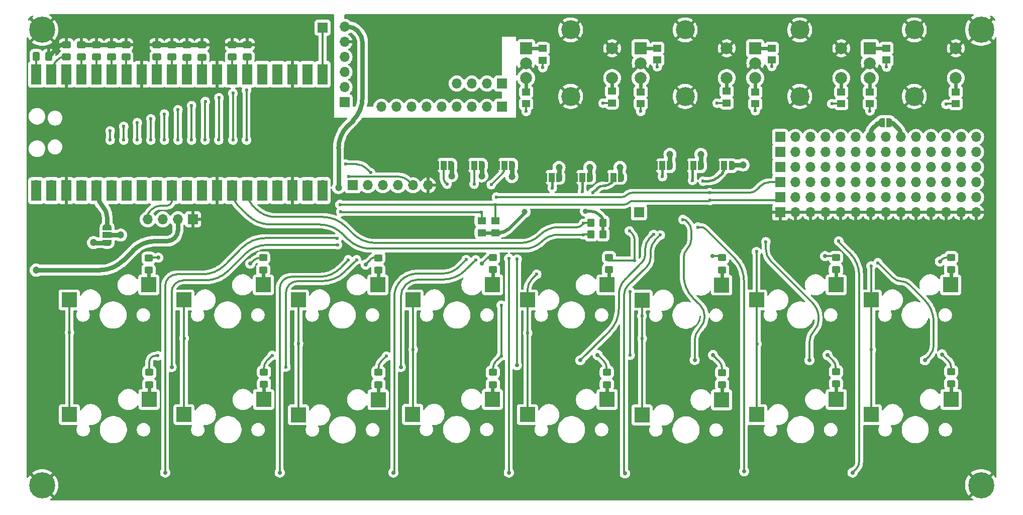
<source format=gbr>
%TF.GenerationSoftware,KiCad,Pcbnew,8.0.6*%
%TF.CreationDate,2025-04-15T16:38:21+01:00*%
%TF.ProjectId,PicoSynth,5069636f-5379-46e7-9468-2e6b69636164,rev?*%
%TF.SameCoordinates,Original*%
%TF.FileFunction,Copper,L2,Bot*%
%TF.FilePolarity,Positive*%
%FSLAX46Y46*%
G04 Gerber Fmt 4.6, Leading zero omitted, Abs format (unit mm)*
G04 Created by KiCad (PCBNEW 8.0.6) date 2025-04-15 16:38:21*
%MOMM*%
%LPD*%
G01*
G04 APERTURE LIST*
G04 Aperture macros list*
%AMRoundRect*
0 Rectangle with rounded corners*
0 $1 Rounding radius*
0 $2 $3 $4 $5 $6 $7 $8 $9 X,Y pos of 4 corners*
0 Add a 4 corners polygon primitive as box body*
4,1,4,$2,$3,$4,$5,$6,$7,$8,$9,$2,$3,0*
0 Add four circle primitives for the rounded corners*
1,1,$1+$1,$2,$3*
1,1,$1+$1,$4,$5*
1,1,$1+$1,$6,$7*
1,1,$1+$1,$8,$9*
0 Add four rect primitives between the rounded corners*
20,1,$1+$1,$2,$3,$4,$5,0*
20,1,$1+$1,$4,$5,$6,$7,0*
20,1,$1+$1,$6,$7,$8,$9,0*
20,1,$1+$1,$8,$9,$2,$3,0*%
%AMFreePoly0*
4,1,19,0.550000,-0.750000,0.000000,-0.750000,0.000000,-0.744911,-0.071157,-0.744911,-0.207708,-0.704816,-0.327430,-0.627875,-0.420627,-0.520320,-0.479746,-0.390866,-0.500000,-0.250000,-0.500000,0.250000,-0.479746,0.390866,-0.420627,0.520320,-0.327430,0.627875,-0.207708,0.704816,-0.071157,0.744911,0.000000,0.744911,0.000000,0.750000,0.550000,0.750000,0.550000,-0.750000,0.550000,-0.750000,
$1*%
%AMFreePoly1*
4,1,19,0.000000,0.744911,0.071157,0.744911,0.207708,0.704816,0.327430,0.627875,0.420627,0.520320,0.479746,0.390866,0.500000,0.250000,0.500000,-0.250000,0.479746,-0.390866,0.420627,-0.520320,0.327430,-0.627875,0.207708,-0.704816,0.071157,-0.744911,0.000000,-0.744911,0.000000,-0.750000,-0.550000,-0.750000,-0.550000,0.750000,0.000000,0.750000,0.000000,0.744911,0.000000,0.744911,
$1*%
%AMFreePoly2*
4,1,19,0.500000,-0.750000,0.000000,-0.750000,0.000000,-0.744911,-0.071157,-0.744911,-0.207708,-0.704816,-0.327430,-0.627875,-0.420627,-0.520320,-0.479746,-0.390866,-0.500000,-0.250000,-0.500000,0.250000,-0.479746,0.390866,-0.420627,0.520320,-0.327430,0.627875,-0.207708,0.704816,-0.071157,0.744911,0.000000,0.744911,0.000000,0.750000,0.500000,0.750000,0.500000,-0.750000,0.500000,-0.750000,
$1*%
%AMFreePoly3*
4,1,19,0.000000,0.744911,0.071157,0.744911,0.207708,0.704816,0.327430,0.627875,0.420627,0.520320,0.479746,0.390866,0.500000,0.250000,0.500000,-0.250000,0.479746,-0.390866,0.420627,-0.520320,0.327430,-0.627875,0.207708,-0.704816,0.071157,-0.744911,0.000000,-0.744911,0.000000,-0.750000,-0.500000,-0.750000,-0.500000,0.750000,0.000000,0.750000,0.000000,0.744911,0.000000,0.744911,
$1*%
G04 Aperture macros list end*
%TA.AperFunction,ComponentPad*%
%ADD10R,1.700000X1.700000*%
%TD*%
%TA.AperFunction,ComponentPad*%
%ADD11C,0.700000*%
%TD*%
%TA.AperFunction,ComponentPad*%
%ADD12C,4.400000*%
%TD*%
%TA.AperFunction,ComponentPad*%
%ADD13O,1.700000X1.700000*%
%TD*%
%TA.AperFunction,SMDPad,CuDef*%
%ADD14R,2.550000X2.500000*%
%TD*%
%TA.AperFunction,ComponentPad*%
%ADD15R,2.000000X2.000000*%
%TD*%
%TA.AperFunction,ComponentPad*%
%ADD16C,2.000000*%
%TD*%
%TA.AperFunction,ComponentPad*%
%ADD17C,3.200000*%
%TD*%
%TA.AperFunction,SMDPad,CuDef*%
%ADD18RoundRect,0.250000X-0.450000X0.325000X-0.450000X-0.325000X0.450000X-0.325000X0.450000X0.325000X0*%
%TD*%
%TA.AperFunction,SMDPad,CuDef*%
%ADD19RoundRect,0.200400X0.499600X-0.399600X0.499600X0.399600X-0.499600X0.399600X-0.499600X-0.399600X0*%
%TD*%
%TA.AperFunction,SMDPad,CuDef*%
%ADD20RoundRect,0.199750X0.525250X-0.387750X0.525250X0.387750X-0.525250X0.387750X-0.525250X-0.387750X0*%
%TD*%
%TA.AperFunction,SMDPad,CuDef*%
%ADD21FreePoly0,90.000000*%
%TD*%
%TA.AperFunction,SMDPad,CuDef*%
%ADD22R,1.500000X1.000000*%
%TD*%
%TA.AperFunction,SMDPad,CuDef*%
%ADD23FreePoly1,90.000000*%
%TD*%
%TA.AperFunction,SMDPad,CuDef*%
%ADD24FreePoly0,0.000000*%
%TD*%
%TA.AperFunction,SMDPad,CuDef*%
%ADD25R,1.000000X1.500000*%
%TD*%
%TA.AperFunction,SMDPad,CuDef*%
%ADD26FreePoly1,0.000000*%
%TD*%
%TA.AperFunction,SMDPad,CuDef*%
%ADD27RoundRect,0.200400X0.399600X0.499600X-0.399600X0.499600X-0.399600X-0.499600X0.399600X-0.499600X0*%
%TD*%
%TA.AperFunction,SMDPad,CuDef*%
%ADD28RoundRect,0.200400X-0.499600X0.399600X-0.499600X-0.399600X0.499600X-0.399600X0.499600X0.399600X0*%
%TD*%
%TA.AperFunction,SMDPad,CuDef*%
%ADD29R,1.700000X3.500000*%
%TD*%
%TA.AperFunction,SMDPad,CuDef*%
%ADD30FreePoly2,0.000000*%
%TD*%
%TA.AperFunction,SMDPad,CuDef*%
%ADD31FreePoly3,0.000000*%
%TD*%
%TA.AperFunction,SMDPad,CuDef*%
%ADD32RoundRect,0.199750X-0.387750X-0.525250X0.387750X-0.525250X0.387750X0.525250X-0.387750X0.525250X0*%
%TD*%
%TA.AperFunction,ViaPad*%
%ADD33C,0.600000*%
%TD*%
%TA.AperFunction,ViaPad*%
%ADD34C,0.700000*%
%TD*%
%TA.AperFunction,ViaPad*%
%ADD35C,0.900000*%
%TD*%
%TA.AperFunction,ViaPad*%
%ADD36C,1.200000*%
%TD*%
%TA.AperFunction,ViaPad*%
%ADD37C,1.000000*%
%TD*%
%TA.AperFunction,Conductor*%
%ADD38C,0.300000*%
%TD*%
%TA.AperFunction,Conductor*%
%ADD39C,0.600000*%
%TD*%
%TA.AperFunction,Conductor*%
%ADD40C,0.800000*%
%TD*%
%TA.AperFunction,Conductor*%
%ADD41C,0.500000*%
%TD*%
%TA.AperFunction,Conductor*%
%ADD42C,0.400000*%
%TD*%
G04 APERTURE END LIST*
D10*
%TO.P,J7,1,Pin_1*%
%TO.N,Net-(J7-Pin_1)*%
X147269200Y-66548000D03*
%TD*%
D11*
%TO.P,H4,1,1*%
%TO.N,GND*%
X203277200Y-35814000D03*
X203760474Y-34647274D03*
X203760474Y-36980726D03*
X204927200Y-34164000D03*
D12*
X204927200Y-35814000D03*
D11*
X204927200Y-37464000D03*
X206093926Y-34647274D03*
X206093926Y-36980726D03*
X206577200Y-35814000D03*
%TD*%
D10*
%TO.P,J14,1,Pin_1*%
%TO.N,unconnected-(J14-Pin_1-Pad1)*%
X171069000Y-56388000D03*
D13*
%TO.P,J14,2,Pin_2*%
%TO.N,unconnected-(J14-Pin_2-Pad2)*%
X173609000Y-56388000D03*
%TO.P,J14,3,Pin_3*%
%TO.N,unconnected-(J14-Pin_3-Pad3)*%
X176149000Y-56388000D03*
%TO.P,J14,4,Pin_4*%
%TO.N,unconnected-(J14-Pin_4-Pad4)*%
X178689000Y-56388000D03*
%TO.P,J14,5,Pin_5*%
%TO.N,unconnected-(J14-Pin_5-Pad5)*%
X181229000Y-56388000D03*
%TO.P,J14,6,Pin_6*%
%TO.N,unconnected-(J14-Pin_6-Pad6)*%
X183769000Y-56388000D03*
%TO.P,J14,7,Pin_7*%
%TO.N,unconnected-(J14-Pin_7-Pad7)*%
X186309000Y-56388000D03*
%TO.P,J14,8,Pin_8*%
%TO.N,unconnected-(J14-Pin_8-Pad8)*%
X188849000Y-56388000D03*
%TO.P,J14,9,Pin_9*%
%TO.N,unconnected-(J14-Pin_9-Pad9)*%
X191389000Y-56388000D03*
%TO.P,J14,10,Pin_10*%
%TO.N,unconnected-(J14-Pin_10-Pad10)*%
X193929000Y-56388000D03*
%TO.P,J14,11,Pin_11*%
%TO.N,unconnected-(J14-Pin_11-Pad11)*%
X196469000Y-56388000D03*
%TO.P,J14,12,Pin_12*%
%TO.N,unconnected-(J14-Pin_12-Pad12)*%
X199009000Y-56388000D03*
%TO.P,J14,13,Pin_13*%
%TO.N,unconnected-(J14-Pin_13-Pad13)*%
X201549000Y-56388000D03*
%TO.P,J14,14,Pin_14*%
%TO.N,unconnected-(J14-Pin_14-Pad14)*%
X204089000Y-56388000D03*
%TD*%
D14*
%TO.P,SW9,1,1*%
%TO.N,/Pin2*%
X51306500Y-100584000D03*
%TO.P,SW9,2,2*%
%TO.N,Net-(D6-A)*%
X64731500Y-98044000D03*
%TD*%
D15*
%TO.P,SW3,A,A*%
%TO.N,Net-(R11-Pad2)*%
X166867000Y-38914000D03*
D16*
%TO.P,SW3,B,B*%
%TO.N,Net-(R13-Pad2)*%
X166867000Y-43914000D03*
%TO.P,SW3,C,C*%
%TO.N,GND*%
X166867000Y-41414000D03*
D17*
%TO.P,SW3,MP,MP*%
X174367000Y-35814000D03*
X174367000Y-47014000D03*
D16*
%TO.P,SW3,S1,S1*%
%TO.N,Net-(R14-Pad1)*%
X181367000Y-43914000D03*
%TO.P,SW3,S2,S2*%
%TO.N,GND*%
X181367000Y-38914000D03*
%TD*%
D14*
%TO.P,SW12,1,1*%
%TO.N,/Pin7*%
X109144500Y-100549200D03*
%TO.P,SW12,2,2*%
%TO.N,Net-(D9-A)*%
X122569500Y-98009200D03*
%TD*%
D11*
%TO.P,H2,1,1*%
%TO.N,GND*%
X203272444Y-112466680D03*
X203755718Y-111299954D03*
X203755718Y-113633406D03*
X204922444Y-110816680D03*
D12*
X204922444Y-112466680D03*
D11*
X204922444Y-114116680D03*
X206089170Y-111299954D03*
X206089170Y-113633406D03*
X206572444Y-112466680D03*
%TD*%
D14*
%TO.P,SW11,1,1*%
%TO.N,/Pin5*%
X89903500Y-100600000D03*
%TO.P,SW11,2,2*%
%TO.N,Net-(D8-A)*%
X103328500Y-98060000D03*
%TD*%
D10*
%TO.P,J12,1,Pin_1*%
%TO.N,/SDA_Bus_1*%
X171069000Y-61468000D03*
D13*
%TO.P,J12,2,Pin_2*%
%TO.N,unconnected-(J12-Pin_2-Pad2)*%
X173609000Y-61468000D03*
%TO.P,J12,3,Pin_3*%
%TO.N,unconnected-(J12-Pin_3-Pad3)*%
X176149000Y-61468000D03*
%TO.P,J12,4,Pin_4*%
%TO.N,unconnected-(J12-Pin_4-Pad4)*%
X178689000Y-61468000D03*
%TO.P,J12,5,Pin_5*%
%TO.N,unconnected-(J12-Pin_5-Pad5)*%
X181229000Y-61468000D03*
%TO.P,J12,6,Pin_6*%
%TO.N,unconnected-(J12-Pin_6-Pad6)*%
X183769000Y-61468000D03*
%TO.P,J12,7,Pin_7*%
%TO.N,unconnected-(J12-Pin_7-Pad7)*%
X186309000Y-61468000D03*
%TO.P,J12,8,Pin_8*%
%TO.N,unconnected-(J12-Pin_8-Pad8)*%
X188849000Y-61468000D03*
%TO.P,J12,9,Pin_9*%
%TO.N,unconnected-(J12-Pin_9-Pad9)*%
X191389000Y-61468000D03*
%TO.P,J12,10,Pin_10*%
%TO.N,unconnected-(J12-Pin_10-Pad10)*%
X193929000Y-61468000D03*
%TO.P,J12,11,Pin_11*%
%TO.N,unconnected-(J12-Pin_11-Pad11)*%
X196469000Y-61468000D03*
%TO.P,J12,12,Pin_12*%
%TO.N,unconnected-(J12-Pin_12-Pad12)*%
X199009000Y-61468000D03*
%TO.P,J12,13,Pin_13*%
%TO.N,unconnected-(J12-Pin_13-Pad13)*%
X201549000Y-61468000D03*
%TO.P,J12,14,Pin_14*%
%TO.N,unconnected-(J12-Pin_14-Pad14)*%
X204089000Y-61468000D03*
%TD*%
D10*
%TO.P,J9,1,Pin_1*%
%TO.N,/+3V3*%
X171069000Y-53848000D03*
D13*
%TO.P,J9,2,Pin_2*%
X173609000Y-53848000D03*
%TO.P,J9,3,Pin_3*%
X176149000Y-53848000D03*
%TO.P,J9,4,Pin_4*%
X178689000Y-53848000D03*
%TO.P,J9,5,Pin_5*%
X181229000Y-53848000D03*
%TO.P,J9,6,Pin_6*%
X183769000Y-53848000D03*
%TO.P,J9,7,Pin_7*%
X186309000Y-53848000D03*
%TO.P,J9,8,Pin_8*%
%TO.N,Net-(J9-Pin_10)*%
X188849000Y-53848000D03*
%TO.P,J9,9,Pin_9*%
X191389000Y-53848000D03*
%TO.P,J9,10,Pin_10*%
X193929000Y-53848000D03*
%TO.P,J9,11,Pin_11*%
X196469000Y-53848000D03*
%TO.P,J9,12,Pin_12*%
X199009000Y-53848000D03*
%TO.P,J9,13,Pin_13*%
X201549000Y-53848000D03*
%TO.P,J9,14,Pin_14*%
X204089000Y-53848000D03*
%TD*%
D10*
%TO.P,J3,1,Pin_1*%
%TO.N,GND*%
X72126000Y-67716000D03*
D13*
%TO.P,J3,2,Pin_2*%
%TO.N,/+5V*%
X69586000Y-67716000D03*
%TO.P,J3,3,Pin_3*%
%TO.N,/SCL_Bus_1*%
X67046000Y-67716000D03*
%TO.P,J3,4,Pin_4*%
%TO.N,/SDA_Bus_1*%
X64506000Y-67716000D03*
%TD*%
D14*
%TO.P,SW13,1,1*%
%TO.N,/Pin2*%
X128480000Y-81280000D03*
%TO.P,SW13,2,2*%
%TO.N,Net-(D10-A)*%
X141905000Y-78740000D03*
%TD*%
%TO.P,SW6,1,1*%
%TO.N,/Pin3*%
X70568000Y-81280000D03*
%TO.P,SW6,2,2*%
%TO.N,Net-(D3-A)*%
X83993000Y-78740000D03*
%TD*%
D10*
%TO.P,J11,1,Pin_1*%
%TO.N,/SCL_Bus_1*%
X171069000Y-64008000D03*
D13*
%TO.P,J11,2,Pin_2*%
%TO.N,unconnected-(J11-Pin_2-Pad2)*%
X173609000Y-64008000D03*
%TO.P,J11,3,Pin_3*%
%TO.N,unconnected-(J11-Pin_3-Pad3)*%
X176149000Y-64008000D03*
%TO.P,J11,4,Pin_4*%
%TO.N,unconnected-(J11-Pin_4-Pad4)*%
X178689000Y-64008000D03*
%TO.P,J11,5,Pin_5*%
%TO.N,unconnected-(J11-Pin_5-Pad5)*%
X181229000Y-64008000D03*
%TO.P,J11,6,Pin_6*%
%TO.N,unconnected-(J11-Pin_6-Pad6)*%
X183769000Y-64008000D03*
%TO.P,J11,7,Pin_7*%
%TO.N,unconnected-(J11-Pin_7-Pad7)*%
X186309000Y-64008000D03*
%TO.P,J11,8,Pin_8*%
%TO.N,unconnected-(J11-Pin_8-Pad8)*%
X188849000Y-64008000D03*
%TO.P,J11,9,Pin_9*%
%TO.N,unconnected-(J11-Pin_9-Pad9)*%
X191389000Y-64008000D03*
%TO.P,J11,10,Pin_10*%
%TO.N,unconnected-(J11-Pin_10-Pad10)*%
X193929000Y-64008000D03*
%TO.P,J11,11,Pin_11*%
%TO.N,unconnected-(J11-Pin_11-Pad11)*%
X196469000Y-64008000D03*
%TO.P,J11,12,Pin_12*%
%TO.N,unconnected-(J11-Pin_12-Pad12)*%
X199009000Y-64008000D03*
%TO.P,J11,13,Pin_13*%
%TO.N,unconnected-(J11-Pin_13-Pad13)*%
X201549000Y-64008000D03*
%TO.P,J11,14,Pin_14*%
%TO.N,unconnected-(J11-Pin_14-Pad14)*%
X204089000Y-64008000D03*
%TD*%
D14*
%TO.P,SW15,1,1*%
%TO.N,/Pin3*%
X147784000Y-81305400D03*
%TO.P,SW15,2,2*%
%TO.N,Net-(D12-A)*%
X161209000Y-78765400D03*
%TD*%
D15*
%TO.P,SW1,A,A*%
%TO.N,Net-(R10-Pad2)*%
X128259000Y-38914000D03*
D16*
%TO.P,SW1,B,B*%
%TO.N,Net-(R9-Pad2)*%
X128259000Y-43914000D03*
%TO.P,SW1,C,C*%
%TO.N,GND*%
X128259000Y-41414000D03*
D17*
%TO.P,SW1,MP,MP*%
X135759000Y-35814000D03*
X135759000Y-47014000D03*
D16*
%TO.P,SW1,S1,S1*%
%TO.N,Net-(R12-Pad1)*%
X142759000Y-43914000D03*
%TO.P,SW1,S2,S2*%
%TO.N,GND*%
X142759000Y-38914000D03*
%TD*%
D14*
%TO.P,SW10,1,1*%
%TO.N,/Pin3*%
X70610500Y-100584000D03*
%TO.P,SW10,2,2*%
%TO.N,Net-(D7-A)*%
X84035500Y-98044000D03*
%TD*%
%TO.P,SW16,1,1*%
%TO.N,/Pin3*%
X147788500Y-100625400D03*
%TO.P,SW16,2,2*%
%TO.N,Net-(D13-A)*%
X161213500Y-98085400D03*
%TD*%
D10*
%TO.P,J13,1,Pin_1*%
%TO.N,unconnected-(J13-Pin_1-Pad1)*%
X171069000Y-58928000D03*
D13*
%TO.P,J13,2,Pin_2*%
%TO.N,unconnected-(J13-Pin_2-Pad2)*%
X173609000Y-58928000D03*
%TO.P,J13,3,Pin_3*%
%TO.N,unconnected-(J13-Pin_3-Pad3)*%
X176149000Y-58928000D03*
%TO.P,J13,4,Pin_4*%
%TO.N,unconnected-(J13-Pin_4-Pad4)*%
X178689000Y-58928000D03*
%TO.P,J13,5,Pin_5*%
%TO.N,unconnected-(J13-Pin_5-Pad5)*%
X181229000Y-58928000D03*
%TO.P,J13,6,Pin_6*%
%TO.N,unconnected-(J13-Pin_6-Pad6)*%
X183769000Y-58928000D03*
%TO.P,J13,7,Pin_7*%
%TO.N,unconnected-(J13-Pin_7-Pad7)*%
X186309000Y-58928000D03*
%TO.P,J13,8,Pin_8*%
%TO.N,unconnected-(J13-Pin_8-Pad8)*%
X188849000Y-58928000D03*
%TO.P,J13,9,Pin_9*%
%TO.N,unconnected-(J13-Pin_9-Pad9)*%
X191389000Y-58928000D03*
%TO.P,J13,10,Pin_10*%
%TO.N,unconnected-(J13-Pin_10-Pad10)*%
X193929000Y-58928000D03*
%TO.P,J13,11,Pin_11*%
%TO.N,unconnected-(J13-Pin_11-Pad11)*%
X196469000Y-58928000D03*
%TO.P,J13,12,Pin_12*%
%TO.N,unconnected-(J13-Pin_12-Pad12)*%
X199009000Y-58928000D03*
%TO.P,J13,13,Pin_13*%
%TO.N,unconnected-(J13-Pin_13-Pad13)*%
X201549000Y-58928000D03*
%TO.P,J13,14,Pin_14*%
%TO.N,unconnected-(J13-Pin_14-Pad14)*%
X204089000Y-58928000D03*
%TD*%
D10*
%TO.P,J10,1,Pin_1*%
%TO.N,GND*%
X171069000Y-66548000D03*
D13*
%TO.P,J10,2,Pin_2*%
X173609000Y-66548000D03*
%TO.P,J10,3,Pin_3*%
X176149000Y-66548000D03*
%TO.P,J10,4,Pin_4*%
X178689000Y-66548000D03*
%TO.P,J10,5,Pin_5*%
X181229000Y-66548000D03*
%TO.P,J10,6,Pin_6*%
X183769000Y-66548000D03*
%TO.P,J10,7,Pin_7*%
X186309000Y-66548000D03*
%TO.P,J10,8,Pin_8*%
X188849000Y-66548000D03*
%TO.P,J10,9,Pin_9*%
X191389000Y-66548000D03*
%TO.P,J10,10,Pin_10*%
X193929000Y-66548000D03*
%TO.P,J10,11,Pin_11*%
X196469000Y-66548000D03*
%TO.P,J10,12,Pin_12*%
X199009000Y-66548000D03*
%TO.P,J10,13,Pin_13*%
X201549000Y-66548000D03*
%TO.P,J10,14,Pin_14*%
X204089000Y-66548000D03*
%TD*%
D14*
%TO.P,SW19,1,1*%
%TO.N,/Pin7*%
X186392000Y-81280000D03*
%TO.P,SW19,2,2*%
%TO.N,Net-(D16-A)*%
X199817000Y-78740000D03*
%TD*%
D10*
%TO.P,J8,1,Pin_1*%
%TO.N,/Switch_Interrupt*%
X93980000Y-35433000D03*
%TD*%
D14*
%TO.P,SW7,1,1*%
%TO.N,/Pin5*%
X89872000Y-81280000D03*
%TO.P,SW7,2,2*%
%TO.N,Net-(D4-A)*%
X103297000Y-78740000D03*
%TD*%
D15*
%TO.P,SW4,A,A*%
%TO.N,Net-(R17-Pad2)*%
X186171000Y-38914000D03*
D16*
%TO.P,SW4,B,B*%
%TO.N,Net-(R18-Pad2)*%
X186171000Y-43914000D03*
%TO.P,SW4,C,C*%
%TO.N,GND*%
X186171000Y-41414000D03*
D17*
%TO.P,SW4,MP,MP*%
X193671000Y-35814000D03*
X193671000Y-47014000D03*
D16*
%TO.P,SW4,S1,S1*%
%TO.N,Net-(R20-Pad1)*%
X200671000Y-43914000D03*
%TO.P,SW4,S2,S2*%
%TO.N,GND*%
X200671000Y-38914000D03*
%TD*%
D15*
%TO.P,SW2,A,A*%
%TO.N,Net-(R15-Pad2)*%
X147563000Y-38914000D03*
D16*
%TO.P,SW2,B,B*%
%TO.N,Net-(R16-Pad2)*%
X147563000Y-43914000D03*
%TO.P,SW2,C,C*%
%TO.N,GND*%
X147563000Y-41414000D03*
D17*
%TO.P,SW2,MP,MP*%
X155063000Y-35814000D03*
X155063000Y-47014000D03*
D16*
%TO.P,SW2,S1,S1*%
%TO.N,Net-(R19-Pad1)*%
X162063000Y-43914000D03*
%TO.P,SW2,S2,S2*%
%TO.N,GND*%
X162063000Y-38914000D03*
%TD*%
D10*
%TO.P,J5,1,Pin_1*%
%TO.N,/L*%
X124206000Y-44831000D03*
D13*
%TO.P,J5,2,Pin_2*%
%TO.N,/G_L*%
X121666000Y-44831000D03*
%TO.P,J5,3,Pin_3*%
%TO.N,/R*%
X119126000Y-44831000D03*
%TO.P,J5,4,Pin_4*%
%TO.N,/G_R*%
X116586000Y-44831000D03*
%TD*%
D14*
%TO.P,SW18,1,1*%
%TO.N,/Pin5*%
X167108500Y-100584000D03*
%TO.P,SW18,2,2*%
%TO.N,Net-(D15-A)*%
X180533500Y-98044000D03*
%TD*%
%TO.P,SW8,1,1*%
%TO.N,/Pin7*%
X109182100Y-81280000D03*
%TO.P,SW8,2,2*%
%TO.N,Net-(D5-A)*%
X122607100Y-78740000D03*
%TD*%
%TO.P,SW17,1,1*%
%TO.N,/Pin5*%
X167088000Y-81280000D03*
%TO.P,SW17,2,2*%
%TO.N,Net-(D14-A)*%
X180513000Y-78740000D03*
%TD*%
%TO.P,SW20,1,1*%
%TO.N,/Pin7*%
X186423500Y-100584000D03*
%TO.P,SW20,2,2*%
%TO.N,Net-(D17-A)*%
X199848500Y-98044000D03*
%TD*%
%TO.P,SW5,1,1*%
%TO.N,/Pin2*%
X51264000Y-81280000D03*
%TO.P,SW5,2,2*%
%TO.N,Net-(D2-A)*%
X64689000Y-78740000D03*
%TD*%
%TO.P,SW14,1,1*%
%TO.N,/Pin2*%
X128491000Y-100584000D03*
%TO.P,SW14,2,2*%
%TO.N,Net-(D11-A)*%
X141916000Y-98044000D03*
%TD*%
D11*
%TO.P,H1,1,1*%
%TO.N,GND*%
X45061228Y-112476059D03*
X45544502Y-111309333D03*
X45544502Y-113642785D03*
X46711228Y-110826059D03*
D12*
X46711228Y-112476059D03*
D11*
X46711228Y-114126059D03*
X47877954Y-111309333D03*
X47877954Y-113642785D03*
X48361228Y-112476059D03*
%TD*%
%TO.P,H3,1,1*%
%TO.N,GND*%
X45062274Y-35814000D03*
X45545548Y-34647274D03*
X45545548Y-36980726D03*
X46712274Y-34164000D03*
D12*
X46712274Y-35814000D03*
D11*
X46712274Y-37464000D03*
X47879000Y-34647274D03*
X47879000Y-36980726D03*
X48362274Y-35814000D03*
%TD*%
D18*
%TO.P,D14,1,K*%
%TO.N,/Pin6*%
X180467000Y-74133600D03*
%TO.P,D14,2,A*%
%TO.N,Net-(D14-A)*%
X180467000Y-76183600D03*
%TD*%
D19*
%TO.P,R15,1*%
%TO.N,/Encoder1_A*%
X150368000Y-40874000D03*
%TO.P,R15,2*%
%TO.N,Net-(R15-Pad2)*%
X150368000Y-38874000D03*
%TD*%
D18*
%TO.P,D13,1,K*%
%TO.N,/Pin4*%
X161294500Y-93507400D03*
%TO.P,D13,2,A*%
%TO.N,Net-(D13-A)*%
X161294500Y-95557400D03*
%TD*%
D20*
%TO.P,C27,1*%
%TO.N,/Encoder1_Sw*%
X66040000Y-40386000D03*
%TO.P,C27,2*%
%TO.N,GND*%
X66040000Y-38311000D03*
%TD*%
D18*
%TO.P,D8,1,K*%
%TO.N,/Pin1*%
X103378000Y-93463000D03*
%TO.P,D8,2,A*%
%TO.N,Net-(D8-A)*%
X103378000Y-95513000D03*
%TD*%
D21*
%TO.P,JP14,1,A*%
%TO.N,/+3V3_Regulator*%
X57658000Y-71658000D03*
D22*
%TO.P,JP14,2,C*%
%TO.N,/+3V3*%
X57658000Y-70358000D03*
D23*
%TO.P,JP14,3,B*%
%TO.N,/+3V3_Pico*%
X57658000Y-69058000D03*
%TD*%
D24*
%TO.P,JP8,1,A*%
%TO.N,GND*%
X113068000Y-58597800D03*
D25*
%TO.P,JP8,2,C*%
%TO.N,Net-(JP8-C)*%
X114368000Y-58597800D03*
D26*
%TO.P,JP8,3,B*%
%TO.N,/+3V3*%
X115668000Y-58597800D03*
%TD*%
D18*
%TO.P,D11,1,K*%
%TO.N,/Pin4*%
X141859000Y-93463000D03*
%TO.P,D11,2,A*%
%TO.N,Net-(D11-A)*%
X141859000Y-95513000D03*
%TD*%
D19*
%TO.P,R13,1*%
%TO.N,/Encoder2_B*%
X166878000Y-48256000D03*
%TO.P,R13,2*%
%TO.N,Net-(R13-Pad2)*%
X166878000Y-46256000D03*
%TD*%
D20*
%TO.P,C24,1*%
%TO.N,/Encoder1_B*%
X71120000Y-40407500D03*
%TO.P,C24,2*%
%TO.N,GND*%
X71120000Y-38332500D03*
%TD*%
D24*
%TO.P,JP7,1,A*%
%TO.N,GND*%
X141651200Y-60629800D03*
D25*
%TO.P,JP7,2,C*%
%TO.N,Net-(JP7-C)*%
X142951200Y-60629800D03*
D26*
%TO.P,JP7,3,B*%
%TO.N,/+3V3*%
X144251200Y-60629800D03*
%TD*%
D10*
%TO.P,J6,1,Pin_1*%
%TO.N,/+3V3*%
X99060000Y-61976000D03*
D13*
%TO.P,J6,2,Pin_2*%
%TO.N,/CS*%
X101600000Y-61976000D03*
%TO.P,J6,3,Pin_3*%
%TO.N,/MOSI*%
X104140000Y-61976000D03*
%TO.P,J6,4,Pin_4*%
%TO.N,/CLK*%
X106680000Y-61976000D03*
%TO.P,J6,5,Pin_5*%
%TO.N,/MISO*%
X109220000Y-61976000D03*
%TO.P,J6,6,Pin_6*%
%TO.N,GND*%
X111760000Y-61976000D03*
%TD*%
D20*
%TO.P,C25,1*%
%TO.N,/Encoder3_A*%
X50800000Y-40386000D03*
%TO.P,C25,2*%
%TO.N,GND*%
X50800000Y-38311000D03*
%TD*%
D18*
%TO.P,D9,1,K*%
%TO.N,/Pin1*%
X122656600Y-93463000D03*
%TO.P,D9,2,A*%
%TO.N,Net-(D9-A)*%
X122656600Y-95513000D03*
%TD*%
D27*
%TO.P,R8,1*%
%TO.N,/+3V3*%
X141217400Y-68275200D03*
%TO.P,R8,2*%
%TO.N,/SDA_Bus_0*%
X139217400Y-68275200D03*
%TD*%
D28*
%TO.P,R14,1*%
%TO.N,Net-(R14-Pad1)*%
X181356000Y-46256000D03*
%TO.P,R14,2*%
%TO.N,/Encoder2_Sw*%
X181356000Y-48256000D03*
%TD*%
D24*
%TO.P,JP13,1,A*%
%TO.N,GND*%
X160345600Y-58674000D03*
D25*
%TO.P,JP13,2,C*%
%TO.N,Net-(JP13-C)*%
X161645600Y-58674000D03*
D26*
%TO.P,JP13,3,B*%
%TO.N,/+3V3*%
X162945600Y-58674000D03*
%TD*%
D13*
%TO.P,U1,1,GPIO0*%
%TO.N,/Encoder3_Sw*%
X45720000Y-44196000D03*
D29*
X45720000Y-43296000D03*
D13*
%TO.P,U1,2,GPIO1*%
%TO.N,/Encoder3_A*%
X48260000Y-44196000D03*
D29*
X48260000Y-43296000D03*
D10*
%TO.P,U1,3,GND*%
%TO.N,GND*%
X50800000Y-44196000D03*
D29*
X50800000Y-43296000D03*
D13*
%TO.P,U1,4,GPIO2*%
%TO.N,/Encoder3_B*%
X53340000Y-44196000D03*
D29*
X53340000Y-43296000D03*
D13*
%TO.P,U1,5,GPIO3*%
%TO.N,/Encoder2_Sw*%
X55880000Y-44196000D03*
D29*
X55880000Y-43296000D03*
D13*
%TO.P,U1,6,GPIO4*%
%TO.N,/Encoder2_A*%
X58420000Y-44196000D03*
D29*
X58420000Y-43296000D03*
D13*
%TO.P,U1,7,GPIO5*%
%TO.N,/Encoder2_B*%
X60960000Y-44196000D03*
D29*
X60960000Y-43296000D03*
D10*
%TO.P,U1,8,GND*%
%TO.N,GND*%
X63500000Y-44196000D03*
D29*
X63500000Y-43296000D03*
D13*
%TO.P,U1,9,GPIO6*%
%TO.N,/Encoder1_Sw*%
X66040000Y-44196000D03*
D29*
X66040000Y-43296000D03*
D13*
%TO.P,U1,10,GPIO7*%
%TO.N,/Encoder1_A*%
X68580000Y-44196000D03*
D29*
X68580000Y-43296000D03*
D13*
%TO.P,U1,11,GPIO8*%
%TO.N,/Encoder1_B*%
X71120000Y-44196000D03*
D29*
X71120000Y-43296000D03*
D13*
%TO.P,U1,12,GPIO9*%
%TO.N,/Encoder0_Sw*%
X73660000Y-44196000D03*
D29*
X73660000Y-43296000D03*
D10*
%TO.P,U1,13,GND*%
%TO.N,GND*%
X76200000Y-44196000D03*
D29*
X76200000Y-43296000D03*
D13*
%TO.P,U1,14,GPIO10*%
%TO.N,/Encoder0_A*%
X78740000Y-44196000D03*
D29*
X78740000Y-43296000D03*
D13*
%TO.P,U1,15,GPIO11*%
%TO.N,/Encoder0_B*%
X81280000Y-44196000D03*
D29*
X81280000Y-43296000D03*
D13*
%TO.P,U1,16,GPIO12*%
%TO.N,/BCK*%
X83820000Y-44196000D03*
D29*
X83820000Y-43296000D03*
D13*
%TO.P,U1,17,GPIO13*%
%TO.N,/LRCK*%
X86360000Y-44196000D03*
D29*
X86360000Y-43296000D03*
D10*
%TO.P,U1,18,GND*%
%TO.N,GND*%
X88900000Y-44196000D03*
D29*
X88900000Y-43296000D03*
D13*
%TO.P,U1,19,GPIO14*%
%TO.N,/DIN*%
X91440000Y-44196000D03*
D29*
X91440000Y-43296000D03*
D13*
%TO.P,U1,20,GPIO15*%
%TO.N,/Switch_Interrupt*%
X93980000Y-44196000D03*
D29*
X93980000Y-43296000D03*
D13*
%TO.P,U1,21,GPIO16*%
%TO.N,/MISO*%
X93980000Y-61976000D03*
D29*
X93980000Y-62876000D03*
D13*
%TO.P,U1,22,GPIO17*%
%TO.N,/CS*%
X91440000Y-61976000D03*
D29*
X91440000Y-62876000D03*
D10*
%TO.P,U1,23,GND*%
%TO.N,GND*%
X88900000Y-61976000D03*
D29*
X88900000Y-62876000D03*
D13*
%TO.P,U1,24,GPIO18*%
%TO.N,/CLK*%
X86360000Y-61976000D03*
D29*
X86360000Y-62876000D03*
D13*
%TO.P,U1,25,GPIO19*%
%TO.N,/MOSI*%
X83820000Y-61976000D03*
D29*
X83820000Y-62876000D03*
D13*
%TO.P,U1,26,GPIO20*%
%TO.N,/SDA_Bus_0*%
X81280000Y-61976000D03*
D29*
X81280000Y-62876000D03*
D13*
%TO.P,U1,27,GPIO21*%
%TO.N,/SCL_Bus_0*%
X78740000Y-61976000D03*
D29*
X78740000Y-62876000D03*
D10*
%TO.P,U1,28,GND*%
%TO.N,GND*%
X76200000Y-61976000D03*
D29*
X76200000Y-62876000D03*
D13*
%TO.P,U1,29,GPIO22*%
%TO.N,unconnected-(U1-GPIO22-Pad29)_1*%
X73660000Y-61976000D03*
D29*
%TO.N,unconnected-(U1-GPIO22-Pad29)*%
X73660000Y-62876000D03*
D13*
%TO.P,U1,30,RUN*%
%TO.N,unconnected-(U1-RUN-Pad30)_1*%
X71120000Y-61976000D03*
D29*
%TO.N,unconnected-(U1-RUN-Pad30)*%
X71120000Y-62876000D03*
D13*
%TO.P,U1,31,GPIO26_ADC0*%
%TO.N,/SDA_Bus_1*%
X68580000Y-61976000D03*
D29*
X68580000Y-62876000D03*
D13*
%TO.P,U1,32,GPIO27_ADC1*%
%TO.N,/SCL_Bus_1*%
X66040000Y-61976000D03*
D29*
X66040000Y-62876000D03*
D10*
%TO.P,U1,33,AGND*%
%TO.N,unconnected-(U1-AGND-Pad33)_1*%
X63500000Y-61976000D03*
D29*
%TO.N,unconnected-(U1-AGND-Pad33)*%
X63500000Y-62876000D03*
D13*
%TO.P,U1,34,GPIO28_ADC2*%
%TO.N,unconnected-(U1-GPIO28_ADC2-Pad34)_1*%
X60960000Y-61976000D03*
D29*
%TO.N,unconnected-(U1-GPIO28_ADC2-Pad34)*%
X60960000Y-62876000D03*
D13*
%TO.P,U1,35,ADC_VREF*%
%TO.N,unconnected-(U1-ADC_VREF-Pad35)_1*%
X58420000Y-61976000D03*
D29*
%TO.N,unconnected-(U1-ADC_VREF-Pad35)*%
X58420000Y-62876000D03*
D13*
%TO.P,U1,36,3V3*%
%TO.N,/+3V3_Pico*%
X55880000Y-61976000D03*
D29*
X55880000Y-62876000D03*
D13*
%TO.P,U1,37,3V3_EN*%
%TO.N,unconnected-(U1-3V3_EN-Pad37)_1*%
X53340000Y-61976000D03*
D29*
%TO.N,unconnected-(U1-3V3_EN-Pad37)*%
X53340000Y-62876000D03*
D10*
%TO.P,U1,38,GND*%
%TO.N,GND*%
X50800000Y-61976000D03*
D29*
X50800000Y-62876000D03*
D13*
%TO.P,U1,39,VSYS*%
%TO.N,unconnected-(U1-VSYS-Pad39)*%
X48260000Y-61976000D03*
D29*
%TO.N,unconnected-(U1-VSYS-Pad39)_1*%
X48260000Y-62876000D03*
D13*
%TO.P,U1,40,VBUS*%
%TO.N,/+5V*%
X45720000Y-61976000D03*
D29*
X45720000Y-62876000D03*
%TD*%
D20*
%TO.P,C23,1*%
%TO.N,/Encoder1_A*%
X68580000Y-40386000D03*
%TO.P,C23,2*%
%TO.N,GND*%
X68580000Y-38311000D03*
%TD*%
D18*
%TO.P,D4,1,K*%
%TO.N,/Pin0*%
X103360900Y-74199000D03*
%TO.P,D4,2,A*%
%TO.N,Net-(D4-A)*%
X103360900Y-76249000D03*
%TD*%
%TO.P,D10,1,K*%
%TO.N,/Pin6*%
X142240000Y-74133600D03*
%TO.P,D10,2,A*%
%TO.N,Net-(D10-A)*%
X142240000Y-76183600D03*
%TD*%
D24*
%TO.P,JP12,1,A*%
%TO.N,GND*%
X155108600Y-58674000D03*
D25*
%TO.P,JP12,2,C*%
%TO.N,Net-(JP12-C)*%
X156408600Y-58674000D03*
D26*
%TO.P,JP12,3,B*%
%TO.N,/+3V3*%
X157708600Y-58674000D03*
%TD*%
D20*
%TO.P,C20,1*%
%TO.N,/Encoder2_A*%
X58420000Y-40386000D03*
%TO.P,C20,2*%
%TO.N,GND*%
X58420000Y-38311000D03*
%TD*%
%TO.P,C26,1*%
%TO.N,/Encoder3_B*%
X53340000Y-40386000D03*
%TO.P,C26,2*%
%TO.N,GND*%
X53340000Y-38311000D03*
%TD*%
D28*
%TO.P,R20,1*%
%TO.N,Net-(R20-Pad1)*%
X200660000Y-46240000D03*
%TO.P,R20,2*%
%TO.N,/Encoder3_Sw*%
X200660000Y-48240000D03*
%TD*%
D18*
%TO.P,D15,1,K*%
%TO.N,/Pin4*%
X180487500Y-93355000D03*
%TO.P,D15,2,A*%
%TO.N,Net-(D15-A)*%
X180487500Y-95405000D03*
%TD*%
D19*
%TO.P,R22,1*%
%TO.N,/+3V3*%
X123063000Y-69945000D03*
%TO.P,R22,2*%
%TO.N,/SCL_Bus_1*%
X123063000Y-67945000D03*
%TD*%
D18*
%TO.P,D12,1,K*%
%TO.N,/Pin6*%
X161290000Y-74159000D03*
%TO.P,D12,2,A*%
%TO.N,Net-(D12-A)*%
X161290000Y-76209000D03*
%TD*%
D19*
%TO.P,R11,1*%
%TO.N,/Encoder2_A*%
X169672000Y-40874000D03*
%TO.P,R11,2*%
%TO.N,Net-(R11-Pad2)*%
X169672000Y-38874000D03*
%TD*%
D18*
%TO.P,D7,1,K*%
%TO.N,/Pin1*%
X84085000Y-93397600D03*
%TO.P,D7,2,A*%
%TO.N,Net-(D7-A)*%
X84085000Y-95447600D03*
%TD*%
%TO.P,D3,1,K*%
%TO.N,/Pin0*%
X83951900Y-74159000D03*
%TO.P,D3,2,A*%
%TO.N,Net-(D3-A)*%
X83951900Y-76209000D03*
%TD*%
D28*
%TO.P,R19,1*%
%TO.N,Net-(R19-Pad1)*%
X162052000Y-46141000D03*
%TO.P,R19,2*%
%TO.N,/Encoder1_Sw*%
X162052000Y-48141000D03*
%TD*%
D20*
%TO.P,C17,1*%
%TO.N,/Encoder0_Sw*%
X73660000Y-40407500D03*
%TO.P,C17,2*%
%TO.N,GND*%
X73660000Y-38332500D03*
%TD*%
D19*
%TO.P,R18,1*%
%TO.N,/Encoder3_B*%
X186182000Y-48256000D03*
%TO.P,R18,2*%
%TO.N,Net-(R18-Pad2)*%
X186182000Y-46256000D03*
%TD*%
D20*
%TO.P,C19,1*%
%TO.N,/Encoder0_A*%
X78740000Y-40386000D03*
%TO.P,C19,2*%
%TO.N,GND*%
X78740000Y-38311000D03*
%TD*%
%TO.P,C22,1*%
%TO.N,/Encoder2_Sw*%
X55880000Y-40386000D03*
%TO.P,C22,2*%
%TO.N,GND*%
X55880000Y-38311000D03*
%TD*%
D18*
%TO.P,D16,1,K*%
%TO.N,/Pin6*%
X199898000Y-74133600D03*
%TO.P,D16,2,A*%
%TO.N,Net-(D16-A)*%
X199898000Y-76183600D03*
%TD*%
D28*
%TO.P,R12,1*%
%TO.N,Net-(R12-Pad1)*%
X142733000Y-46141000D03*
%TO.P,R12,2*%
%TO.N,/Encoder0_Sw*%
X142733000Y-48141000D03*
%TD*%
D30*
%TO.P,JP15,1,A*%
%TO.N,/+3V3*%
X188184000Y-51409600D03*
D31*
%TO.P,JP15,2,B*%
%TO.N,Net-(J9-Pin_10)*%
X189484000Y-51409600D03*
%TD*%
D24*
%TO.P,JP11,1,A*%
%TO.N,GND*%
X149901600Y-58674000D03*
D25*
%TO.P,JP11,2,C*%
%TO.N,Net-(JP11-C)*%
X151201600Y-58674000D03*
D26*
%TO.P,JP11,3,B*%
%TO.N,/+3V3*%
X152501600Y-58674000D03*
%TD*%
D24*
%TO.P,JP9,1,A*%
%TO.N,GND*%
X118207000Y-58597800D03*
D25*
%TO.P,JP9,2,C*%
%TO.N,Net-(JP9-C)*%
X119507000Y-58597800D03*
D26*
%TO.P,JP9,3,B*%
%TO.N,/+3V3*%
X120807000Y-58597800D03*
%TD*%
D10*
%TO.P,J1,1,Pin_1*%
%TO.N,unconnected-(J1-Pin_1-Pad1)*%
X97653000Y-48006000D03*
D13*
%TO.P,J1,2,Pin_2*%
%TO.N,/BCK*%
X97653000Y-45466000D03*
%TO.P,J1,3,Pin_3*%
%TO.N,/DIN*%
X97653000Y-42926000D03*
%TO.P,J1,4,Pin_4*%
%TO.N,/LRCK*%
X97653000Y-40386000D03*
%TO.P,J1,5,Pin_5*%
%TO.N,GND*%
X97653000Y-37846000D03*
%TO.P,J1,6,Pin_6*%
%TO.N,/+5V*%
X97653000Y-35306000D03*
%TD*%
D27*
%TO.P,R7,1*%
%TO.N,/+3V3*%
X141217400Y-70256400D03*
%TO.P,R7,2*%
%TO.N,/SCL_Bus_0*%
X139217400Y-70256400D03*
%TD*%
D18*
%TO.P,D6,1,K*%
%TO.N,/Pin1*%
X64770000Y-93463000D03*
%TO.P,D6,2,A*%
%TO.N,Net-(D6-A)*%
X64770000Y-95513000D03*
%TD*%
D24*
%TO.P,JP6,1,A*%
%TO.N,GND*%
X136444200Y-60629800D03*
D25*
%TO.P,JP6,2,C*%
%TO.N,Net-(JP6-C)*%
X137744200Y-60629800D03*
D26*
%TO.P,JP6,3,B*%
%TO.N,/+3V3*%
X139044200Y-60629800D03*
%TD*%
D19*
%TO.P,R10,1*%
%TO.N,/Encoder0_A*%
X131064000Y-40924800D03*
%TO.P,R10,2*%
%TO.N,Net-(R10-Pad2)*%
X131064000Y-38924800D03*
%TD*%
%TO.P,R17,1*%
%TO.N,/Encoder3_A*%
X188976000Y-40890000D03*
%TO.P,R17,2*%
%TO.N,Net-(R17-Pad2)*%
X188976000Y-38890000D03*
%TD*%
D24*
%TO.P,JP5,1,A*%
%TO.N,GND*%
X131267200Y-60629800D03*
D25*
%TO.P,JP5,2,C*%
%TO.N,Net-(JP5-C)*%
X132567200Y-60629800D03*
D26*
%TO.P,JP5,3,B*%
%TO.N,/+3V3*%
X133867200Y-60629800D03*
%TD*%
D18*
%TO.P,D5,1,K*%
%TO.N,/Pin0*%
X122682000Y-74150000D03*
%TO.P,D5,2,A*%
%TO.N,Net-(D5-A)*%
X122682000Y-76200000D03*
%TD*%
%TO.P,D2,1,K*%
%TO.N,/Pin0*%
X64647900Y-74228000D03*
%TO.P,D2,2,A*%
%TO.N,Net-(D2-A)*%
X64647900Y-76278000D03*
%TD*%
D19*
%TO.P,R21,1*%
%TO.N,/+3V3*%
X120777000Y-69945000D03*
%TO.P,R21,2*%
%TO.N,/SDA_Bus_1*%
X120777000Y-67945000D03*
%TD*%
%TO.P,R16,1*%
%TO.N,/Encoder1_B*%
X147574000Y-48240000D03*
%TO.P,R16,2*%
%TO.N,Net-(R16-Pad2)*%
X147574000Y-46240000D03*
%TD*%
D20*
%TO.P,C18,1*%
%TO.N,/Encoder0_B*%
X81280000Y-40386000D03*
%TO.P,C18,2*%
%TO.N,GND*%
X81280000Y-38311000D03*
%TD*%
D24*
%TO.P,JP10,1,A*%
%TO.N,GND*%
X123317000Y-58597800D03*
D25*
%TO.P,JP10,2,C*%
%TO.N,Net-(JP10-C)*%
X124617000Y-58597800D03*
D26*
%TO.P,JP10,3,B*%
%TO.N,/+3V3*%
X125917000Y-58597800D03*
%TD*%
D20*
%TO.P,C21,1*%
%TO.N,/Encoder2_B*%
X60833000Y-40386000D03*
%TO.P,C21,2*%
%TO.N,GND*%
X60833000Y-38311000D03*
%TD*%
D32*
%TO.P,C28,1*%
%TO.N,/Encoder3_Sw*%
X45720000Y-40259000D03*
%TO.P,C28,2*%
%TO.N,GND*%
X47795000Y-40259000D03*
%TD*%
D10*
%TO.P,J4,1,Pin_1*%
%TO.N,/L*%
X124196000Y-48768000D03*
D13*
%TO.P,J4,2,Pin_2*%
%TO.N,/G_L*%
X121656000Y-48768000D03*
%TO.P,J4,3,Pin_3*%
%TO.N,/R*%
X119116000Y-48768000D03*
%TO.P,J4,4,Pin_4*%
%TO.N,/G_R*%
X116576000Y-48768000D03*
%TO.P,J4,5,Pin_5*%
%TO.N,/5*%
X114036000Y-48768000D03*
%TO.P,J4,6,Pin_6*%
%TO.N,/4*%
X111496000Y-48768000D03*
%TO.P,J4,7,Pin_7*%
%TO.N,/3*%
X108956000Y-48768000D03*
%TO.P,J4,8,Pin_8*%
%TO.N,/2*%
X106416000Y-48768000D03*
%TO.P,J4,9,Pin_9*%
%TO.N,/1*%
X103876000Y-48768000D03*
%TD*%
D19*
%TO.P,R9,1*%
%TO.N,/Encoder0_B*%
X128270000Y-48256000D03*
%TO.P,R9,2*%
%TO.N,Net-(R9-Pad2)*%
X128270000Y-46256000D03*
%TD*%
D18*
%TO.P,D17,1,K*%
%TO.N,/Pin4*%
X199879000Y-93336000D03*
%TO.P,D17,2,A*%
%TO.N,Net-(D17-A)*%
X199879000Y-95386000D03*
%TD*%
D33*
%TO.N,/Pin4*%
X145796000Y-79883000D03*
D34*
X198346000Y-90433000D03*
X179051000Y-90560000D03*
D33*
X145796000Y-90560000D03*
D34*
X159747000Y-90560000D03*
X140316000Y-90551000D03*
D35*
%TO.N,GND*%
X116840000Y-35560000D03*
X62230000Y-106172000D03*
X77470000Y-79756000D03*
X174367000Y-41414000D03*
X110490000Y-59309000D03*
X86360000Y-55880000D03*
D36*
X58877200Y-73406000D03*
D35*
X60960000Y-66040000D03*
X77978000Y-89408000D03*
D36*
X129133600Y-60198000D03*
D35*
X204470000Y-45720000D03*
X139700000Y-45720000D03*
X60960000Y-68580000D03*
X132588000Y-85852000D03*
X193040000Y-73660000D03*
X151892000Y-86614000D03*
X116840000Y-40640000D03*
X180340000Y-87376000D03*
X50800000Y-53340000D03*
X190500000Y-73660000D03*
X45720000Y-106680000D03*
X189230000Y-86868000D03*
X115316000Y-97536000D03*
X135759000Y-41414000D03*
X204470000Y-99060000D03*
X196596000Y-106172000D03*
X161036000Y-86614000D03*
X139700000Y-38100000D03*
X111760000Y-35560000D03*
X139954000Y-105918000D03*
X204470000Y-71120000D03*
X118872000Y-69088000D03*
X204470000Y-91440000D03*
X192786000Y-97536000D03*
X88900000Y-35560000D03*
X132588000Y-105918000D03*
X81788000Y-105918000D03*
X204470000Y-76200000D03*
X204470000Y-49530000D03*
X204470000Y-87630000D03*
X106680000Y-59309000D03*
X177800000Y-38100000D03*
X113030000Y-105918000D03*
X193671000Y-41914000D03*
X121920000Y-40640000D03*
X50800000Y-55880000D03*
X204470000Y-95250000D03*
X83820000Y-58420000D03*
X204448525Y-41886581D03*
X136220200Y-72186800D03*
X45720000Y-101600000D03*
X154910456Y-70292764D03*
X116078000Y-80264000D03*
X96266000Y-97536000D03*
X157465035Y-66039999D03*
X102108000Y-105918000D03*
X111760000Y-40640000D03*
X121920000Y-35560000D03*
X204470000Y-106680000D03*
X151638000Y-77724000D03*
X196850000Y-45720000D03*
X50800000Y-58420000D03*
D37*
X110744000Y-74015600D03*
D35*
X45720000Y-96520000D03*
X76200000Y-38100000D03*
X158750000Y-45720000D03*
X187960000Y-71120000D03*
X121412000Y-105918000D03*
X204470000Y-83820000D03*
X93980000Y-105918000D03*
X88900000Y-38100000D03*
X158749999Y-38073616D03*
X57404000Y-97790000D03*
X179070000Y-106172000D03*
X48260000Y-86360000D03*
X76200000Y-35560000D03*
X167767000Y-58547000D03*
X159004000Y-105918000D03*
X83820000Y-35560000D03*
X77216000Y-67564000D03*
X171704000Y-87376000D03*
X192278000Y-88646000D03*
X173736000Y-97536000D03*
X135128000Y-97536000D03*
X204470000Y-102870000D03*
X204418500Y-80003486D03*
X137160000Y-75184000D03*
X75946000Y-97790000D03*
X48260000Y-81280000D03*
X74362973Y-105907507D03*
X155063000Y-41414000D03*
X83820000Y-55880000D03*
X193040000Y-71120000D03*
X151638000Y-105918000D03*
X58674000Y-89408000D03*
X200660000Y-71120000D03*
X177800000Y-45720000D03*
X96774000Y-80010000D03*
X83820000Y-38100000D03*
X196850000Y-38100000D03*
X170688000Y-105918000D03*
X154178000Y-97536000D03*
X130810000Y-67310000D03*
X107188000Y-39497000D03*
X190500000Y-106172000D03*
D33*
%TO.N,/Pin5*%
X167171600Y-88685600D03*
X167088000Y-73152000D03*
X89916000Y-88646000D03*
D36*
%TO.N,/+5V*%
X45720000Y-76250800D03*
X96647000Y-62357000D03*
D33*
%TO.N,/Pin6*%
X145669000Y-69646800D03*
D34*
X159639000Y-73914000D03*
D33*
X146558000Y-74625200D03*
D34*
X197993000Y-74803000D03*
X178654600Y-73914000D03*
D33*
%TO.N,/Pin7*%
X186423500Y-89662000D03*
X109220000Y-89622400D03*
X186392000Y-75565000D03*
D34*
%TO.N,/Pin0*%
X66294000Y-74168000D03*
X120777000Y-75184000D03*
X81788000Y-75184000D03*
X101219000Y-75311000D03*
D33*
%TO.N,/Pin1*%
X124079000Y-82169000D03*
X104716000Y-90746000D03*
X124085100Y-90687000D03*
X85482000Y-90621600D03*
X66178000Y-90678000D03*
%TO.N,/Pin2*%
X51309300Y-86766400D03*
X130048000Y-76962000D03*
X128512800Y-86806000D03*
%TO.N,/Pin3*%
X70662800Y-87731600D03*
X147816800Y-87771200D03*
X147788500Y-83947000D03*
D36*
%TO.N,/+3V3*%
X125857000Y-60502800D03*
X157708600Y-56769000D03*
X120777000Y-60375800D03*
X144094200Y-58978800D03*
X115697000Y-60375800D03*
X59944000Y-70358000D03*
X133807200Y-58978800D03*
D35*
X138277600Y-66344800D03*
D36*
X152501600Y-56769000D03*
X164820600Y-58547000D03*
D37*
X128015638Y-66444935D03*
D36*
X139014200Y-58978800D03*
D33*
%TO.N,Net-(JP5-C)*%
X132664200Y-62407800D03*
%TO.N,Net-(JP6-C)*%
X137744200Y-63042800D03*
%TO.N,Net-(JP7-C)*%
X139522200Y-63169800D03*
%TO.N,/Encoder0_Sw*%
X141224000Y-48141000D03*
X76454000Y-54356000D03*
X76517500Y-47244000D03*
%TO.N,/Encoder0_B*%
X81153000Y-54356000D03*
X128270000Y-49530000D03*
X81153000Y-45974000D03*
%TO.N,/Encoder0_A*%
X78867000Y-46482000D03*
X78867000Y-54356000D03*
X131064000Y-42164000D03*
%TO.N,/Encoder2_A*%
X65024000Y-54356000D03*
X65024000Y-50785000D03*
X169672000Y-41960800D03*
%TO.N,/Encoder2_B*%
X166878000Y-49428400D03*
X67310000Y-54356000D03*
X67310000Y-49987200D03*
%TO.N,/Encoder2_Sw*%
X62738000Y-54356000D03*
X179781200Y-48260000D03*
X62738000Y-51435000D03*
%TO.N,/Encoder1_A*%
X71882000Y-48564800D03*
X150368000Y-42011600D03*
X71882000Y-54356000D03*
%TO.N,/Encoder1_B*%
X74203919Y-47872625D03*
X74168000Y-54356000D03*
X147574000Y-49530000D03*
%TO.N,/Encoder3_A*%
X58166000Y-54356000D03*
X189001400Y-42062400D03*
X58166000Y-52832000D03*
%TO.N,/Encoder3_B*%
X60452000Y-54356000D03*
X60452000Y-52070000D03*
X186182000Y-49453800D03*
%TO.N,/Encoder1_Sw*%
X69596000Y-49276000D03*
X69596000Y-54356000D03*
X160443800Y-48141000D03*
%TO.N,/Encoder3_Sw*%
X199021700Y-48348900D03*
%TO.N,Net-(JP8-C)*%
X114935000Y-61772800D03*
%TO.N,Net-(JP9-C)*%
X119507000Y-61772800D03*
%TO.N,Net-(JP10-C)*%
X122396500Y-61868300D03*
%TO.N,Net-(JP11-C)*%
X151231600Y-60515500D03*
%TO.N,Net-(JP12-C)*%
X156311600Y-61150500D03*
%TO.N,Net-(JP13-C)*%
X158089600Y-61277500D03*
%TO.N,/SCL_Bus_1*%
X159258000Y-64516000D03*
X96901000Y-65201800D03*
X123063000Y-65201800D03*
%TO.N,/SDA_Bus_1*%
X159207200Y-63246000D03*
X97028000Y-66446400D03*
X123262400Y-63953400D03*
X120744000Y-66471800D03*
%TO.N,/SDA_Bus_0*%
X137947400Y-68376800D03*
%TO.N,/SCL_Bus_0*%
X137871200Y-70281800D03*
D34*
%TO.N,/LED_Pin7*%
X126695200Y-92252800D03*
D33*
X126746000Y-74422000D03*
D34*
%TO.N,/LED_Pin6*%
X125349000Y-110331000D03*
D33*
X125349000Y-74295000D03*
%TO.N,/LED_Pin4*%
X119761000Y-74549000D03*
D34*
X107137200Y-92557600D03*
D33*
%TO.N,/LED_Pin2*%
X98310700Y-74534000D03*
D34*
X86741000Y-110331000D03*
%TO.N,/LED_Pin1*%
X68529200Y-92557600D03*
D33*
X96494600Y-72009000D03*
%TO.N,/LED_Pin0*%
X96441380Y-70914380D03*
D34*
X67437000Y-110331000D03*
%TO.N,/LED_Pin5*%
X105918000Y-110331000D03*
D33*
X118173500Y-74485500D03*
%TO.N,/LED_Pin3*%
X87782400Y-92557600D03*
X99695000Y-74534000D03*
%TO.N,/LED_Pin10*%
X154686000Y-67741800D03*
D34*
X156665396Y-91379970D03*
D33*
%TO.N,/LED_Pin14*%
X187553600Y-75031600D03*
D34*
X195453000Y-91440000D03*
%TO.N,/LED_Pin8*%
X137414000Y-91440000D03*
D33*
X149733000Y-70256400D03*
%TO.N,/LED_Pin13*%
X180949600Y-71374000D03*
D34*
X183261000Y-110331000D03*
D33*
%TO.N,/LED_Pin12*%
X168656000Y-71501000D03*
D34*
X176022000Y-91440000D03*
D33*
%TO.N,/LED_Pin9*%
X150876000Y-70358000D03*
D34*
X144907000Y-110490000D03*
%TO.N,/LED_Pin11*%
X164997504Y-110109000D03*
D33*
X157226000Y-69011800D03*
D36*
%TO.N,/+3V3_Regulator*%
X55372000Y-71628000D03*
D33*
%TO.N,/MOSI*%
X97891600Y-58420000D03*
X102057200Y-59842400D03*
%TO.N,/MISO*%
X98348800Y-60502800D03*
%TD*%
D38*
%TO.N,/Switch_Interrupt*%
X93980000Y-35433000D02*
X93980000Y-44196000D01*
D39*
%TO.N,Net-(D2-A)*%
X64647900Y-78669837D02*
X64647900Y-76278000D01*
D38*
%TO.N,/Pin4*%
X141840000Y-92769000D02*
X141840000Y-93463000D01*
X199879000Y-92642000D02*
X199879000Y-93336000D01*
X160780267Y-91593267D02*
X159874000Y-90687000D01*
X179957267Y-91466267D02*
X179051000Y-90560000D01*
X141349267Y-91584267D02*
X140443000Y-90678000D01*
X161271000Y-92778000D02*
X161271000Y-93472000D01*
X180448000Y-92651000D02*
X180448000Y-93345000D01*
X199388267Y-91457267D02*
X198482000Y-90551000D01*
X145796000Y-79883000D02*
X145796000Y-90551000D01*
X160780267Y-91593267D02*
G75*
G02*
X161270990Y-92778000I-1184767J-1184733D01*
G01*
X199388267Y-91457267D02*
G75*
G02*
X199878990Y-92642000I-1184767J-1184733D01*
G01*
X179957267Y-91466267D02*
G75*
G02*
X180447990Y-92651000I-1184767J-1184733D01*
G01*
X141349267Y-91584267D02*
G75*
G02*
X141839990Y-92769000I-1184767J-1184733D01*
G01*
D39*
%TO.N,Net-(D3-A)*%
X83951900Y-78669837D02*
X83951900Y-76209000D01*
%TO.N,Net-(D4-A)*%
X103360900Y-78630915D02*
X103360900Y-76249000D01*
%TO.N,Net-(D5-A)*%
X122682000Y-78612137D02*
X122682000Y-76200000D01*
D40*
%TO.N,GND*%
X81280000Y-38311000D02*
X78740000Y-38311000D01*
X49369294Y-38684705D02*
X47795000Y-40259000D01*
X55880000Y-38311000D02*
X53340000Y-38311000D01*
X68580000Y-38311000D02*
X66040000Y-38311000D01*
X68580000Y-38311000D02*
X71083297Y-38311000D01*
X50800000Y-44196000D02*
X50800000Y-44820500D01*
X71135202Y-38332500D02*
X73660000Y-38332500D01*
X58420000Y-38311000D02*
X55880000Y-38311000D01*
X50271500Y-38311000D02*
X50800000Y-38311000D01*
X58420000Y-38311000D02*
X60833000Y-38311000D01*
X50271500Y-38311000D02*
G75*
G03*
X49369297Y-38684708I0J-1275900D01*
G01*
D39*
%TO.N,Net-(D6-A)*%
X64781000Y-97959498D02*
X64781000Y-95785000D01*
D38*
%TO.N,/Pin5*%
X167108500Y-100213000D02*
X167108500Y-81173500D01*
X89916000Y-88646000D02*
X89916000Y-82166870D01*
X89916000Y-88646000D02*
X89916000Y-99755100D01*
X167088000Y-73152000D02*
X167088000Y-81265504D01*
D40*
%TO.N,/+5V*%
X65855563Y-71374000D02*
X67757000Y-71374000D01*
X69586000Y-67936040D02*
X69586000Y-69545000D01*
X99694970Y-35839370D02*
X99923600Y-36068000D01*
X56470836Y-76250800D02*
X45770800Y-76250800D01*
X96647000Y-55771763D02*
X96647000Y-62357000D01*
X100685600Y-37907630D02*
X100685600Y-47225236D01*
X98407300Y-35306000D02*
X97653000Y-35306000D01*
X62007806Y-72967792D02*
X60318592Y-74657007D01*
X98240792Y-51924006D02*
X99091807Y-51072992D01*
X99923600Y-36068000D02*
G75*
G02*
X100685587Y-37907630I-1839600J-1839600D01*
G01*
X100685600Y-47225236D02*
G75*
G02*
X99091800Y-51072985I-5441600J36D01*
G01*
X60318592Y-74657007D02*
G75*
G02*
X56470836Y-76250810I-3847792J3847807D01*
G01*
X65855563Y-71374000D02*
G75*
G03*
X62007815Y-72967801I37J-5441600D01*
G01*
X69586000Y-69545000D02*
G75*
G02*
X67757000Y-71374000I-1829000J0D01*
G01*
X99694970Y-35839370D02*
G75*
G03*
X98407300Y-35305988I-1287670J-1287630D01*
G01*
X98240792Y-51924006D02*
G75*
G03*
X96646988Y-55771763I3847808J-3847794D01*
G01*
D39*
%TO.N,Net-(D7-A)*%
X84085000Y-97959498D02*
X84085000Y-95785000D01*
%TO.N,Net-(D8-A)*%
X103328500Y-98024998D02*
X103328500Y-95597501D01*
%TO.N,Net-(D9-A)*%
X122619000Y-97924698D02*
X122619000Y-95732200D01*
%TO.N,Net-(D10-A)*%
X142240000Y-78168119D02*
X142240000Y-76183600D01*
D38*
%TO.N,/Pin6*%
X197993000Y-74803000D02*
X198327700Y-74468300D01*
X161034550Y-73914000D02*
X159639000Y-73914000D01*
X146558000Y-74625200D02*
X142078600Y-74625200D01*
X178654600Y-73914000D02*
X179875316Y-73914000D01*
X146558000Y-71164417D02*
X146558000Y-74625200D01*
X146113500Y-70091300D02*
X145669000Y-69646800D01*
X199808197Y-74133600D02*
X199135737Y-74133600D01*
X199135737Y-74133600D02*
G75*
G03*
X198327689Y-74468289I-37J-1142700D01*
G01*
X180293700Y-74087300D02*
G75*
G03*
X179875316Y-73913993I-418400J-418400D01*
G01*
X146113500Y-70091300D02*
G75*
G02*
X146557993Y-71164417I-1073100J-1073100D01*
G01*
D39*
%TO.N,Net-(D11-A)*%
X141870000Y-97965473D02*
X141870000Y-95767000D01*
D38*
%TO.N,/Pin7*%
X186423500Y-89662000D02*
X186423500Y-81184500D01*
X186392000Y-81257726D02*
X186392000Y-75565000D01*
X109182100Y-100330000D02*
X109182100Y-81280000D01*
X186423500Y-89662000D02*
X186423500Y-100203000D01*
D39*
%TO.N,Net-(D12-A)*%
X161290000Y-78627124D02*
X161290000Y-76209000D01*
%TO.N,Net-(D13-A)*%
X161294500Y-97947124D02*
X161294500Y-95817400D01*
%TO.N,Net-(D14-A)*%
X180467000Y-78661473D02*
X180467000Y-76183600D01*
%TO.N,Net-(D15-A)*%
X180487500Y-97965473D02*
X180487500Y-95776000D01*
%TO.N,Net-(D16-A)*%
X199898000Y-78601724D02*
X199898000Y-76183600D01*
%TO.N,Net-(D17-A)*%
X199879000Y-97991933D02*
X199879000Y-95767000D01*
D38*
%TO.N,/Pin0*%
X66294000Y-74168000D02*
X65075350Y-74168000D01*
X102189029Y-74340970D02*
X101219000Y-75311000D01*
X120777000Y-75184000D02*
X121929000Y-74032000D01*
X81788000Y-75184000D02*
X82334657Y-74637342D01*
X121929000Y-74209800D02*
X122809000Y-74209800D01*
X102934950Y-74032000D02*
G75*
G03*
X102189003Y-74340944I-50J-1054900D01*
G01*
X83467750Y-74168000D02*
G75*
G03*
X82334640Y-74637325I-50J-1602400D01*
G01*
%TO.N,/Pin1*%
X64770000Y-93472000D02*
X64770000Y-91678000D01*
X124079000Y-82169000D02*
X124082050Y-82172050D01*
X124085100Y-90687000D02*
X124085100Y-82179413D01*
X103378000Y-92778000D02*
X103378000Y-93472000D01*
X65770000Y-90678000D02*
X66178000Y-90678000D01*
X84575732Y-91527867D02*
X85482000Y-90621600D01*
X104716000Y-90746000D02*
X103868732Y-91593267D01*
X84085000Y-92712600D02*
X84085000Y-93406600D01*
X123178832Y-91593267D02*
X124085100Y-90687000D01*
X122688100Y-92778000D02*
X122688100Y-93472000D01*
X84575732Y-91527867D02*
G75*
G03*
X84085010Y-92712600I1184768J-1184733D01*
G01*
X124082050Y-82172050D02*
G75*
G02*
X124085094Y-82179413I-7350J-7350D01*
G01*
X123178832Y-91593267D02*
G75*
G03*
X122688110Y-92778000I1184768J-1184733D01*
G01*
X103868732Y-91593267D02*
G75*
G03*
X103378010Y-92778000I1184768J-1184733D01*
G01*
X65770000Y-90678000D02*
G75*
G03*
X64770000Y-91678000I0J-1000000D01*
G01*
%TO.N,/Pin2*%
X128480000Y-81280000D02*
X128480000Y-100330000D01*
X128480000Y-81280000D02*
X128480000Y-79638743D01*
X130048000Y-76962000D02*
X129264000Y-77746000D01*
X51306500Y-81323560D02*
X51306500Y-100272000D01*
X129264000Y-77746000D02*
G75*
G03*
X128480018Y-79638743I1892700J-1892700D01*
G01*
%TO.N,/Pin3*%
X147788500Y-81313081D02*
X147788500Y-83947000D01*
X147788500Y-81313081D02*
X147788500Y-100365400D01*
X70610500Y-81352552D02*
X70610500Y-100246600D01*
D41*
%TO.N,/+3V3*%
X138277600Y-66344800D02*
X139147362Y-66344800D01*
D40*
X115697000Y-60375800D02*
X115697000Y-58647306D01*
X186309000Y-53276500D02*
X186309000Y-53848000D01*
X120777000Y-60375800D02*
X120777000Y-58649013D01*
D39*
X123841000Y-69945000D02*
X123063000Y-69945000D01*
D41*
X141217400Y-68275200D02*
X141217400Y-70256400D01*
D40*
X187894200Y-51409600D02*
X188184000Y-51409600D01*
X144094200Y-58978800D02*
X144094200Y-60361784D01*
X164820600Y-58547000D02*
X163162402Y-58547000D01*
D39*
X127979071Y-66584928D02*
X125169129Y-69394870D01*
D40*
X59944000Y-70358000D02*
X57658000Y-70358000D01*
X139014200Y-58978800D02*
X139014200Y-60578586D01*
D39*
X123063000Y-69945000D02*
X120777000Y-69945000D01*
D40*
X187399480Y-51614519D02*
X186713111Y-52300888D01*
X152501600Y-56769000D02*
X152501600Y-58674000D01*
X157708600Y-56769000D02*
X157708600Y-58674000D01*
X133807200Y-60527373D02*
X133807200Y-58978800D01*
D41*
X140963619Y-67303619D02*
X140611100Y-66951100D01*
D39*
X128015638Y-66496648D02*
X128015638Y-66444935D01*
D40*
X125857000Y-58700226D02*
X125857000Y-60502800D01*
D41*
X140611100Y-66951100D02*
G75*
G03*
X139147362Y-66344816I-1463700J-1463700D01*
G01*
X140963619Y-67303619D02*
G75*
G02*
X141217389Y-67916300I-612719J-612681D01*
G01*
D40*
X163162402Y-58547000D02*
G75*
G03*
X163009099Y-58610499I-2J-216800D01*
G01*
X186713111Y-52300888D02*
G75*
G03*
X186308993Y-53276500I975589J-975612D01*
G01*
X144094200Y-60361784D02*
G75*
G03*
X144172695Y-60551305I268000J-16D01*
G01*
D39*
X125169129Y-69394870D02*
G75*
G02*
X123841000Y-69944987I-1328129J1328170D01*
G01*
D40*
X187894200Y-51409600D02*
G75*
G03*
X187399489Y-51614528I0J-699600D01*
G01*
D39*
X128015638Y-66496648D02*
G75*
G02*
X127979045Y-66584902I-124838J48D01*
G01*
D42*
%TO.N,Net-(JP5-C)*%
X132664200Y-60795389D02*
X132664200Y-62407800D01*
%TO.N,Net-(JP6-C)*%
X137744200Y-63042800D02*
X137744200Y-60629800D01*
%TO.N,Net-(JP7-C)*%
X141408779Y-62026800D02*
X141544130Y-62026800D01*
X142748699Y-61405058D02*
X142539079Y-61614679D01*
X139556580Y-63160819D02*
X140182770Y-62534629D01*
X139534900Y-63169800D02*
X139522200Y-63169800D01*
X142539079Y-61614679D02*
G75*
G02*
X141544130Y-62026813I-994979J994979D01*
G01*
X141408779Y-62026800D02*
G75*
G03*
X140182789Y-62534648I21J-1733800D01*
G01*
X142951200Y-60916179D02*
G75*
G02*
X142748714Y-61405073I-691400J-21D01*
G01*
X139556580Y-63160819D02*
G75*
G02*
X139534900Y-63169788I-21680J21719D01*
G01*
D38*
%TO.N,/Encoder0_Sw*%
X73660000Y-40407500D02*
X73660000Y-44196000D01*
X141224000Y-48141000D02*
X142733000Y-48141000D01*
X76485750Y-54324250D02*
X76454000Y-54356000D01*
X76517500Y-54247598D02*
X76517500Y-47244000D01*
X76517500Y-54247598D02*
G75*
G02*
X76485750Y-54324250I-108400J-2D01*
G01*
%TO.N,/Encoder0_B*%
X81280000Y-40386000D02*
X81280000Y-44196000D01*
X81153000Y-45974000D02*
X81153000Y-54356000D01*
X128270000Y-49530000D02*
X128270000Y-48256000D01*
%TO.N,/Encoder0_A*%
X78867000Y-46482000D02*
X78867000Y-54356000D01*
X78740000Y-40386000D02*
X78740000Y-44196000D01*
X131064000Y-42164000D02*
X131064000Y-40924800D01*
%TO.N,/Encoder2_A*%
X65024000Y-50785000D02*
X65024000Y-54356000D01*
X58420000Y-40386000D02*
X58420000Y-44196000D01*
X169672000Y-41960800D02*
X169672000Y-40874000D01*
%TO.N,/Encoder2_B*%
X60833000Y-43979197D02*
X60833000Y-40386000D01*
X67310000Y-49987200D02*
X67310000Y-54356000D01*
X166878000Y-49428400D02*
X166878000Y-48256000D01*
%TO.N,/Encoder2_Sw*%
X55880000Y-40386000D02*
X55880000Y-44196000D01*
X179781200Y-48260000D02*
X179783200Y-48258000D01*
X179788028Y-48256000D02*
X181356000Y-48256000D01*
X62738000Y-54356000D02*
X62738000Y-51435000D01*
X179788028Y-48256000D02*
G75*
G03*
X179783192Y-48257992I-28J-6800D01*
G01*
%TO.N,/Encoder1_A*%
X150368000Y-42011600D02*
X150368000Y-40874000D01*
X68580000Y-40386000D02*
X68580000Y-44196000D01*
X71882000Y-54356000D02*
X71882000Y-48564800D01*
%TO.N,/Encoder1_B*%
X147574000Y-49530000D02*
X147574000Y-48240000D01*
X71120000Y-40407500D02*
X71120000Y-44196000D01*
X74185959Y-47890584D02*
X74203919Y-47872625D01*
X74168000Y-47933942D02*
X74168000Y-54356000D01*
X74185959Y-47890584D02*
G75*
G03*
X74168024Y-47933942I43341J-43316D01*
G01*
%TO.N,/Encoder3_A*%
X188988700Y-42049700D02*
X189001400Y-42062400D01*
X188976000Y-42019039D02*
X188976000Y-40890000D01*
X58166000Y-54356000D02*
X58166000Y-52832000D01*
X49424789Y-40745210D02*
X49022000Y-41148000D01*
X50292000Y-40386000D02*
G75*
G03*
X49424794Y-40745215I0J-1226400D01*
G01*
X49022000Y-41148000D02*
G75*
G03*
X48260013Y-42987630I1839600J-1839600D01*
G01*
X188976000Y-42019039D02*
G75*
G03*
X188988712Y-42049688I43400J39D01*
G01*
%TO.N,/Encoder3_B*%
X186182000Y-49453800D02*
X186182000Y-48256000D01*
X60452000Y-52070000D02*
X60452000Y-54356000D01*
X53340000Y-40386000D02*
X53340000Y-44196000D01*
%TO.N,/Encoder1_Sw*%
X69596000Y-54356000D02*
X69596000Y-49276000D01*
X160443800Y-48141000D02*
X162052000Y-48141000D01*
X66040000Y-40386000D02*
X66040000Y-44196000D01*
%TO.N,/Encoder3_Sw*%
X45720000Y-44196000D02*
X45720000Y-40259000D01*
X199021700Y-48348900D02*
X199076150Y-48294450D01*
X199207603Y-48240000D02*
X200660000Y-48240000D01*
X199207603Y-48240000D02*
G75*
G03*
X199076149Y-48294449I-3J-185900D01*
G01*
D39*
%TO.N,Net-(R9-Pad2)*%
X128270000Y-43932778D02*
X128270000Y-46256000D01*
%TO.N,Net-(R10-Pad2)*%
X128277436Y-38924800D02*
X131064000Y-38924800D01*
%TO.N,Net-(R11-Pad2)*%
X166935284Y-38874000D02*
X169672000Y-38874000D01*
%TO.N,Net-(R12-Pad1)*%
X142733000Y-43958384D02*
X142733000Y-46141000D01*
%TO.N,Net-(R13-Pad2)*%
X166878000Y-43932778D02*
X166878000Y-46256000D01*
%TO.N,Net-(R14-Pad1)*%
X181356000Y-43932778D02*
X181356000Y-46256000D01*
%TO.N,Net-(R15-Pad2)*%
X147631284Y-38874000D02*
X150368000Y-38874000D01*
%TO.N,Net-(R16-Pad2)*%
X147574000Y-43932778D02*
X147574000Y-46240000D01*
%TO.N,Net-(R19-Pad1)*%
X162052000Y-43932778D02*
X162052000Y-46141000D01*
%TO.N,Net-(R20-Pad1)*%
X200660000Y-43932778D02*
X200660000Y-46240000D01*
D38*
%TO.N,Net-(JP8-C)*%
X114935000Y-61772800D02*
X114651500Y-61489300D01*
X114368000Y-60804870D02*
X114368000Y-58597800D01*
X114368000Y-60804870D02*
G75*
G03*
X114651491Y-61489309I967900J-30D01*
G01*
%TO.N,Net-(JP9-C)*%
X119507000Y-61772800D02*
X119507000Y-58597800D01*
%TO.N,Net-(JP10-C)*%
X124245768Y-60019031D02*
X122396500Y-61868300D01*
X124617000Y-59122800D02*
G75*
G02*
X124245776Y-60019039I-1267500J0D01*
G01*
D42*
%TO.N,Net-(JP11-C)*%
X151231600Y-60515500D02*
X151231600Y-58834500D01*
%TO.N,Net-(JP12-C)*%
X156311600Y-61150500D02*
X156311600Y-58737500D01*
%TO.N,Net-(JP13-C)*%
X160582168Y-60626431D02*
X161331291Y-59877308D01*
X159010350Y-61277500D02*
X158089600Y-61277500D01*
X160582168Y-60626431D02*
G75*
G02*
X159010350Y-61277531I-1571868J1571831D01*
G01*
X161645600Y-59118500D02*
G75*
G02*
X161331288Y-59877305I-1073100J0D01*
G01*
D38*
%TO.N,/SCL_Bus_1*%
X144806147Y-65227200D02*
X123106360Y-65227200D01*
X123075700Y-65214500D02*
X123063000Y-65201800D01*
X146277852Y-64617600D02*
X159084557Y-64617600D01*
X123050300Y-65214500D02*
X123063000Y-65201800D01*
X123019639Y-65227200D02*
X96944360Y-65227200D01*
X123063000Y-65201800D02*
X123063000Y-67945000D01*
X159258000Y-64516000D02*
X159207200Y-64566800D01*
X96913700Y-65214500D02*
X96901000Y-65201800D01*
X159258000Y-64516000D02*
X170561000Y-64516000D01*
X123075700Y-65214500D02*
G75*
G03*
X123106360Y-65227216I30700J30700D01*
G01*
X96913700Y-65214500D02*
G75*
G03*
X96944360Y-65227216I30700J30700D01*
G01*
X159207200Y-64566800D02*
G75*
G02*
X159084557Y-64617583I-122600J122600D01*
G01*
X145542000Y-64922400D02*
G75*
G02*
X144806147Y-65227220I-735900J735900D01*
G01*
X123050300Y-65214500D02*
G75*
G02*
X123019639Y-65227216I-30700J30700D01*
G01*
X146277852Y-64617600D02*
G75*
G03*
X145541985Y-64922385I-52J-1040600D01*
G01*
%TO.N,/SDA_Bus_1*%
X159207200Y-63246000D02*
X165795573Y-63246000D01*
X146093007Y-63246000D02*
X159207200Y-63246000D01*
X169230427Y-61468000D02*
X171069000Y-61468000D01*
X66691096Y-65405000D02*
X67712789Y-65405000D01*
X120760500Y-66488300D02*
X120744000Y-66471800D01*
X97028000Y-66446400D02*
X97040700Y-66459100D01*
X120744000Y-66471800D02*
X97071360Y-66471800D01*
X123262400Y-63953400D02*
X144385192Y-63953400D01*
X68580000Y-64537789D02*
X68580000Y-61976000D01*
X64870513Y-66320486D02*
X65146000Y-66045000D01*
X120777000Y-66528134D02*
X120777000Y-67945000D01*
X167209787Y-62660213D02*
X167816214Y-62053786D01*
X167816214Y-62053786D02*
G75*
G02*
X169230427Y-61468019I1414186J-1414214D01*
G01*
X146093007Y-63246000D02*
G75*
G03*
X145239098Y-63599698I-7J-1207600D01*
G01*
X120760500Y-66488300D02*
G75*
G02*
X120776986Y-66528134I-39800J-39800D01*
G01*
X68326000Y-65151000D02*
G75*
G02*
X67712789Y-65404996I-613200J613200D01*
G01*
X66691096Y-65405000D02*
G75*
G03*
X65146001Y-66045001I4J-2185100D01*
G01*
X68580000Y-64537789D02*
G75*
G02*
X68326003Y-65151003I-867200J-11D01*
G01*
X167209787Y-62660213D02*
G75*
G02*
X165795573Y-63245981I-1414187J1414213D01*
G01*
X145239100Y-63599700D02*
G75*
G02*
X144385192Y-63953397I-853900J853900D01*
G01*
X64870513Y-66320486D02*
G75*
G03*
X64505991Y-67200500I879987J-880014D01*
G01*
X97040700Y-66459100D02*
G75*
G03*
X97071360Y-66471816I30700J30700D01*
G01*
%TO.N,/SDA_Bus_0*%
X86049656Y-67310000D02*
X94012036Y-67310000D01*
X127349346Y-71678800D02*
X102888763Y-71678800D01*
X137998200Y-68326000D02*
X137947400Y-68376800D01*
X136863387Y-69011800D02*
X133788053Y-69011800D01*
X82677000Y-65913000D02*
X82178025Y-65414025D01*
X138120842Y-68275200D02*
X139217400Y-68275200D01*
X137947400Y-68376800D02*
X137629900Y-68694300D01*
X97859792Y-68903792D02*
X99041007Y-70085007D01*
X130568700Y-70345300D02*
G75*
G02*
X127349346Y-71678819I-3219400J3219400D01*
G01*
X81280000Y-63246000D02*
G75*
G03*
X82178015Y-65414035I3066100J0D01*
G01*
X138120842Y-68275200D02*
G75*
G03*
X137998188Y-68325988I-42J-173400D01*
G01*
X99041007Y-70085007D02*
G75*
G03*
X102888763Y-71678811I3847793J3847807D01*
G01*
X82677000Y-65913000D02*
G75*
G03*
X86049656Y-67310018I3372700J3372700D01*
G01*
X97859792Y-68903792D02*
G75*
G03*
X94012036Y-67309989I-3847792J-3847808D01*
G01*
X133788053Y-69011800D02*
G75*
G03*
X130568734Y-70345334I47J-4552800D01*
G01*
X137629900Y-68694300D02*
G75*
G02*
X136863387Y-69011795I-766500J766500D01*
G01*
%TO.N,/SCL_Bus_0*%
X85184963Y-68580000D02*
X93504036Y-68580000D01*
X137871200Y-70281800D02*
X137883900Y-70269100D01*
X98228207Y-71050207D02*
X97351792Y-70173792D01*
X128022072Y-72644000D02*
X102075963Y-72644000D01*
X133724927Y-70281800D02*
X137871200Y-70281800D01*
X79593124Y-65242124D02*
X81337207Y-66986207D01*
X137914560Y-70256400D02*
X139217400Y-70256400D01*
X98228207Y-71050207D02*
G75*
G03*
X102075963Y-72644011I3847793J3847807D01*
G01*
X137914560Y-70256400D02*
G75*
G03*
X137883912Y-70269112I40J-43400D01*
G01*
X133724927Y-70281800D02*
G75*
G03*
X130873492Y-71462892I-27J-4032500D01*
G01*
X81337207Y-66986207D02*
G75*
G03*
X85184963Y-68580011I3847793J3847807D01*
G01*
X130873500Y-71462900D02*
G75*
G02*
X128022072Y-72643989I-2851400J2851400D01*
G01*
X78740000Y-63182500D02*
G75*
G03*
X79593134Y-65242114I2912700J0D01*
G01*
X97351792Y-70173792D02*
G75*
G03*
X93504036Y-68579989I-3847792J-3847808D01*
G01*
%TO.N,/LED_Pin7*%
X126720600Y-92227400D02*
X126695200Y-92252800D01*
X126746000Y-74422000D02*
X126746000Y-92166078D01*
X126746000Y-92166078D02*
G75*
G02*
X126720606Y-92227406I-86700J-22D01*
G01*
%TO.N,/LED_Pin6*%
X125349000Y-110331000D02*
X125349000Y-74295000D01*
%TO.N,/LED_Pin4*%
X118052792Y-76257207D02*
X119761000Y-74549000D01*
X107137200Y-92557600D02*
X107137200Y-80756154D01*
X114205036Y-77851000D02*
X110042354Y-77851000D01*
X118052792Y-76257207D02*
G75*
G02*
X114205036Y-77851010I-3847792J3847807D01*
G01*
X110042354Y-77851000D02*
G75*
G03*
X107988084Y-78701884I-54J-2905100D01*
G01*
X107988100Y-78701900D02*
G75*
G03*
X107137223Y-80756154I2054200J-2054200D01*
G01*
%TO.N,/LED_Pin2*%
X98310700Y-74547850D02*
X98310700Y-74534000D01*
X88741000Y-77368400D02*
X93519363Y-77368400D01*
X96907349Y-75965049D02*
X98300906Y-74571493D01*
X86741000Y-110331000D02*
X86741000Y-79368400D01*
X98300906Y-74571493D02*
G75*
G03*
X98310745Y-74547850I-23606J23693D01*
G01*
X88741000Y-77368400D02*
G75*
G03*
X86741000Y-79368400I0J-2000000D01*
G01*
X93519363Y-77368400D02*
G75*
G03*
X96907361Y-75965061I37J4791300D01*
G01*
%TO.N,/LED_Pin1*%
X96494600Y-72009000D02*
X84676963Y-72009000D01*
X74200036Y-77978000D02*
X70529200Y-77978000D01*
X68529200Y-79978000D02*
X68529200Y-92557600D01*
X80829207Y-73602792D02*
X78047792Y-76384207D01*
X68529200Y-79978000D02*
G75*
G02*
X70529200Y-77978000I2000000J0D01*
G01*
X84676963Y-72009000D02*
G75*
G03*
X80829236Y-73602821I37J-5441500D01*
G01*
X78047792Y-76384207D02*
G75*
G02*
X74200036Y-77978010I-3847792J3847807D01*
G01*
%TO.N,/LED_Pin0*%
X84295963Y-70866000D02*
X96358790Y-70866000D01*
X96417190Y-70890190D02*
X96441380Y-70914380D01*
X77539792Y-75368207D02*
X80448207Y-72459792D01*
X69437000Y-76962000D02*
X73692036Y-76962000D01*
X67437000Y-110331000D02*
X67437000Y-78962000D01*
X80448207Y-72459792D02*
G75*
G02*
X84295963Y-70865959I3847793J-3847708D01*
G01*
X67437000Y-78962000D02*
G75*
G02*
X69437000Y-76962000I2000000J0D01*
G01*
X73692036Y-76962000D02*
G75*
G03*
X77539785Y-75368200I-36J5441600D01*
G01*
X96358790Y-70866000D02*
G75*
G02*
X96417197Y-70890183I10J-82600D01*
G01*
%TO.N,/LED_Pin5*%
X105981500Y-110267500D02*
X105918000Y-110331000D01*
X109947446Y-76835000D02*
X114162652Y-76835000D01*
X118173500Y-74485500D02*
X116998750Y-75660250D01*
X106045000Y-110114197D02*
X106045000Y-80737446D01*
X116998750Y-75660250D02*
G75*
G02*
X114162652Y-76835022I-2836150J2836150D01*
G01*
X106045000Y-110114197D02*
G75*
G02*
X105981501Y-110267501I-216800J-3D01*
G01*
X109947446Y-76835000D02*
G75*
G03*
X107187986Y-77977986I-46J-3902400D01*
G01*
X107188000Y-77978000D02*
G75*
G03*
X106045019Y-80737446I2759400J-2759400D01*
G01*
%TO.N,/LED_Pin3*%
X89782500Y-78105000D02*
X93885036Y-78105000D01*
X87782450Y-92557550D02*
X87782500Y-92557429D01*
X99695000Y-74541500D02*
X99695000Y-74534000D01*
X87782400Y-92557600D02*
X87782450Y-92557550D01*
X97732792Y-76511207D02*
X99689696Y-74554303D01*
X99689696Y-74554303D02*
X99695000Y-74541500D01*
X87782500Y-92557429D02*
X87782500Y-80105000D01*
X93885036Y-78105000D02*
G75*
G03*
X97732785Y-76511200I-36J5441600D01*
G01*
X89782500Y-78105000D02*
G75*
G03*
X87782500Y-80105000I0J-2000000D01*
G01*
%TO.N,/LED_Pin10*%
X156083000Y-71110974D02*
X156083000Y-69545870D01*
X154813000Y-77121036D02*
X154813000Y-74177025D01*
X157560776Y-86025223D02*
X157517198Y-86068802D01*
X154686000Y-67741800D02*
X154856100Y-67741800D01*
X155146478Y-67862078D02*
X155554600Y-68270200D01*
X156665396Y-88125233D02*
X156665396Y-91379970D01*
X156406792Y-80968792D02*
X157560776Y-82122776D01*
X155146478Y-67862078D02*
G75*
G03*
X154856100Y-67741812I-290378J-290422D01*
G01*
X155554600Y-68270200D02*
G75*
G02*
X156083012Y-69545870I-1275700J-1275700D01*
G01*
X158369000Y-84074000D02*
G75*
G02*
X157560788Y-86025235I-2759500J0D01*
G01*
X156083000Y-71110974D02*
G75*
G02*
X155448008Y-72644008I-2168000J-26D01*
G01*
X155448000Y-72644000D02*
G75*
G03*
X154813011Y-74177025I1533000J-1533000D01*
G01*
X154813000Y-77121036D02*
G75*
G03*
X156406800Y-80968784I5441600J36D01*
G01*
X157560776Y-82122776D02*
G75*
G02*
X158368984Y-84074000I-1951276J-1951224D01*
G01*
X157517198Y-86068802D02*
G75*
G03*
X156665411Y-88125233I2056402J-2056398D01*
G01*
%TO.N,/LED_Pin14*%
X187622360Y-75049560D02*
X190146424Y-77573624D01*
X192834775Y-78687175D02*
X195357807Y-81210207D01*
X196951600Y-88881729D02*
X196951600Y-85057963D01*
X187579000Y-75031600D02*
X187553600Y-75031600D01*
X196202300Y-90690700D02*
X195453000Y-91440000D01*
X195357807Y-81210207D02*
G75*
G02*
X196951611Y-85057963I-3847807J-3847793D01*
G01*
X190146424Y-77573624D02*
G75*
G03*
X191490600Y-78130386I1344176J1344224D01*
G01*
X196951600Y-88881729D02*
G75*
G02*
X196202291Y-90690691I-2558300J29D01*
G01*
X187622360Y-75049560D02*
G75*
G03*
X187579000Y-75031594I-43360J-43340D01*
G01*
X192834775Y-78687175D02*
G75*
G03*
X191490600Y-78130414I-1344175J-1344225D01*
G01*
%TO.N,/LED_Pin8*%
X144986362Y-77771637D02*
X147750214Y-75007785D01*
X148336000Y-73593572D02*
X148336000Y-72641228D01*
X149034500Y-70954900D02*
X149733000Y-70256400D01*
X143891000Y-82709036D02*
X143891000Y-80416074D01*
X142297207Y-86556792D02*
X137414000Y-91440000D01*
X149034500Y-70954900D02*
G75*
G03*
X148336012Y-72641228I1686300J-1686300D01*
G01*
X147750214Y-75007785D02*
G75*
G03*
X148335980Y-73593572I-1414214J1414185D01*
G01*
X144986362Y-77771637D02*
G75*
G03*
X143890982Y-80416074I2644438J-2644463D01*
G01*
X143891000Y-82709036D02*
G75*
G02*
X142297200Y-86556785I-5441600J36D01*
G01*
%TO.N,/LED_Pin13*%
X182810207Y-73369607D02*
X180997329Y-71556729D01*
X184404000Y-77217363D02*
X184404000Y-108411776D01*
X180949600Y-71374000D02*
X180949600Y-71441500D01*
X183832500Y-109791500D02*
X183261000Y-110363000D01*
X180949600Y-71441500D02*
G75*
G03*
X180997321Y-71556737I163000J0D01*
G01*
X184404000Y-108411776D02*
G75*
G02*
X183832507Y-109791507I-1951200J-24D01*
G01*
X182810207Y-73369607D02*
G75*
G02*
X184404011Y-77217363I-3847807J-3847793D01*
G01*
%TO.N,/LED_Pin12*%
X169509124Y-74767124D02*
X176513270Y-81771270D01*
X168656000Y-71501000D02*
X168656000Y-72707500D01*
X177546000Y-84647369D02*
X177546000Y-84264500D01*
X176022000Y-91440000D02*
X176022000Y-88326630D01*
X176784000Y-86487000D02*
G75*
G03*
X176022013Y-88326630I1839600J-1839600D01*
G01*
X177546000Y-84647369D02*
G75*
G02*
X176784009Y-86487009I-2601600J-31D01*
G01*
X168656000Y-72707500D02*
G75*
G03*
X169509134Y-74767114I2912700J0D01*
G01*
X176513270Y-81771270D02*
G75*
G02*
X177545988Y-84264500I-2493270J-2493230D01*
G01*
%TO.N,/LED_Pin9*%
X145377642Y-78904357D02*
X148641239Y-75640760D01*
X150876000Y-70358000D02*
X150050500Y-71183500D01*
X144780000Y-110273197D02*
X144780000Y-80347193D01*
X144907000Y-110490000D02*
X144843500Y-110426500D01*
X149227025Y-74226547D02*
X149227025Y-73018267D01*
X144843500Y-110426500D02*
G75*
G02*
X144780001Y-110273197I153300J153300D01*
G01*
X144780000Y-80347193D02*
G75*
G02*
X145377641Y-78904356I2040500J-7D01*
G01*
X149227025Y-74226547D02*
G75*
G02*
X148641221Y-75640742I-2000025J47D01*
G01*
X150050500Y-71183500D02*
G75*
G03*
X149227014Y-73018266I2008400J-2003600D01*
G01*
%TO.N,/LED_Pin11*%
X164997504Y-110109000D02*
X164985252Y-110096748D01*
X164973000Y-78072963D02*
X164973000Y-110067169D01*
X163379207Y-74225207D02*
X158498069Y-69344069D01*
X157695900Y-69011800D02*
X157226000Y-69011800D01*
X158498069Y-69344069D02*
G75*
G03*
X157695900Y-69011789I-802169J-802131D01*
G01*
X163379207Y-74225207D02*
G75*
G02*
X164973011Y-78072963I-3847807J-3847793D01*
G01*
X164973000Y-110067169D02*
G75*
G03*
X164985243Y-110096757I41800J-31D01*
G01*
D40*
%TO.N,/+3V3_Regulator*%
X55372000Y-71628000D02*
X55387000Y-71643000D01*
X55423213Y-71658000D02*
X57658000Y-71658000D01*
X55387000Y-71643000D02*
G75*
G03*
X55423213Y-71657995I36200J36200D01*
G01*
%TO.N,/+3V3_Pico*%
X57658000Y-67371630D02*
X57658000Y-69058000D01*
X56896000Y-65532000D02*
G75*
G02*
X57657987Y-67371630I-1839600J-1839600D01*
G01*
X56134000Y-63692369D02*
G75*
G03*
X56895991Y-65532009I2601600J-31D01*
G01*
D39*
%TO.N,Net-(R17-Pad2)*%
X186211970Y-38890000D02*
X188976000Y-38890000D01*
%TO.N,Net-(R18-Pad2)*%
X186182000Y-43932778D02*
X186182000Y-46256000D01*
D38*
%TO.N,/MOSI*%
X101346000Y-59131200D02*
X102057200Y-59842400D01*
X99629011Y-58420000D02*
X97891600Y-58420000D01*
X101346000Y-59131200D02*
G75*
G03*
X99629011Y-58419995I-1717000J-1717000D01*
G01*
%TO.N,/MISO*%
X98348800Y-60502800D02*
X106705090Y-60502800D01*
X108483400Y-61239400D02*
X109220000Y-61976000D01*
X108483400Y-61239400D02*
G75*
G03*
X106705090Y-60502804I-1778300J-1778300D01*
G01*
D40*
%TO.N,Net-(J9-Pin_10)*%
X189738000Y-51409600D02*
X189484000Y-51409600D01*
X191389000Y-53327300D02*
X191389000Y-53848000D01*
X190171605Y-51589205D02*
X191020809Y-52438409D01*
X190171605Y-51589205D02*
G75*
G03*
X189738000Y-51409597I-433605J-433595D01*
G01*
X191020809Y-52438409D02*
G75*
G02*
X191388994Y-53327300I-888909J-888891D01*
G01*
%TD*%
%TA.AperFunction,Conductor*%
%TO.N,GND*%
G36*
X126593600Y-36931600D02*
G01*
X124180271Y-36931600D01*
X124185229Y-39217269D01*
X124194205Y-43356231D01*
X124174666Y-43423313D01*
X124121961Y-43469182D01*
X124070205Y-43480500D01*
X123308129Y-43480500D01*
X123308123Y-43480501D01*
X123248516Y-43486908D01*
X123113671Y-43537202D01*
X123113664Y-43537206D01*
X122998455Y-43623452D01*
X122998452Y-43623455D01*
X122912206Y-43738664D01*
X122912203Y-43738669D01*
X122863189Y-43870083D01*
X122821317Y-43926016D01*
X122755853Y-43950433D01*
X122687580Y-43935581D01*
X122659326Y-43914430D01*
X122537402Y-43792506D01*
X122537395Y-43792501D01*
X122343834Y-43656967D01*
X122343830Y-43656965D01*
X122343828Y-43656964D01*
X122129663Y-43557097D01*
X122129659Y-43557096D01*
X122129655Y-43557094D01*
X121901413Y-43495938D01*
X121901403Y-43495936D01*
X121666001Y-43475341D01*
X121665999Y-43475341D01*
X121430596Y-43495936D01*
X121430586Y-43495938D01*
X121202344Y-43557094D01*
X121202335Y-43557098D01*
X120988171Y-43656964D01*
X120988169Y-43656965D01*
X120794597Y-43792505D01*
X120627505Y-43959597D01*
X120497575Y-44145158D01*
X120442998Y-44188783D01*
X120373500Y-44195977D01*
X120311145Y-44164454D01*
X120294425Y-44145158D01*
X120164494Y-43959597D01*
X119997402Y-43792506D01*
X119997395Y-43792501D01*
X119803834Y-43656967D01*
X119803830Y-43656965D01*
X119803828Y-43656964D01*
X119589663Y-43557097D01*
X119589659Y-43557096D01*
X119589655Y-43557094D01*
X119361413Y-43495938D01*
X119361403Y-43495936D01*
X119126001Y-43475341D01*
X119125999Y-43475341D01*
X118890596Y-43495936D01*
X118890586Y-43495938D01*
X118662344Y-43557094D01*
X118662335Y-43557098D01*
X118448171Y-43656964D01*
X118448169Y-43656965D01*
X118254597Y-43792505D01*
X118087505Y-43959597D01*
X117957575Y-44145158D01*
X117902998Y-44188783D01*
X117833500Y-44195977D01*
X117771145Y-44164454D01*
X117754425Y-44145158D01*
X117624494Y-43959597D01*
X117457402Y-43792506D01*
X117457395Y-43792501D01*
X117263834Y-43656967D01*
X117263830Y-43656965D01*
X117263828Y-43656964D01*
X117049663Y-43557097D01*
X117049659Y-43557096D01*
X117049655Y-43557094D01*
X116821413Y-43495938D01*
X116821403Y-43495936D01*
X116586001Y-43475341D01*
X116585999Y-43475341D01*
X116350596Y-43495936D01*
X116350586Y-43495938D01*
X116122344Y-43557094D01*
X116122335Y-43557098D01*
X115908171Y-43656964D01*
X115908169Y-43656965D01*
X115714597Y-43792505D01*
X115547505Y-43959597D01*
X115411965Y-44153169D01*
X115411964Y-44153171D01*
X115312098Y-44367335D01*
X115312094Y-44367344D01*
X115250938Y-44595586D01*
X115250936Y-44595596D01*
X115230341Y-44830999D01*
X115230341Y-44831000D01*
X115250936Y-45066403D01*
X115250938Y-45066413D01*
X115312094Y-45294655D01*
X115312096Y-45294659D01*
X115312097Y-45294663D01*
X115316000Y-45303032D01*
X115411965Y-45508830D01*
X115411967Y-45508834D01*
X115520281Y-45663521D01*
X115547505Y-45702401D01*
X115714599Y-45869495D01*
X115800516Y-45929655D01*
X115908165Y-46005032D01*
X115908167Y-46005033D01*
X115908170Y-46005035D01*
X116122337Y-46104903D01*
X116350592Y-46166063D01*
X116527034Y-46181500D01*
X116585999Y-46186659D01*
X116586000Y-46186659D01*
X116586001Y-46186659D01*
X116644966Y-46181500D01*
X116821408Y-46166063D01*
X117049663Y-46104903D01*
X117263830Y-46005035D01*
X117457401Y-45869495D01*
X117624495Y-45702401D01*
X117754425Y-45516842D01*
X117809002Y-45473217D01*
X117878500Y-45466023D01*
X117940855Y-45497546D01*
X117957575Y-45516842D01*
X118087500Y-45702395D01*
X118087505Y-45702401D01*
X118254599Y-45869495D01*
X118340516Y-45929655D01*
X118448165Y-46005032D01*
X118448167Y-46005033D01*
X118448170Y-46005035D01*
X118662337Y-46104903D01*
X118890592Y-46166063D01*
X119067034Y-46181500D01*
X119125999Y-46186659D01*
X119126000Y-46186659D01*
X119126001Y-46186659D01*
X119184966Y-46181500D01*
X119361408Y-46166063D01*
X119589663Y-46104903D01*
X119803830Y-46005035D01*
X119997401Y-45869495D01*
X120164495Y-45702401D01*
X120294425Y-45516842D01*
X120349002Y-45473217D01*
X120418500Y-45466023D01*
X120480855Y-45497546D01*
X120497575Y-45516842D01*
X120627500Y-45702395D01*
X120627505Y-45702401D01*
X120794599Y-45869495D01*
X120880516Y-45929655D01*
X120988165Y-46005032D01*
X120988167Y-46005033D01*
X120988170Y-46005035D01*
X121202337Y-46104903D01*
X121430592Y-46166063D01*
X121607034Y-46181500D01*
X121665999Y-46186659D01*
X121666000Y-46186659D01*
X121666001Y-46186659D01*
X121724966Y-46181500D01*
X121901408Y-46166063D01*
X122129663Y-46104903D01*
X122343830Y-46005035D01*
X122537401Y-45869495D01*
X122659329Y-45747566D01*
X122720648Y-45714084D01*
X122790340Y-45719068D01*
X122846274Y-45760939D01*
X122863189Y-45791917D01*
X122912202Y-45923328D01*
X122912206Y-45923335D01*
X122998452Y-46038544D01*
X122998455Y-46038547D01*
X123113664Y-46124793D01*
X123113671Y-46124797D01*
X123248517Y-46175091D01*
X123248516Y-46175091D01*
X123255444Y-46175835D01*
X123308127Y-46181500D01*
X124076603Y-46181499D01*
X124143641Y-46201183D01*
X124189396Y-46253987D01*
X124200602Y-46305230D01*
X124202745Y-47293231D01*
X124183206Y-47360313D01*
X124130501Y-47406182D01*
X124078745Y-47417500D01*
X123298129Y-47417500D01*
X123298123Y-47417501D01*
X123238516Y-47423908D01*
X123103671Y-47474202D01*
X123103664Y-47474206D01*
X122988455Y-47560452D01*
X122988452Y-47560455D01*
X122902206Y-47675664D01*
X122902203Y-47675669D01*
X122853189Y-47807083D01*
X122811317Y-47863016D01*
X122745853Y-47887433D01*
X122677580Y-47872581D01*
X122649326Y-47851430D01*
X122527402Y-47729506D01*
X122527395Y-47729501D01*
X122333834Y-47593967D01*
X122333830Y-47593965D01*
X122333828Y-47593964D01*
X122119663Y-47494097D01*
X122119659Y-47494096D01*
X122119655Y-47494094D01*
X121891413Y-47432938D01*
X121891403Y-47432936D01*
X121656001Y-47412341D01*
X121655999Y-47412341D01*
X121420596Y-47432936D01*
X121420586Y-47432938D01*
X121192344Y-47494094D01*
X121192335Y-47494098D01*
X120978171Y-47593964D01*
X120978169Y-47593965D01*
X120784597Y-47729505D01*
X120617505Y-47896597D01*
X120487575Y-48082158D01*
X120432998Y-48125783D01*
X120363500Y-48132977D01*
X120301145Y-48101454D01*
X120284425Y-48082158D01*
X120154494Y-47896597D01*
X119987402Y-47729506D01*
X119987395Y-47729501D01*
X119793834Y-47593967D01*
X119793830Y-47593965D01*
X119793828Y-47593964D01*
X119579663Y-47494097D01*
X119579659Y-47494096D01*
X119579655Y-47494094D01*
X119351413Y-47432938D01*
X119351403Y-47432936D01*
X119116001Y-47412341D01*
X119115999Y-47412341D01*
X118880596Y-47432936D01*
X118880586Y-47432938D01*
X118652344Y-47494094D01*
X118652335Y-47494098D01*
X118438171Y-47593964D01*
X118438169Y-47593965D01*
X118244597Y-47729505D01*
X118077505Y-47896597D01*
X117947575Y-48082158D01*
X117892998Y-48125783D01*
X117823500Y-48132977D01*
X117761145Y-48101454D01*
X117744425Y-48082158D01*
X117614494Y-47896597D01*
X117447402Y-47729506D01*
X117447395Y-47729501D01*
X117253834Y-47593967D01*
X117253830Y-47593965D01*
X117253828Y-47593964D01*
X117039663Y-47494097D01*
X117039659Y-47494096D01*
X117039655Y-47494094D01*
X116811413Y-47432938D01*
X116811403Y-47432936D01*
X116576001Y-47412341D01*
X116575999Y-47412341D01*
X116340596Y-47432936D01*
X116340586Y-47432938D01*
X116112344Y-47494094D01*
X116112335Y-47494098D01*
X115898171Y-47593964D01*
X115898169Y-47593965D01*
X115704597Y-47729505D01*
X115537505Y-47896597D01*
X115407575Y-48082158D01*
X115352998Y-48125783D01*
X115283500Y-48132977D01*
X115221145Y-48101454D01*
X115204425Y-48082158D01*
X115074494Y-47896597D01*
X114907402Y-47729506D01*
X114907395Y-47729501D01*
X114713834Y-47593967D01*
X114713830Y-47593965D01*
X114713828Y-47593964D01*
X114499663Y-47494097D01*
X114499659Y-47494096D01*
X114499655Y-47494094D01*
X114271413Y-47432938D01*
X114271403Y-47432936D01*
X114036001Y-47412341D01*
X114035999Y-47412341D01*
X113800596Y-47432936D01*
X113800586Y-47432938D01*
X113572344Y-47494094D01*
X113572335Y-47494098D01*
X113358171Y-47593964D01*
X113358169Y-47593965D01*
X113164597Y-47729505D01*
X112997505Y-47896597D01*
X112867575Y-48082158D01*
X112812998Y-48125783D01*
X112743500Y-48132977D01*
X112681145Y-48101454D01*
X112664425Y-48082158D01*
X112534494Y-47896597D01*
X112367402Y-47729506D01*
X112367395Y-47729501D01*
X112173834Y-47593967D01*
X112173830Y-47593965D01*
X112173828Y-47593964D01*
X111959663Y-47494097D01*
X111959659Y-47494096D01*
X111959655Y-47494094D01*
X111731413Y-47432938D01*
X111731403Y-47432936D01*
X111496001Y-47412341D01*
X111495999Y-47412341D01*
X111260596Y-47432936D01*
X111260586Y-47432938D01*
X111032344Y-47494094D01*
X111032335Y-47494098D01*
X110818171Y-47593964D01*
X110818169Y-47593965D01*
X110624597Y-47729505D01*
X110457505Y-47896597D01*
X110327575Y-48082158D01*
X110272998Y-48125783D01*
X110203500Y-48132977D01*
X110141145Y-48101454D01*
X110124425Y-48082158D01*
X109994494Y-47896597D01*
X109827402Y-47729506D01*
X109827395Y-47729501D01*
X109633834Y-47593967D01*
X109633830Y-47593965D01*
X109633828Y-47593964D01*
X109419663Y-47494097D01*
X109419659Y-47494096D01*
X109419655Y-47494094D01*
X109191413Y-47432938D01*
X109191403Y-47432936D01*
X108956001Y-47412341D01*
X108955999Y-47412341D01*
X108720596Y-47432936D01*
X108720586Y-47432938D01*
X108492344Y-47494094D01*
X108492335Y-47494098D01*
X108278171Y-47593964D01*
X108278169Y-47593965D01*
X108084597Y-47729505D01*
X107917505Y-47896597D01*
X107787575Y-48082158D01*
X107732998Y-48125783D01*
X107663500Y-48132977D01*
X107601145Y-48101454D01*
X107584425Y-48082158D01*
X107454494Y-47896597D01*
X107287402Y-47729506D01*
X107287395Y-47729501D01*
X107093834Y-47593967D01*
X107093830Y-47593965D01*
X107093828Y-47593964D01*
X106879663Y-47494097D01*
X106879659Y-47494096D01*
X106879655Y-47494094D01*
X106651413Y-47432938D01*
X106651403Y-47432936D01*
X106416001Y-47412341D01*
X106415999Y-47412341D01*
X106180596Y-47432936D01*
X106180586Y-47432938D01*
X105952344Y-47494094D01*
X105952335Y-47494098D01*
X105738171Y-47593964D01*
X105738169Y-47593965D01*
X105544597Y-47729505D01*
X105377505Y-47896597D01*
X105247575Y-48082158D01*
X105192998Y-48125783D01*
X105123500Y-48132977D01*
X105061145Y-48101454D01*
X105044425Y-48082158D01*
X104914494Y-47896597D01*
X104747402Y-47729506D01*
X104747395Y-47729501D01*
X104553834Y-47593967D01*
X104553830Y-47593965D01*
X104553828Y-47593964D01*
X104339663Y-47494097D01*
X104339659Y-47494096D01*
X104339655Y-47494094D01*
X104111413Y-47432938D01*
X104111403Y-47432936D01*
X103876001Y-47412341D01*
X103875999Y-47412341D01*
X103640596Y-47432936D01*
X103640586Y-47432938D01*
X103412344Y-47494094D01*
X103412335Y-47494098D01*
X103198171Y-47593964D01*
X103198169Y-47593965D01*
X103004597Y-47729505D01*
X102837505Y-47896597D01*
X102701965Y-48090169D01*
X102701964Y-48090171D01*
X102602098Y-48304335D01*
X102602094Y-48304344D01*
X102540938Y-48532586D01*
X102540936Y-48532596D01*
X102529843Y-48659386D01*
X102504390Y-48724455D01*
X102447799Y-48765433D01*
X102406196Y-48772578D01*
X101551748Y-48771761D01*
X101484728Y-48752012D01*
X101439023Y-48699165D01*
X101429146Y-48629997D01*
X101430696Y-48621428D01*
X101489306Y-48352007D01*
X101553779Y-47903606D01*
X101586099Y-47451748D01*
X101586100Y-47225242D01*
X101586100Y-47136550D01*
X101586100Y-37818939D01*
X101586100Y-37813034D01*
X101586088Y-37812788D01*
X101586088Y-37780174D01*
X101586089Y-37735591D01*
X101552365Y-37393150D01*
X101485238Y-37055663D01*
X101385354Y-36726381D01*
X101253675Y-36408475D01*
X101091470Y-36105007D01*
X100900300Y-35818899D01*
X100682007Y-35552907D01*
X100670508Y-35541408D01*
X100621458Y-35492358D01*
X100621453Y-35492354D01*
X100618936Y-35489837D01*
X100618934Y-35489834D01*
X100560349Y-35431250D01*
X100560350Y-35431250D01*
X100556220Y-35427120D01*
X100556219Y-35427118D01*
X100264867Y-35135766D01*
X100264683Y-35135598D01*
X100223648Y-35094563D01*
X99984659Y-34903971D01*
X99984660Y-34903971D01*
X99725842Y-34741342D01*
X99725839Y-34741340D01*
X99450433Y-34608708D01*
X99450426Y-34608705D01*
X99161910Y-34507747D01*
X99161901Y-34507745D01*
X99032984Y-34478320D01*
X98863895Y-34439726D01*
X98863891Y-34439725D01*
X98863882Y-34439724D01*
X98718497Y-34423343D01*
X98654083Y-34396276D01*
X98644700Y-34387804D01*
X98524402Y-34267506D01*
X98524395Y-34267501D01*
X98330834Y-34131967D01*
X98330830Y-34131965D01*
X98116663Y-34032097D01*
X98116659Y-34032096D01*
X98116655Y-34032094D01*
X97888413Y-33970938D01*
X97888403Y-33970936D01*
X97749283Y-33958764D01*
X97684214Y-33933311D01*
X97643236Y-33876720D01*
X97636092Y-33835047D01*
X97636921Y-33317300D01*
X97656713Y-33250293D01*
X97709590Y-33204623D01*
X97760921Y-33193500D01*
X126593600Y-33193500D01*
X126593600Y-36931600D01*
G37*
%TD.AperFunction*%
%TA.AperFunction,Conductor*%
G36*
X98711564Y-36259844D02*
G01*
X98715685Y-36261466D01*
X98816195Y-36303100D01*
X98833523Y-36311929D01*
X98940047Y-36377209D01*
X98955784Y-36388643D01*
X99054605Y-36473046D01*
X99061754Y-36479654D01*
X99127988Y-36545889D01*
X99128001Y-36545900D01*
X99224136Y-36642035D01*
X99283984Y-36701884D01*
X99289530Y-36707806D01*
X99428208Y-36865938D01*
X99438082Y-36878807D01*
X99552668Y-37050298D01*
X99560778Y-37064345D01*
X99652007Y-37249341D01*
X99658215Y-37264327D01*
X99724514Y-37459644D01*
X99728712Y-37475311D01*
X99768950Y-37677608D01*
X99771067Y-37693689D01*
X99784834Y-37903765D01*
X99785099Y-37911874D01*
X99785099Y-38002423D01*
X99785100Y-38002444D01*
X99785100Y-47222523D01*
X99784982Y-47227932D01*
X99768054Y-47615600D01*
X99767111Y-47626377D01*
X99716814Y-48008402D01*
X99714936Y-48019055D01*
X99631532Y-48395255D01*
X99628732Y-48405704D01*
X99541295Y-48683016D01*
X99502362Y-48741033D01*
X99438243Y-48768792D01*
X99422916Y-48769728D01*
X99127381Y-48769446D01*
X99060360Y-48749697D01*
X99014656Y-48696850D01*
X99003499Y-48645449D01*
X99003499Y-47108128D01*
X98997091Y-47048517D01*
X98946796Y-46913669D01*
X98946795Y-46913668D01*
X98946793Y-46913664D01*
X98860547Y-46798455D01*
X98860544Y-46798452D01*
X98745335Y-46712206D01*
X98745328Y-46712202D01*
X98613917Y-46663189D01*
X98557983Y-46621318D01*
X98533566Y-46555853D01*
X98548418Y-46487580D01*
X98569563Y-46459332D01*
X98691495Y-46337401D01*
X98827035Y-46143830D01*
X98926903Y-45929663D01*
X98988063Y-45701408D01*
X99008659Y-45466000D01*
X98988063Y-45230592D01*
X98926903Y-45002337D01*
X98827035Y-44788171D01*
X98692194Y-44595596D01*
X98691494Y-44594597D01*
X98524402Y-44427506D01*
X98524396Y-44427501D01*
X98338842Y-44297575D01*
X98295217Y-44242998D01*
X98288023Y-44173500D01*
X98319546Y-44111145D01*
X98338842Y-44094425D01*
X98361026Y-44078891D01*
X98524401Y-43964495D01*
X98691495Y-43797401D01*
X98827035Y-43603830D01*
X98926903Y-43389663D01*
X98988063Y-43161408D01*
X99008659Y-42926000D01*
X98988063Y-42690592D01*
X98926903Y-42462337D01*
X98827035Y-42248171D01*
X98691495Y-42054599D01*
X98691494Y-42054597D01*
X98524402Y-41887506D01*
X98524396Y-41887501D01*
X98338842Y-41757575D01*
X98295217Y-41702998D01*
X98288023Y-41633500D01*
X98319546Y-41571145D01*
X98338842Y-41554425D01*
X98361026Y-41538891D01*
X98524401Y-41424495D01*
X98691495Y-41257401D01*
X98827035Y-41063830D01*
X98926903Y-40849663D01*
X98988063Y-40621408D01*
X99008659Y-40386000D01*
X98988063Y-40150592D01*
X98926903Y-39922337D01*
X98827035Y-39708171D01*
X98691495Y-39514599D01*
X98691494Y-39514597D01*
X98524402Y-39347506D01*
X98524401Y-39347505D01*
X98338405Y-39217269D01*
X98294781Y-39162692D01*
X98287588Y-39093193D01*
X98319110Y-39030839D01*
X98338405Y-39014119D01*
X98524082Y-38884105D01*
X98691105Y-38717082D01*
X98826600Y-38523578D01*
X98926429Y-38309492D01*
X98926432Y-38309486D01*
X98983636Y-38096000D01*
X98086012Y-38096000D01*
X98118925Y-38038993D01*
X98153000Y-37911826D01*
X98153000Y-37780174D01*
X98118925Y-37653007D01*
X98086012Y-37596000D01*
X98983636Y-37596000D01*
X98983635Y-37595999D01*
X98926432Y-37382513D01*
X98926429Y-37382507D01*
X98826600Y-37168422D01*
X98826599Y-37168420D01*
X98691113Y-36974926D01*
X98691108Y-36974920D01*
X98524078Y-36807890D01*
X98338405Y-36677879D01*
X98294780Y-36623302D01*
X98287588Y-36553804D01*
X98319110Y-36491449D01*
X98338399Y-36474734D01*
X98524401Y-36344495D01*
X98580552Y-36288343D01*
X98641872Y-36254860D01*
X98711564Y-36259844D01*
G37*
%TD.AperFunction*%
%TD*%
%TA.AperFunction,Conductor*%
%TO.N,GND*%
G36*
X50993039Y-43065685D02*
G01*
X51038794Y-43118489D01*
X51050000Y-43170000D01*
X51050000Y-43751439D01*
X50996853Y-43720755D01*
X50867143Y-43686000D01*
X50732857Y-43686000D01*
X50603147Y-43720755D01*
X50550000Y-43751439D01*
X50550000Y-43170000D01*
X50569685Y-43102961D01*
X50622489Y-43057206D01*
X50674000Y-43046000D01*
X50926000Y-43046000D01*
X50993039Y-43065685D01*
G37*
%TD.AperFunction*%
%TA.AperFunction,Conductor*%
G36*
X95828039Y-33213185D02*
G01*
X95873794Y-33265989D01*
X95885000Y-33317500D01*
X95885000Y-50596800D01*
X97995136Y-50596800D01*
X98062175Y-50616485D01*
X98107930Y-50669289D01*
X98117874Y-50738447D01*
X98088849Y-50802003D01*
X98082817Y-50808481D01*
X97537377Y-51353921D01*
X97537220Y-51354093D01*
X97443906Y-51447408D01*
X97443882Y-51447433D01*
X97147224Y-51789796D01*
X96875748Y-52152445D01*
X96875745Y-52152450D01*
X96630825Y-52533554D01*
X96413721Y-52931150D01*
X96225536Y-53343213D01*
X96067221Y-53767670D01*
X95939588Y-54202338D01*
X95843294Y-54644986D01*
X95778821Y-55093392D01*
X95746500Y-55545250D01*
X95746500Y-61681744D01*
X95726815Y-61748783D01*
X95721457Y-61756467D01*
X95707330Y-61775175D01*
X95707323Y-61775185D01*
X95616422Y-61957739D01*
X95616417Y-61957752D01*
X95573765Y-62107658D01*
X95536486Y-62166751D01*
X95473176Y-62196308D01*
X95403936Y-62186946D01*
X95350750Y-62141636D01*
X95330503Y-62074764D01*
X95330499Y-62073723D01*
X95330499Y-62040387D01*
X95330971Y-62029578D01*
X95331982Y-62018030D01*
X95335659Y-61976000D01*
X95334396Y-61961570D01*
X95330971Y-61922418D01*
X95330499Y-61911610D01*
X95330499Y-61078129D01*
X95330498Y-61078123D01*
X95330497Y-61078116D01*
X95324091Y-61018517D01*
X95323809Y-61017762D01*
X95273797Y-60883671D01*
X95273793Y-60883664D01*
X95187547Y-60768455D01*
X95187544Y-60768452D01*
X95072335Y-60682206D01*
X95072328Y-60682202D01*
X94937482Y-60631908D01*
X94937483Y-60631908D01*
X94877883Y-60625501D01*
X94877881Y-60625500D01*
X94877873Y-60625500D01*
X94877865Y-60625500D01*
X94044383Y-60625500D01*
X94033576Y-60625028D01*
X93980002Y-60620341D01*
X93979999Y-60620341D01*
X93944865Y-60623414D01*
X93926421Y-60625028D01*
X93915616Y-60625500D01*
X93082129Y-60625500D01*
X93082123Y-60625501D01*
X93022516Y-60631908D01*
X92887671Y-60682202D01*
X92887669Y-60682203D01*
X92784311Y-60759578D01*
X92718847Y-60783995D01*
X92650574Y-60769144D01*
X92635689Y-60759578D01*
X92532330Y-60682203D01*
X92532328Y-60682202D01*
X92397482Y-60631908D01*
X92397483Y-60631908D01*
X92337883Y-60625501D01*
X92337881Y-60625500D01*
X92337873Y-60625500D01*
X92337865Y-60625500D01*
X91504383Y-60625500D01*
X91493576Y-60625028D01*
X91440002Y-60620341D01*
X91439999Y-60620341D01*
X91404865Y-60623414D01*
X91386421Y-60625028D01*
X91375616Y-60625500D01*
X90542129Y-60625500D01*
X90542123Y-60625501D01*
X90482516Y-60631908D01*
X90347671Y-60682202D01*
X90347669Y-60682204D01*
X90243894Y-60759890D01*
X90178430Y-60784307D01*
X90110157Y-60769456D01*
X90095272Y-60759890D01*
X89992088Y-60682646D01*
X89992086Y-60682645D01*
X89857379Y-60632403D01*
X89857372Y-60632401D01*
X89797844Y-60626000D01*
X89150000Y-60626000D01*
X89150000Y-61531439D01*
X89096853Y-61500755D01*
X88967143Y-61466000D01*
X88832857Y-61466000D01*
X88703147Y-61500755D01*
X88650000Y-61531439D01*
X88650000Y-60626000D01*
X88002155Y-60626000D01*
X87942627Y-60632401D01*
X87942620Y-60632403D01*
X87807913Y-60682645D01*
X87807910Y-60682647D01*
X87704727Y-60759890D01*
X87639262Y-60784307D01*
X87570989Y-60769455D01*
X87556105Y-60759889D01*
X87452335Y-60682206D01*
X87452328Y-60682202D01*
X87317482Y-60631908D01*
X87317483Y-60631908D01*
X87257883Y-60625501D01*
X87257881Y-60625500D01*
X87257873Y-60625500D01*
X87257865Y-60625500D01*
X86424383Y-60625500D01*
X86413576Y-60625028D01*
X86360002Y-60620341D01*
X86359999Y-60620341D01*
X86324865Y-60623414D01*
X86306421Y-60625028D01*
X86295616Y-60625500D01*
X85462129Y-60625500D01*
X85462123Y-60625501D01*
X85402516Y-60631908D01*
X85267671Y-60682202D01*
X85267669Y-60682203D01*
X85164311Y-60759578D01*
X85098847Y-60783995D01*
X85030574Y-60769144D01*
X85015689Y-60759578D01*
X84912330Y-60682203D01*
X84912328Y-60682202D01*
X84777482Y-60631908D01*
X84777483Y-60631908D01*
X84717883Y-60625501D01*
X84717881Y-60625500D01*
X84717873Y-60625500D01*
X84717865Y-60625500D01*
X83884383Y-60625500D01*
X83873576Y-60625028D01*
X83820002Y-60620341D01*
X83819999Y-60620341D01*
X83784865Y-60623414D01*
X83766421Y-60625028D01*
X83755616Y-60625500D01*
X82922129Y-60625500D01*
X82922123Y-60625501D01*
X82862516Y-60631908D01*
X82727671Y-60682202D01*
X82727669Y-60682203D01*
X82624311Y-60759578D01*
X82558847Y-60783995D01*
X82490574Y-60769144D01*
X82475689Y-60759578D01*
X82372330Y-60682203D01*
X82372328Y-60682202D01*
X82237482Y-60631908D01*
X82237483Y-60631908D01*
X82177883Y-60625501D01*
X82177881Y-60625500D01*
X82177873Y-60625500D01*
X82177865Y-60625500D01*
X81344383Y-60625500D01*
X81333576Y-60625028D01*
X81280002Y-60620341D01*
X81279999Y-60620341D01*
X81244865Y-60623414D01*
X81226421Y-60625028D01*
X81215616Y-60625500D01*
X80382129Y-60625500D01*
X80382123Y-60625501D01*
X80322516Y-60631908D01*
X80187671Y-60682202D01*
X80187669Y-60682203D01*
X80084311Y-60759578D01*
X80018847Y-60783995D01*
X79950574Y-60769144D01*
X79935689Y-60759578D01*
X79832330Y-60682203D01*
X79832328Y-60682202D01*
X79697482Y-60631908D01*
X79697483Y-60631908D01*
X79637883Y-60625501D01*
X79637881Y-60625500D01*
X79637873Y-60625500D01*
X79637865Y-60625500D01*
X78804383Y-60625500D01*
X78793576Y-60625028D01*
X78740002Y-60620341D01*
X78739999Y-60620341D01*
X78704865Y-60623414D01*
X78686421Y-60625028D01*
X78675616Y-60625500D01*
X77842129Y-60625500D01*
X77842123Y-60625501D01*
X77782516Y-60631908D01*
X77647671Y-60682202D01*
X77647669Y-60682204D01*
X77543894Y-60759890D01*
X77478430Y-60784307D01*
X77410157Y-60769456D01*
X77395272Y-60759890D01*
X77292088Y-60682646D01*
X77292086Y-60682645D01*
X77157379Y-60632403D01*
X77157372Y-60632401D01*
X77097844Y-60626000D01*
X76450000Y-60626000D01*
X76450000Y-61531439D01*
X76396853Y-61500755D01*
X76267143Y-61466000D01*
X76132857Y-61466000D01*
X76003147Y-61500755D01*
X75950000Y-61531439D01*
X75950000Y-60626000D01*
X75302155Y-60626000D01*
X75242627Y-60632401D01*
X75242620Y-60632403D01*
X75107913Y-60682645D01*
X75107910Y-60682647D01*
X75004727Y-60759890D01*
X74939262Y-60784307D01*
X74870989Y-60769455D01*
X74856105Y-60759889D01*
X74752335Y-60682206D01*
X74752328Y-60682202D01*
X74617482Y-60631908D01*
X74617483Y-60631908D01*
X74557883Y-60625501D01*
X74557881Y-60625500D01*
X74557873Y-60625500D01*
X74557865Y-60625500D01*
X73724383Y-60625500D01*
X73713576Y-60625028D01*
X73660002Y-60620341D01*
X73659999Y-60620341D01*
X73624865Y-60623414D01*
X73606421Y-60625028D01*
X73595616Y-60625500D01*
X72762129Y-60625500D01*
X72762123Y-60625501D01*
X72702516Y-60631908D01*
X72567671Y-60682202D01*
X72567669Y-60682203D01*
X72464311Y-60759578D01*
X72398847Y-60783995D01*
X72330574Y-60769144D01*
X72315689Y-60759578D01*
X72212330Y-60682203D01*
X72212328Y-60682202D01*
X72077482Y-60631908D01*
X72077483Y-60631908D01*
X72017883Y-60625501D01*
X72017881Y-60625500D01*
X72017873Y-60625500D01*
X72017865Y-60625500D01*
X71184383Y-60625500D01*
X71173576Y-60625028D01*
X71120002Y-60620341D01*
X71119999Y-60620341D01*
X71084865Y-60623414D01*
X71066421Y-60625028D01*
X71055616Y-60625500D01*
X70222129Y-60625500D01*
X70222123Y-60625501D01*
X70162516Y-60631908D01*
X70027671Y-60682202D01*
X70027669Y-60682203D01*
X69924311Y-60759578D01*
X69858847Y-60783995D01*
X69790574Y-60769144D01*
X69775689Y-60759578D01*
X69672330Y-60682203D01*
X69672328Y-60682202D01*
X69537482Y-60631908D01*
X69537483Y-60631908D01*
X69477883Y-60625501D01*
X69477881Y-60625500D01*
X69477873Y-60625500D01*
X69477865Y-60625500D01*
X68644383Y-60625500D01*
X68633576Y-60625028D01*
X68580002Y-60620341D01*
X68579999Y-60620341D01*
X68544865Y-60623414D01*
X68526421Y-60625028D01*
X68515616Y-60625500D01*
X67682129Y-60625500D01*
X67682123Y-60625501D01*
X67622516Y-60631908D01*
X67487671Y-60682202D01*
X67487669Y-60682203D01*
X67384311Y-60759578D01*
X67318847Y-60783995D01*
X67250574Y-60769144D01*
X67235689Y-60759578D01*
X67132330Y-60682203D01*
X67132328Y-60682202D01*
X66997482Y-60631908D01*
X66997483Y-60631908D01*
X66937883Y-60625501D01*
X66937881Y-60625500D01*
X66937873Y-60625500D01*
X66937865Y-60625500D01*
X66104383Y-60625500D01*
X66093576Y-60625028D01*
X66040002Y-60620341D01*
X66039999Y-60620341D01*
X66004865Y-60623414D01*
X65986421Y-60625028D01*
X65975616Y-60625500D01*
X65142129Y-60625500D01*
X65142123Y-60625501D01*
X65082516Y-60631908D01*
X64947671Y-60682202D01*
X64947669Y-60682203D01*
X64844311Y-60759578D01*
X64778847Y-60783995D01*
X64710574Y-60769144D01*
X64695689Y-60759578D01*
X64592330Y-60682203D01*
X64592328Y-60682202D01*
X64457482Y-60631908D01*
X64457483Y-60631908D01*
X64397883Y-60625501D01*
X64397881Y-60625500D01*
X64397873Y-60625500D01*
X64397864Y-60625500D01*
X62602129Y-60625500D01*
X62602123Y-60625501D01*
X62542516Y-60631908D01*
X62407671Y-60682202D01*
X62407669Y-60682203D01*
X62304311Y-60759578D01*
X62238847Y-60783995D01*
X62170574Y-60769144D01*
X62155689Y-60759578D01*
X62052330Y-60682203D01*
X62052328Y-60682202D01*
X61917482Y-60631908D01*
X61917483Y-60631908D01*
X61857883Y-60625501D01*
X61857881Y-60625500D01*
X61857873Y-60625500D01*
X61857865Y-60625500D01*
X61024383Y-60625500D01*
X61013576Y-60625028D01*
X60960002Y-60620341D01*
X60959999Y-60620341D01*
X60924865Y-60623414D01*
X60906421Y-60625028D01*
X60895616Y-60625500D01*
X60062129Y-60625500D01*
X60062123Y-60625501D01*
X60002516Y-60631908D01*
X59867671Y-60682202D01*
X59867669Y-60682203D01*
X59764311Y-60759578D01*
X59698847Y-60783995D01*
X59630574Y-60769144D01*
X59615689Y-60759578D01*
X59512330Y-60682203D01*
X59512328Y-60682202D01*
X59377482Y-60631908D01*
X59377483Y-60631908D01*
X59317883Y-60625501D01*
X59317881Y-60625500D01*
X59317873Y-60625500D01*
X59317865Y-60625500D01*
X58484383Y-60625500D01*
X58473576Y-60625028D01*
X58420002Y-60620341D01*
X58419999Y-60620341D01*
X58384865Y-60623414D01*
X58366421Y-60625028D01*
X58355616Y-60625500D01*
X57522129Y-60625500D01*
X57522123Y-60625501D01*
X57462516Y-60631908D01*
X57327671Y-60682202D01*
X57327669Y-60682203D01*
X57224311Y-60759578D01*
X57158847Y-60783995D01*
X57090574Y-60769144D01*
X57075689Y-60759578D01*
X56972330Y-60682203D01*
X56972328Y-60682202D01*
X56837482Y-60631908D01*
X56837483Y-60631908D01*
X56777883Y-60625501D01*
X56777881Y-60625500D01*
X56777873Y-60625500D01*
X56777865Y-60625500D01*
X55944383Y-60625500D01*
X55933576Y-60625028D01*
X55880002Y-60620341D01*
X55879999Y-60620341D01*
X55844865Y-60623414D01*
X55826421Y-60625028D01*
X55815616Y-60625500D01*
X54982129Y-60625500D01*
X54982123Y-60625501D01*
X54922516Y-60631908D01*
X54787671Y-60682202D01*
X54787669Y-60682203D01*
X54684311Y-60759578D01*
X54618847Y-60783995D01*
X54550574Y-60769144D01*
X54535689Y-60759578D01*
X54432330Y-60682203D01*
X54432328Y-60682202D01*
X54297482Y-60631908D01*
X54297483Y-60631908D01*
X54237883Y-60625501D01*
X54237881Y-60625500D01*
X54237873Y-60625500D01*
X54237865Y-60625500D01*
X53404383Y-60625500D01*
X53393576Y-60625028D01*
X53340002Y-60620341D01*
X53339999Y-60620341D01*
X53304865Y-60623414D01*
X53286421Y-60625028D01*
X53275616Y-60625500D01*
X52442129Y-60625500D01*
X52442123Y-60625501D01*
X52382516Y-60631908D01*
X52247671Y-60682202D01*
X52247669Y-60682204D01*
X52143894Y-60759890D01*
X52078430Y-60784307D01*
X52010157Y-60769456D01*
X51995272Y-60759890D01*
X51892088Y-60682646D01*
X51892086Y-60682645D01*
X51757379Y-60632403D01*
X51757372Y-60632401D01*
X51697844Y-60626000D01*
X51050000Y-60626000D01*
X51050000Y-61531439D01*
X50996853Y-61500755D01*
X50867143Y-61466000D01*
X50732857Y-61466000D01*
X50603147Y-61500755D01*
X50550000Y-61531439D01*
X50550000Y-60626000D01*
X49902155Y-60626000D01*
X49842627Y-60632401D01*
X49842620Y-60632403D01*
X49707913Y-60682645D01*
X49707910Y-60682647D01*
X49604727Y-60759890D01*
X49539262Y-60784307D01*
X49470989Y-60769455D01*
X49456105Y-60759889D01*
X49352335Y-60682206D01*
X49352328Y-60682202D01*
X49217482Y-60631908D01*
X49217483Y-60631908D01*
X49157883Y-60625501D01*
X49157881Y-60625500D01*
X49157873Y-60625500D01*
X49157865Y-60625500D01*
X48324383Y-60625500D01*
X48313576Y-60625028D01*
X48260002Y-60620341D01*
X48259999Y-60620341D01*
X48224865Y-60623414D01*
X48206421Y-60625028D01*
X48195616Y-60625500D01*
X47362129Y-60625500D01*
X47362123Y-60625501D01*
X47302516Y-60631908D01*
X47167671Y-60682202D01*
X47167669Y-60682203D01*
X47064311Y-60759578D01*
X46998847Y-60783995D01*
X46930574Y-60769144D01*
X46915689Y-60759578D01*
X46812330Y-60682203D01*
X46812328Y-60682202D01*
X46677482Y-60631908D01*
X46677483Y-60631908D01*
X46617883Y-60625501D01*
X46617881Y-60625500D01*
X46617873Y-60625500D01*
X46617865Y-60625500D01*
X45784383Y-60625500D01*
X45773576Y-60625028D01*
X45720002Y-60620341D01*
X45719999Y-60620341D01*
X45684865Y-60623414D01*
X45666421Y-60625028D01*
X45655616Y-60625500D01*
X44822129Y-60625500D01*
X44822123Y-60625501D01*
X44762516Y-60631908D01*
X44627671Y-60682202D01*
X44627664Y-60682206D01*
X44512455Y-60768452D01*
X44512452Y-60768455D01*
X44426206Y-60883664D01*
X44426202Y-60883671D01*
X44375908Y-61018517D01*
X44371519Y-61059347D01*
X44369501Y-61078123D01*
X44369500Y-61078135D01*
X44369500Y-61911618D01*
X44369028Y-61922425D01*
X44364341Y-61975997D01*
X44364341Y-61976001D01*
X44369028Y-62029574D01*
X44369500Y-62040381D01*
X44369500Y-64673870D01*
X44369501Y-64673876D01*
X44375908Y-64733483D01*
X44426202Y-64868328D01*
X44426206Y-64868335D01*
X44512452Y-64983544D01*
X44512455Y-64983547D01*
X44627664Y-65069793D01*
X44627671Y-65069797D01*
X44762517Y-65120091D01*
X44762516Y-65120091D01*
X44769444Y-65120835D01*
X44822127Y-65126500D01*
X46617872Y-65126499D01*
X46677483Y-65120091D01*
X46812331Y-65069796D01*
X46915690Y-64992421D01*
X46981152Y-64968004D01*
X47049425Y-64982855D01*
X47064303Y-64992416D01*
X47167076Y-65069352D01*
X47167668Y-65069795D01*
X47167671Y-65069797D01*
X47302517Y-65120091D01*
X47302516Y-65120091D01*
X47309444Y-65120835D01*
X47362127Y-65126500D01*
X49157872Y-65126499D01*
X49217483Y-65120091D01*
X49352331Y-65069796D01*
X49456106Y-64992109D01*
X49521570Y-64967692D01*
X49589843Y-64982543D01*
X49604729Y-64992110D01*
X49707910Y-65069352D01*
X49707913Y-65069354D01*
X49842620Y-65119596D01*
X49842627Y-65119598D01*
X49902155Y-65125999D01*
X49902172Y-65126000D01*
X50550000Y-65126000D01*
X50550000Y-62420560D01*
X50603147Y-62451245D01*
X50732857Y-62486000D01*
X50867143Y-62486000D01*
X50996853Y-62451245D01*
X51050000Y-62420560D01*
X51050000Y-65126000D01*
X51697828Y-65126000D01*
X51697844Y-65125999D01*
X51757372Y-65119598D01*
X51757379Y-65119596D01*
X51892086Y-65069354D01*
X51892089Y-65069352D01*
X51995271Y-64992110D01*
X52060735Y-64967692D01*
X52129008Y-64982543D01*
X52143888Y-64992105D01*
X52216543Y-65046495D01*
X52247668Y-65069795D01*
X52247671Y-65069797D01*
X52382517Y-65120091D01*
X52382516Y-65120091D01*
X52389444Y-65120835D01*
X52442127Y-65126500D01*
X54237872Y-65126499D01*
X54297483Y-65120091D01*
X54432331Y-65069796D01*
X54535690Y-64992421D01*
X54601152Y-64968004D01*
X54669425Y-64982855D01*
X54684303Y-64992416D01*
X54787076Y-65069352D01*
X54787668Y-65069795D01*
X54787671Y-65069797D01*
X54787674Y-65069798D01*
X54922517Y-65120091D01*
X54982127Y-65126500D01*
X55456844Y-65126499D01*
X55523883Y-65146183D01*
X55566202Y-65192046D01*
X55728122Y-65494980D01*
X55728133Y-65494998D01*
X55791956Y-65590516D01*
X55904700Y-65759251D01*
X55919303Y-65781105D01*
X56129881Y-66037696D01*
X56137593Y-66047093D01*
X56196536Y-66106035D01*
X56256384Y-66165884D01*
X56261930Y-66171806D01*
X56400608Y-66329938D01*
X56410482Y-66342807D01*
X56525068Y-66514298D01*
X56533178Y-66528345D01*
X56624407Y-66713341D01*
X56630615Y-66728327D01*
X56696914Y-66923644D01*
X56701112Y-66939311D01*
X56741350Y-67141608D01*
X56743467Y-67157689D01*
X56757234Y-67367765D01*
X56757499Y-67375874D01*
X56757499Y-67466423D01*
X56757500Y-67466444D01*
X56757500Y-68234563D01*
X56737815Y-68301602D01*
X56714704Y-68328275D01*
X56695215Y-68345162D01*
X56695207Y-68345169D01*
X56695205Y-68345172D01*
X56687415Y-68354162D01*
X56600985Y-68453909D01*
X56600983Y-68453911D01*
X56600983Y-68453912D01*
X56600981Y-68453915D01*
X56523255Y-68574857D01*
X56523252Y-68574863D01*
X56463483Y-68705741D01*
X56422977Y-68843691D01*
X56422974Y-68843703D01*
X56402500Y-68986110D01*
X56402500Y-69608002D01*
X56407645Y-69679941D01*
X56411107Y-69691732D01*
X56412470Y-69742561D01*
X56414738Y-69742805D01*
X56408155Y-69804039D01*
X56407500Y-69810127D01*
X56407500Y-70276616D01*
X56407501Y-70633500D01*
X56387817Y-70700539D01*
X56335013Y-70746294D01*
X56283501Y-70757500D01*
X56091865Y-70757500D01*
X56026588Y-70738927D01*
X55864642Y-70638655D01*
X55864635Y-70638651D01*
X55765793Y-70600360D01*
X55674456Y-70564976D01*
X55473976Y-70527500D01*
X55270024Y-70527500D01*
X55069544Y-70564976D01*
X55069541Y-70564976D01*
X55069541Y-70564977D01*
X54879364Y-70638651D01*
X54879357Y-70638655D01*
X54705960Y-70746017D01*
X54705958Y-70746019D01*
X54555237Y-70883418D01*
X54432327Y-71046178D01*
X54341422Y-71228739D01*
X54341417Y-71228752D01*
X54285602Y-71424917D01*
X54266785Y-71627999D01*
X54266785Y-71628000D01*
X54285602Y-71831082D01*
X54341417Y-72027247D01*
X54341422Y-72027260D01*
X54432327Y-72209821D01*
X54555237Y-72372581D01*
X54705958Y-72509980D01*
X54705960Y-72509982D01*
X54784320Y-72558500D01*
X54879363Y-72617348D01*
X55069544Y-72691024D01*
X55270024Y-72728500D01*
X55270026Y-72728500D01*
X55473974Y-72728500D01*
X55473976Y-72728500D01*
X55674456Y-72691024D01*
X55864637Y-72617348D01*
X55929684Y-72577073D01*
X55994961Y-72558500D01*
X56932375Y-72558500D01*
X56983884Y-72569704D01*
X57049656Y-72599742D01*
X57053946Y-72601986D01*
X57055691Y-72602498D01*
X57055692Y-72602499D01*
X57193744Y-72643035D01*
X57193745Y-72643035D01*
X57193748Y-72643036D01*
X57236183Y-72649136D01*
X57336059Y-72663497D01*
X57392399Y-72663497D01*
X57392409Y-72663500D01*
X57443764Y-72663500D01*
X57923573Y-72663500D01*
X57923601Y-72663497D01*
X57979940Y-72663497D01*
X57979941Y-72663497D01*
X58113479Y-72644297D01*
X58113481Y-72644297D01*
X58119612Y-72643415D01*
X58122256Y-72643035D01*
X58122257Y-72643035D01*
X58260309Y-72602498D01*
X58378865Y-72548355D01*
X58391081Y-72542776D01*
X58391081Y-72542775D01*
X58391094Y-72542770D01*
X58512130Y-72464986D01*
X58620791Y-72370832D01*
X58620794Y-72370829D01*
X58715015Y-72262091D01*
X58792747Y-72141137D01*
X58852517Y-72010259D01*
X58893024Y-71872304D01*
X58913500Y-71729889D01*
X58913500Y-71382500D01*
X58933185Y-71315461D01*
X58985989Y-71269706D01*
X59037500Y-71258500D01*
X59272587Y-71258500D01*
X59337864Y-71277073D01*
X59389522Y-71309058D01*
X59451363Y-71347348D01*
X59641544Y-71421024D01*
X59842024Y-71458500D01*
X59842026Y-71458500D01*
X60045974Y-71458500D01*
X60045976Y-71458500D01*
X60246456Y-71421024D01*
X60436637Y-71347348D01*
X60610041Y-71239981D01*
X60760764Y-71102579D01*
X60883673Y-70939821D01*
X60974582Y-70757250D01*
X61030397Y-70561083D01*
X61049215Y-70358000D01*
X61030397Y-70154917D01*
X60974582Y-69958750D01*
X60964857Y-69939220D01*
X60908508Y-69826055D01*
X60883673Y-69776179D01*
X60810997Y-69679940D01*
X60760762Y-69613418D01*
X60610041Y-69476019D01*
X60610039Y-69476017D01*
X60436642Y-69368655D01*
X60436635Y-69368651D01*
X60252398Y-69297278D01*
X60246456Y-69294976D01*
X60045976Y-69257500D01*
X59842024Y-69257500D01*
X59641544Y-69294976D01*
X59641541Y-69294976D01*
X59641541Y-69294977D01*
X59451364Y-69368651D01*
X59451357Y-69368655D01*
X59337864Y-69438927D01*
X59272587Y-69457500D01*
X59037500Y-69457500D01*
X58970461Y-69437815D01*
X58924706Y-69385011D01*
X58913500Y-69333500D01*
X58913500Y-68986114D01*
X58913500Y-68986111D01*
X58893024Y-68843696D01*
X58852517Y-68705741D01*
X58792747Y-68574863D01*
X58789892Y-68570421D01*
X58718623Y-68459523D01*
X58717802Y-68458081D01*
X58715011Y-68453901D01*
X58620794Y-68345171D01*
X58617474Y-68342294D01*
X58601296Y-68328275D01*
X58563523Y-68269499D01*
X58558500Y-68234564D01*
X58558500Y-67277034D01*
X58558488Y-67276788D01*
X58558488Y-67243143D01*
X58558489Y-67199591D01*
X58524765Y-66857150D01*
X58457638Y-66519663D01*
X58357754Y-66190381D01*
X58226075Y-65872475D01*
X58063870Y-65569007D01*
X57897081Y-65319389D01*
X57876204Y-65252712D01*
X57894689Y-65185332D01*
X57946668Y-65138642D01*
X58000184Y-65126499D01*
X59317871Y-65126499D01*
X59317872Y-65126499D01*
X59377483Y-65120091D01*
X59512331Y-65069796D01*
X59615690Y-64992421D01*
X59681152Y-64968004D01*
X59749425Y-64982855D01*
X59764303Y-64992416D01*
X59867076Y-65069352D01*
X59867668Y-65069795D01*
X59867671Y-65069797D01*
X60002517Y-65120091D01*
X60002516Y-65120091D01*
X60009444Y-65120835D01*
X60062127Y-65126500D01*
X61857872Y-65126499D01*
X61917483Y-65120091D01*
X62052331Y-65069796D01*
X62155690Y-64992421D01*
X62221152Y-64968004D01*
X62289425Y-64982855D01*
X62304303Y-64992416D01*
X62407076Y-65069352D01*
X62407668Y-65069795D01*
X62407671Y-65069797D01*
X62542517Y-65120091D01*
X62542516Y-65120091D01*
X62549444Y-65120835D01*
X62602127Y-65126500D01*
X64397872Y-65126499D01*
X64457483Y-65120091D01*
X64592331Y-65069796D01*
X64695690Y-64992421D01*
X64761152Y-64968004D01*
X64829425Y-64982855D01*
X64844303Y-64992416D01*
X64947669Y-65069796D01*
X64947670Y-65069796D01*
X64947673Y-65069798D01*
X64984662Y-65083594D01*
X65040596Y-65125465D01*
X65065014Y-65190929D01*
X65050163Y-65259202D01*
X65010226Y-65302875D01*
X64999902Y-65309773D01*
X64999890Y-65309782D01*
X64784524Y-65486528D01*
X64731333Y-65539721D01*
X64731332Y-65539722D01*
X64361418Y-65909634D01*
X64361310Y-65909752D01*
X64322723Y-65948339D01*
X64171494Y-66145420D01*
X64047288Y-66360547D01*
X64047284Y-66360555D01*
X64025059Y-66414209D01*
X63981217Y-66468612D01*
X63962905Y-66479136D01*
X63828168Y-66541966D01*
X63634597Y-66677505D01*
X63467505Y-66844597D01*
X63331965Y-67038169D01*
X63331964Y-67038171D01*
X63241689Y-67231766D01*
X63232271Y-67251965D01*
X63232098Y-67252335D01*
X63232094Y-67252344D01*
X63170938Y-67480586D01*
X63170936Y-67480596D01*
X63150341Y-67715999D01*
X63150341Y-67716000D01*
X63170936Y-67951403D01*
X63170938Y-67951413D01*
X63232094Y-68179655D01*
X63232096Y-68179659D01*
X63232097Y-68179663D01*
X63314639Y-68356674D01*
X63331965Y-68393830D01*
X63331967Y-68393834D01*
X63420543Y-68520333D01*
X63467505Y-68587401D01*
X63634599Y-68754495D01*
X63701566Y-68801386D01*
X63828165Y-68890032D01*
X63828167Y-68890033D01*
X63828170Y-68890035D01*
X64042337Y-68989903D01*
X64270592Y-69051063D01*
X64441319Y-69066000D01*
X64505999Y-69071659D01*
X64506000Y-69071659D01*
X64506001Y-69071659D01*
X64570681Y-69066000D01*
X64741408Y-69051063D01*
X64969663Y-68989903D01*
X65183830Y-68890035D01*
X65377401Y-68754495D01*
X65544495Y-68587401D01*
X65674425Y-68401842D01*
X65729002Y-68358217D01*
X65798500Y-68351023D01*
X65860855Y-68382546D01*
X65877575Y-68401842D01*
X66007500Y-68587395D01*
X66007505Y-68587401D01*
X66174599Y-68754495D01*
X66241566Y-68801386D01*
X66368165Y-68890032D01*
X66368167Y-68890033D01*
X66368170Y-68890035D01*
X66582337Y-68989903D01*
X66810592Y-69051063D01*
X66981319Y-69066000D01*
X67045999Y-69071659D01*
X67046000Y-69071659D01*
X67046001Y-69071659D01*
X67110681Y-69066000D01*
X67281408Y-69051063D01*
X67509663Y-68989903D01*
X67723830Y-68890035D01*
X67917401Y-68754495D01*
X68084495Y-68587401D01*
X68214425Y-68401842D01*
X68269002Y-68358217D01*
X68338500Y-68351023D01*
X68400855Y-68382546D01*
X68417575Y-68401842D01*
X68547501Y-68587396D01*
X68547506Y-68587402D01*
X68649181Y-68689077D01*
X68682666Y-68750400D01*
X68685500Y-68776758D01*
X68685500Y-69539587D01*
X68685028Y-69550395D01*
X68672339Y-69695424D01*
X68668586Y-69716709D01*
X68632312Y-69852086D01*
X68624919Y-69872398D01*
X68565690Y-69999415D01*
X68554883Y-70018134D01*
X68474492Y-70132944D01*
X68460598Y-70149501D01*
X68361501Y-70248598D01*
X68344944Y-70262492D01*
X68230134Y-70342883D01*
X68211415Y-70353690D01*
X68084398Y-70412919D01*
X68064086Y-70420312D01*
X67928709Y-70456586D01*
X67907424Y-70460339D01*
X67781851Y-70471325D01*
X67762393Y-70473028D01*
X67751588Y-70473500D01*
X65906931Y-70473500D01*
X65906890Y-70473488D01*
X65629049Y-70473488D01*
X65177190Y-70505809D01*
X64728783Y-70570282D01*
X64286131Y-70666577D01*
X63852853Y-70793802D01*
X63851467Y-70794209D01*
X63577182Y-70896513D01*
X63427009Y-70952525D01*
X63014945Y-71140710D01*
X62617344Y-71357816D01*
X62617331Y-71357824D01*
X62236262Y-71602721D01*
X62236238Y-71602738D01*
X61873594Y-71874209D01*
X61531225Y-72170874D01*
X61531214Y-72170884D01*
X61506779Y-72195320D01*
X61433771Y-72268328D01*
X61433770Y-72268329D01*
X59744558Y-73957542D01*
X59712430Y-73989670D01*
X59683777Y-74018323D01*
X59679869Y-74022063D01*
X59393760Y-74284235D01*
X59385473Y-74291189D01*
X59079772Y-74525761D01*
X59070911Y-74531966D01*
X58745919Y-74739009D01*
X58736551Y-74744417D01*
X58394769Y-74922338D01*
X58384965Y-74926910D01*
X58028966Y-75074370D01*
X58018801Y-75078070D01*
X57651306Y-75193942D01*
X57640857Y-75196742D01*
X57264657Y-75280146D01*
X57254004Y-75282024D01*
X56871978Y-75332320D01*
X56861202Y-75333263D01*
X56473761Y-75350182D01*
X56468351Y-75350300D01*
X46391413Y-75350300D01*
X46326136Y-75331727D01*
X46212642Y-75261455D01*
X46212635Y-75261451D01*
X46115874Y-75223966D01*
X46022456Y-75187776D01*
X45821976Y-75150300D01*
X45618024Y-75150300D01*
X45417544Y-75187776D01*
X45417541Y-75187776D01*
X45417541Y-75187777D01*
X45227364Y-75261451D01*
X45227357Y-75261455D01*
X45053960Y-75368817D01*
X45053958Y-75368819D01*
X44903237Y-75506218D01*
X44780327Y-75668978D01*
X44689422Y-75851539D01*
X44689417Y-75851552D01*
X44633602Y-76047717D01*
X44614785Y-76250799D01*
X44614785Y-76250800D01*
X44633602Y-76453882D01*
X44689417Y-76650047D01*
X44689422Y-76650060D01*
X44780327Y-76832621D01*
X44903237Y-76995381D01*
X45053958Y-77132780D01*
X45053960Y-77132782D01*
X45083884Y-77151310D01*
X45227363Y-77240148D01*
X45417544Y-77313824D01*
X45618024Y-77351300D01*
X45618026Y-77351300D01*
X45821974Y-77351300D01*
X45821976Y-77351300D01*
X46022456Y-77313824D01*
X46212637Y-77240148D01*
X46295473Y-77188857D01*
X46326136Y-77169873D01*
X46391413Y-77151300D01*
X56382150Y-77151300D01*
X56419470Y-77151300D01*
X56419504Y-77151309D01*
X56470842Y-77151309D01*
X56470842Y-77151310D01*
X56697349Y-77151309D01*
X57149207Y-77118989D01*
X57597609Y-77054516D01*
X57597614Y-77054515D01*
X58040266Y-76958220D01*
X58134588Y-76930524D01*
X58474932Y-76830589D01*
X58899382Y-76672276D01*
X59311457Y-76484087D01*
X59709056Y-76266980D01*
X60090155Y-76022063D01*
X60125682Y-75995468D01*
X60452803Y-75750589D01*
X60499877Y-75709799D01*
X60795176Y-75453922D01*
X60955340Y-75293758D01*
X61018055Y-75231044D01*
X61018056Y-75231041D01*
X61025117Y-75223981D01*
X61025123Y-75223973D01*
X62642643Y-73606453D01*
X62646528Y-73602735D01*
X62667338Y-73583666D01*
X62932646Y-73340555D01*
X62940915Y-73333617D01*
X63246636Y-73099029D01*
X63255476Y-73092839D01*
X63580490Y-72885782D01*
X63589835Y-72880387D01*
X63931636Y-72702457D01*
X63941427Y-72697890D01*
X64297446Y-72550421D01*
X64307582Y-72546732D01*
X64675109Y-72430850D01*
X64685523Y-72428059D01*
X65061758Y-72344648D01*
X65072377Y-72342776D01*
X65454442Y-72292475D01*
X65465176Y-72291535D01*
X65831165Y-72275553D01*
X65852593Y-72274618D01*
X65858002Y-72274500D01*
X67910288Y-72274500D01*
X67910289Y-72274499D01*
X68065979Y-72256957D01*
X68214914Y-72240177D01*
X68214919Y-72240176D01*
X68214929Y-72240175D01*
X68513813Y-72171957D01*
X68803180Y-72070703D01*
X69079391Y-71937687D01*
X69338972Y-71774581D01*
X69578659Y-71583437D01*
X69795437Y-71366659D01*
X69986581Y-71126972D01*
X70149687Y-70867391D01*
X70282703Y-70591180D01*
X70383957Y-70301813D01*
X70452175Y-70002929D01*
X70452920Y-69996323D01*
X70472104Y-69826054D01*
X70486500Y-69698285D01*
X70486500Y-69545000D01*
X70486500Y-69456309D01*
X70486500Y-68776758D01*
X70506185Y-68709719D01*
X70522818Y-68689078D01*
X70545379Y-68666517D01*
X70579715Y-68632180D01*
X70641036Y-68598696D01*
X70710728Y-68603680D01*
X70766661Y-68645551D01*
X70783577Y-68676528D01*
X70832646Y-68808088D01*
X70832649Y-68808093D01*
X70918809Y-68923187D01*
X70918812Y-68923190D01*
X71033906Y-69009350D01*
X71033913Y-69009354D01*
X71168620Y-69059596D01*
X71168627Y-69059598D01*
X71228155Y-69065999D01*
X71228172Y-69066000D01*
X71876000Y-69066000D01*
X71876000Y-68149012D01*
X71933007Y-68181925D01*
X72060174Y-68216000D01*
X72191826Y-68216000D01*
X72318993Y-68181925D01*
X72376000Y-68149012D01*
X72376000Y-69066000D01*
X73023828Y-69066000D01*
X73023844Y-69065999D01*
X73083372Y-69059598D01*
X73083379Y-69059596D01*
X73218086Y-69009354D01*
X73218093Y-69009350D01*
X73333187Y-68923190D01*
X73333190Y-68923187D01*
X73419350Y-68808093D01*
X73419354Y-68808086D01*
X73469596Y-68673379D01*
X73469598Y-68673372D01*
X73475999Y-68613844D01*
X73476000Y-68613827D01*
X73476000Y-67966000D01*
X72559012Y-67966000D01*
X72591925Y-67908993D01*
X72626000Y-67781826D01*
X72626000Y-67650174D01*
X72591925Y-67523007D01*
X72559012Y-67466000D01*
X73476000Y-67466000D01*
X73476000Y-66818172D01*
X73475999Y-66818155D01*
X73469598Y-66758627D01*
X73469596Y-66758620D01*
X73419354Y-66623913D01*
X73419350Y-66623906D01*
X73333190Y-66508812D01*
X73333187Y-66508809D01*
X73218093Y-66422649D01*
X73218086Y-66422645D01*
X73083379Y-66372403D01*
X73083372Y-66372401D01*
X73023844Y-66366000D01*
X72376000Y-66366000D01*
X72376000Y-67282988D01*
X72318993Y-67250075D01*
X72191826Y-67216000D01*
X72060174Y-67216000D01*
X71933007Y-67250075D01*
X71876000Y-67282988D01*
X71876000Y-66366000D01*
X71228155Y-66366000D01*
X71168627Y-66372401D01*
X71168620Y-66372403D01*
X71033913Y-66422645D01*
X71033906Y-66422649D01*
X70918812Y-66508809D01*
X70918809Y-66508812D01*
X70832649Y-66623906D01*
X70832645Y-66623913D01*
X70783578Y-66755470D01*
X70741707Y-66811404D01*
X70676242Y-66835821D01*
X70607969Y-66820969D01*
X70579715Y-66799819D01*
X70520889Y-66740993D01*
X70457401Y-66677505D01*
X70457397Y-66677502D01*
X70457396Y-66677501D01*
X70263834Y-66541967D01*
X70263830Y-66541965D01*
X70230093Y-66526233D01*
X70049663Y-66442097D01*
X70049659Y-66442096D01*
X70049655Y-66442094D01*
X69821413Y-66380938D01*
X69821403Y-66380936D01*
X69586001Y-66360341D01*
X69585999Y-66360341D01*
X69350596Y-66380936D01*
X69350586Y-66380938D01*
X69122344Y-66442094D01*
X69122335Y-66442098D01*
X68908171Y-66541964D01*
X68908169Y-66541965D01*
X68714597Y-66677505D01*
X68547505Y-66844597D01*
X68417575Y-67030158D01*
X68362998Y-67073783D01*
X68293500Y-67080977D01*
X68231145Y-67049454D01*
X68214425Y-67030158D01*
X68084494Y-66844597D01*
X67917402Y-66677506D01*
X67917395Y-66677501D01*
X67723834Y-66541967D01*
X67723830Y-66541965D01*
X67690093Y-66526233D01*
X67509663Y-66442097D01*
X67509659Y-66442096D01*
X67509655Y-66442094D01*
X67281413Y-66380938D01*
X67281403Y-66380936D01*
X67046001Y-66360341D01*
X67045999Y-66360341D01*
X66810596Y-66380936D01*
X66810586Y-66380938D01*
X66582344Y-66442094D01*
X66582335Y-66442098D01*
X66368171Y-66541964D01*
X66368169Y-66541965D01*
X66174597Y-66677505D01*
X66007505Y-66844597D01*
X65877575Y-67030158D01*
X65822998Y-67073783D01*
X65753500Y-67080977D01*
X65691145Y-67049454D01*
X65674425Y-67030158D01*
X65544494Y-66844597D01*
X65493102Y-66793205D01*
X65459617Y-66731882D01*
X65464601Y-66662190D01*
X65493100Y-66617844D01*
X65603122Y-66507823D01*
X65609012Y-66502307D01*
X65750793Y-66377968D01*
X65763637Y-66368113D01*
X65917051Y-66265605D01*
X65931082Y-66257505D01*
X66096552Y-66175903D01*
X66111518Y-66169704D01*
X66286235Y-66110396D01*
X66301870Y-66106207D01*
X66482825Y-66070212D01*
X66498884Y-66068097D01*
X66687053Y-66055764D01*
X66695134Y-66055500D01*
X67784075Y-66055500D01*
X67784153Y-66055495D01*
X67812257Y-66055496D01*
X68009509Y-66029529D01*
X68201683Y-65978038D01*
X68201695Y-65978032D01*
X68201698Y-65978032D01*
X68385480Y-65901908D01*
X68385480Y-65901907D01*
X68385492Y-65901903D01*
X68557791Y-65802427D01*
X68715631Y-65681313D01*
X68723927Y-65673016D01*
X68723937Y-65673010D01*
X68723936Y-65673009D01*
X68749650Y-65647295D01*
X68749667Y-65647285D01*
X68785975Y-65610975D01*
X68785976Y-65610976D01*
X68856316Y-65540635D01*
X68977431Y-65382794D01*
X69076908Y-65210494D01*
X69079993Y-65203046D01*
X69123834Y-65148643D01*
X69190129Y-65126578D01*
X69194554Y-65126499D01*
X69477871Y-65126499D01*
X69477872Y-65126499D01*
X69537483Y-65120091D01*
X69672331Y-65069796D01*
X69775690Y-64992421D01*
X69841152Y-64968004D01*
X69909425Y-64982855D01*
X69924303Y-64992416D01*
X70027076Y-65069352D01*
X70027668Y-65069795D01*
X70027671Y-65069797D01*
X70162517Y-65120091D01*
X70162516Y-65120091D01*
X70169444Y-65120835D01*
X70222127Y-65126500D01*
X72017872Y-65126499D01*
X72077483Y-65120091D01*
X72212331Y-65069796D01*
X72315690Y-64992421D01*
X72381152Y-64968004D01*
X72449425Y-64982855D01*
X72464303Y-64992416D01*
X72567076Y-65069352D01*
X72567668Y-65069795D01*
X72567671Y-65069797D01*
X72702517Y-65120091D01*
X72702516Y-65120091D01*
X72709444Y-65120835D01*
X72762127Y-65126500D01*
X74557872Y-65126499D01*
X74617483Y-65120091D01*
X74752331Y-65069796D01*
X74856106Y-64992109D01*
X74921570Y-64967692D01*
X74989843Y-64982543D01*
X75004729Y-64992110D01*
X75107910Y-65069352D01*
X75107913Y-65069354D01*
X75242620Y-65119596D01*
X75242627Y-65119598D01*
X75302155Y-65125999D01*
X75302172Y-65126000D01*
X75950000Y-65126000D01*
X75950000Y-62420560D01*
X76003147Y-62451245D01*
X76132857Y-62486000D01*
X76267143Y-62486000D01*
X76396853Y-62451245D01*
X76450000Y-62420560D01*
X76450000Y-65126000D01*
X77097828Y-65126000D01*
X77097844Y-65125999D01*
X77157372Y-65119598D01*
X77157379Y-65119596D01*
X77292086Y-65069354D01*
X77292089Y-65069352D01*
X77395271Y-64992110D01*
X77460735Y-64967692D01*
X77529008Y-64982543D01*
X77543888Y-64992105D01*
X77616543Y-65046495D01*
X77647668Y-65069795D01*
X77647671Y-65069797D01*
X77782517Y-65120091D01*
X77782516Y-65120091D01*
X77789444Y-65120835D01*
X77842127Y-65126500D01*
X78599918Y-65126499D01*
X78666957Y-65146183D01*
X78703019Y-65181607D01*
X78787269Y-65307693D01*
X78787272Y-65307697D01*
X78904732Y-65450818D01*
X79009375Y-65578323D01*
X79087847Y-65656793D01*
X79087848Y-65656794D01*
X80926985Y-67495931D01*
X80927157Y-67496086D01*
X81031094Y-67600023D01*
X81273682Y-67810227D01*
X81359963Y-67884990D01*
X81708317Y-68145764D01*
X81708341Y-68145781D01*
X82074386Y-68381023D01*
X82074397Y-68381030D01*
X82456323Y-68589578D01*
X82852154Y-68770349D01*
X83259872Y-68922421D01*
X83544188Y-69005904D01*
X83677402Y-69045021D01*
X84102604Y-69137520D01*
X84102608Y-69137520D01*
X84102610Y-69137521D01*
X84533335Y-69199452D01*
X84936334Y-69228277D01*
X84967380Y-69230498D01*
X84967381Y-69230498D01*
X85110897Y-69230498D01*
X85110905Y-69230500D01*
X85120894Y-69230500D01*
X85184959Y-69230500D01*
X85258252Y-69230500D01*
X93501606Y-69230500D01*
X93506474Y-69230595D01*
X93875082Y-69245081D01*
X93884754Y-69245842D01*
X94248696Y-69288919D01*
X94258270Y-69290435D01*
X94617720Y-69361936D01*
X94627151Y-69364200D01*
X94979863Y-69463677D01*
X94989092Y-69466675D01*
X95332915Y-69593519D01*
X95341910Y-69597245D01*
X95674380Y-69750517D01*
X95674704Y-69750666D01*
X95683356Y-69755074D01*
X96003117Y-69934149D01*
X96011382Y-69939215D01*
X96040603Y-69958739D01*
X96083637Y-69987494D01*
X96128442Y-70041107D01*
X96137149Y-70110432D01*
X96106994Y-70173459D01*
X96080741Y-70195575D01*
X96079303Y-70196479D01*
X96013308Y-70215500D01*
X84347361Y-70215500D01*
X84347224Y-70215460D01*
X84295959Y-70215460D01*
X84261114Y-70215460D01*
X84078379Y-70215461D01*
X83644330Y-70246509D01*
X83213597Y-70308441D01*
X82788393Y-70400943D01*
X82370868Y-70523543D01*
X82370832Y-70523555D01*
X81963161Y-70675612D01*
X81963142Y-70675620D01*
X81963141Y-70675621D01*
X81567309Y-70856396D01*
X81290425Y-71007590D01*
X81185378Y-71064951D01*
X80819312Y-71300211D01*
X80819296Y-71300222D01*
X80470955Y-71560992D01*
X80142085Y-71845967D01*
X80142071Y-71845980D01*
X80033541Y-71954512D01*
X80033540Y-71954511D01*
X80033538Y-71954515D01*
X77105081Y-74882972D01*
X77081542Y-74906510D01*
X77078034Y-74909883D01*
X76807152Y-75160283D01*
X76799749Y-75166606D01*
X76511969Y-75393473D01*
X76504092Y-75399196D01*
X76199397Y-75602787D01*
X76191095Y-75607874D01*
X75871384Y-75786921D01*
X75862709Y-75791342D01*
X75529914Y-75944763D01*
X75520919Y-75948488D01*
X75177110Y-76075328D01*
X75167850Y-76078337D01*
X74815171Y-76177804D01*
X74805704Y-76180077D01*
X74446293Y-76251570D01*
X74436676Y-76253093D01*
X74072772Y-76296165D01*
X74063066Y-76296929D01*
X73694729Y-76311404D01*
X73689860Y-76311500D01*
X69288146Y-76311500D01*
X68992337Y-76344830D01*
X68992325Y-76344832D01*
X68702087Y-76411076D01*
X68702079Y-76411079D01*
X68421095Y-76509400D01*
X68152885Y-76638563D01*
X67900816Y-76796949D01*
X67668066Y-76982561D01*
X67457561Y-77193066D01*
X67271949Y-77425816D01*
X67113563Y-77677885D01*
X66984400Y-77946095D01*
X66886079Y-78227079D01*
X66886076Y-78227087D01*
X66819832Y-78517325D01*
X66819830Y-78517337D01*
X66786500Y-78813146D01*
X66786500Y-89890576D01*
X66766815Y-89957615D01*
X66714011Y-90003370D01*
X66644853Y-90013314D01*
X66596528Y-89995570D01*
X66527523Y-89952211D01*
X66357254Y-89892631D01*
X66357249Y-89892630D01*
X66178004Y-89872435D01*
X66177996Y-89872435D01*
X65998750Y-89892630D01*
X65998737Y-89892633D01*
X65828481Y-89952209D01*
X65828477Y-89952210D01*
X65738904Y-90008494D01*
X65672932Y-90027500D01*
X65651954Y-90027500D01*
X65624648Y-90031426D01*
X65418263Y-90061099D01*
X65260054Y-90107554D01*
X65219922Y-90119338D01*
X65191733Y-90127615D01*
X64976980Y-90225690D01*
X64976968Y-90225697D01*
X64778366Y-90353331D01*
X64778358Y-90353337D01*
X64599939Y-90507937D01*
X64599937Y-90507939D01*
X64445337Y-90686358D01*
X64445331Y-90686366D01*
X64317697Y-90884968D01*
X64317690Y-90884980D01*
X64220100Y-91098671D01*
X64219614Y-91099736D01*
X64209760Y-91133294D01*
X64153099Y-91326263D01*
X64119500Y-91559955D01*
X64119500Y-92324267D01*
X64099815Y-92391306D01*
X64047011Y-92437061D01*
X64034506Y-92441972D01*
X64000671Y-92453184D01*
X64000663Y-92453187D01*
X63851342Y-92545289D01*
X63727289Y-92669342D01*
X63635187Y-92818663D01*
X63635185Y-92818668D01*
X63615790Y-92877200D01*
X63580001Y-92985203D01*
X63580001Y-92985204D01*
X63580000Y-92985204D01*
X63569500Y-93087983D01*
X63569500Y-93838001D01*
X63569501Y-93838019D01*
X63580000Y-93940796D01*
X63580001Y-93940799D01*
X63613515Y-94041936D01*
X63635186Y-94107334D01*
X63726552Y-94255463D01*
X63727289Y-94256657D01*
X63851346Y-94380714D01*
X63854182Y-94382463D01*
X63855717Y-94384170D01*
X63857011Y-94385193D01*
X63856836Y-94385414D01*
X63900905Y-94434411D01*
X63912126Y-94503374D01*
X63884282Y-94567456D01*
X63854182Y-94593537D01*
X63851346Y-94595285D01*
X63727289Y-94719342D01*
X63635187Y-94868663D01*
X63635185Y-94868668D01*
X63615790Y-94927200D01*
X63580001Y-95035203D01*
X63580001Y-95035204D01*
X63580000Y-95035204D01*
X63569500Y-95137983D01*
X63569500Y-95888001D01*
X63569501Y-95888019D01*
X63580000Y-95990796D01*
X63580001Y-95990799D01*
X63626293Y-96130496D01*
X63628695Y-96200324D01*
X63592963Y-96260366D01*
X63530443Y-96291559D01*
X63508588Y-96293500D01*
X63408630Y-96293500D01*
X63408623Y-96293501D01*
X63349016Y-96299908D01*
X63214171Y-96350202D01*
X63214164Y-96350206D01*
X63098955Y-96436452D01*
X63098952Y-96436455D01*
X63012706Y-96551664D01*
X63012702Y-96551671D01*
X62962408Y-96686517D01*
X62956242Y-96743875D01*
X62956001Y-96746123D01*
X62956000Y-96746135D01*
X62956000Y-96968748D01*
X62936315Y-97035787D01*
X62883511Y-97081542D01*
X62814353Y-97091486D01*
X62750797Y-97062461D01*
X62733624Y-97044234D01*
X62598024Y-96867517D01*
X62598018Y-96867510D01*
X62432989Y-96702481D01*
X62432982Y-96702475D01*
X62247823Y-96560398D01*
X62247821Y-96560396D01*
X62247815Y-96560392D01*
X62247810Y-96560389D01*
X62247807Y-96560387D01*
X62045692Y-96443695D01*
X62045681Y-96443690D01*
X61830055Y-96354375D01*
X61684622Y-96315406D01*
X61604604Y-96293965D01*
X61604603Y-96293964D01*
X61604600Y-96293964D01*
X61373209Y-96263501D01*
X61373206Y-96263500D01*
X61373200Y-96263500D01*
X61139800Y-96263500D01*
X61139794Y-96263500D01*
X61139790Y-96263501D01*
X60908399Y-96293964D01*
X60682944Y-96354375D01*
X60467318Y-96443690D01*
X60467307Y-96443695D01*
X60265192Y-96560387D01*
X60265176Y-96560398D01*
X60080017Y-96702475D01*
X60080010Y-96702481D01*
X59914981Y-96867510D01*
X59914975Y-96867517D01*
X59772898Y-97052676D01*
X59772887Y-97052692D01*
X59656195Y-97254807D01*
X59656190Y-97254818D01*
X59566875Y-97470444D01*
X59506464Y-97695899D01*
X59476001Y-97927290D01*
X59476000Y-97927306D01*
X59476000Y-98160693D01*
X59476001Y-98160709D01*
X59506464Y-98392100D01*
X59566875Y-98617555D01*
X59656190Y-98833181D01*
X59656195Y-98833192D01*
X59772887Y-99035307D01*
X59772898Y-99035323D01*
X59914975Y-99220482D01*
X59914981Y-99220489D01*
X60080010Y-99385518D01*
X60080017Y-99385524D01*
X60133971Y-99426924D01*
X60265185Y-99527608D01*
X60265192Y-99527612D01*
X60467307Y-99644304D01*
X60467312Y-99644306D01*
X60467315Y-99644308D01*
X60682949Y-99733626D01*
X60908396Y-99794035D01*
X61139800Y-99824500D01*
X61139807Y-99824500D01*
X61373193Y-99824500D01*
X61373200Y-99824500D01*
X61604604Y-99794035D01*
X61830051Y-99733626D01*
X62045685Y-99644308D01*
X62247815Y-99527608D01*
X62432984Y-99385523D01*
X62598023Y-99220484D01*
X62733625Y-99043762D01*
X62790051Y-99002561D01*
X62859797Y-98998406D01*
X62920718Y-99032618D01*
X62953471Y-99094335D01*
X62956000Y-99119249D01*
X62956000Y-99341869D01*
X62956001Y-99341876D01*
X62962408Y-99401483D01*
X63012702Y-99536328D01*
X63012706Y-99536335D01*
X63098952Y-99651544D01*
X63098955Y-99651547D01*
X63214164Y-99737793D01*
X63214171Y-99737797D01*
X63349017Y-99788091D01*
X63349016Y-99788091D01*
X63355944Y-99788835D01*
X63408627Y-99794500D01*
X66054372Y-99794499D01*
X66113983Y-99788091D01*
X66248831Y-99737796D01*
X66364046Y-99651546D01*
X66450296Y-99536331D01*
X66500591Y-99401483D01*
X66507000Y-99341873D01*
X66506999Y-96746128D01*
X66500591Y-96686517D01*
X66493563Y-96667675D01*
X66450297Y-96551671D01*
X66450293Y-96551664D01*
X66364047Y-96436455D01*
X66364044Y-96436452D01*
X66248835Y-96350206D01*
X66248828Y-96350202D01*
X66113982Y-96299908D01*
X66113983Y-96299908D01*
X66054383Y-96293501D01*
X66054381Y-96293500D01*
X66054373Y-96293500D01*
X66054365Y-96293500D01*
X66031413Y-96293500D01*
X65964374Y-96273815D01*
X65918619Y-96221011D01*
X65908675Y-96151853D01*
X65913707Y-96130496D01*
X65922353Y-96104404D01*
X65959999Y-95990797D01*
X65970500Y-95888009D01*
X65970499Y-95137992D01*
X65959999Y-95035203D01*
X65904814Y-94868666D01*
X65812712Y-94719344D01*
X65688656Y-94595288D01*
X65685819Y-94593538D01*
X65684283Y-94591830D01*
X65682989Y-94590807D01*
X65683163Y-94590585D01*
X65639096Y-94541594D01*
X65627872Y-94472632D01*
X65655713Y-94408549D01*
X65685817Y-94382462D01*
X65688656Y-94380712D01*
X65812712Y-94256656D01*
X65904814Y-94107334D01*
X65959999Y-93940797D01*
X65970500Y-93838009D01*
X65970499Y-93087992D01*
X65967666Y-93060263D01*
X65959999Y-92985203D01*
X65959998Y-92985200D01*
X65938328Y-92919804D01*
X65904814Y-92818666D01*
X65812712Y-92669344D01*
X65688656Y-92545288D01*
X65555242Y-92462998D01*
X65539336Y-92453187D01*
X65539335Y-92453186D01*
X65539334Y-92453186D01*
X65539328Y-92453184D01*
X65505494Y-92441972D01*
X65448050Y-92402199D01*
X65421228Y-92337683D01*
X65420500Y-92324267D01*
X65420500Y-91686125D01*
X65421561Y-91669940D01*
X65430278Y-91603724D01*
X65438655Y-91572463D01*
X65461077Y-91518330D01*
X65477257Y-91490304D01*
X65512932Y-91443811D01*
X65535811Y-91420932D01*
X65582304Y-91385257D01*
X65610330Y-91369077D01*
X65649329Y-91352923D01*
X65718797Y-91345455D01*
X65762751Y-91362491D01*
X65828479Y-91403790D01*
X65998737Y-91463366D01*
X65998743Y-91463367D01*
X65998745Y-91463368D01*
X65998746Y-91463368D01*
X65998750Y-91463369D01*
X66177996Y-91483565D01*
X66178000Y-91483565D01*
X66178004Y-91483565D01*
X66357249Y-91463369D01*
X66357252Y-91463368D01*
X66357255Y-91463368D01*
X66527522Y-91403789D01*
X66596527Y-91360429D01*
X66663764Y-91341429D01*
X66730599Y-91361796D01*
X66775813Y-91415064D01*
X66786500Y-91465423D01*
X66786500Y-109734802D01*
X66766815Y-109801841D01*
X66754651Y-109817773D01*
X66745140Y-109828336D01*
X66655750Y-109983164D01*
X66655747Y-109983170D01*
X66600504Y-110153192D01*
X66600503Y-110153194D01*
X66581815Y-110331000D01*
X66600503Y-110508805D01*
X66600504Y-110508807D01*
X66655747Y-110678829D01*
X66655750Y-110678835D01*
X66745141Y-110833665D01*
X66759500Y-110849612D01*
X66864764Y-110966521D01*
X66864767Y-110966523D01*
X66864770Y-110966526D01*
X67009407Y-111071612D01*
X67172733Y-111144329D01*
X67347609Y-111181500D01*
X67347610Y-111181500D01*
X67526389Y-111181500D01*
X67526391Y-111181500D01*
X67701267Y-111144329D01*
X67864593Y-111071612D01*
X68009230Y-110966526D01*
X68015557Y-110959500D01*
X68035148Y-110937741D01*
X68128859Y-110833665D01*
X68218250Y-110678835D01*
X68273497Y-110508803D01*
X68292185Y-110331000D01*
X68273497Y-110153197D01*
X68245873Y-110068181D01*
X68218252Y-109983170D01*
X68218249Y-109983164D01*
X68128859Y-109828335D01*
X68119349Y-109817773D01*
X68089120Y-109754782D01*
X68087500Y-109734802D01*
X68087500Y-93482873D01*
X68107185Y-93415834D01*
X68159989Y-93370079D01*
X68229147Y-93360135D01*
X68261940Y-93369596D01*
X68264933Y-93370929D01*
X68439809Y-93408100D01*
X68439810Y-93408100D01*
X68618589Y-93408100D01*
X68618591Y-93408100D01*
X68793467Y-93370929D01*
X68956793Y-93298212D01*
X69101430Y-93193126D01*
X69106572Y-93187416D01*
X69127348Y-93164341D01*
X69221059Y-93060265D01*
X69310450Y-92905435D01*
X69365697Y-92735403D01*
X69384385Y-92557600D01*
X69365697Y-92379797D01*
X69332652Y-92278095D01*
X69310452Y-92209770D01*
X69310449Y-92209764D01*
X69221059Y-92054935D01*
X69211549Y-92044373D01*
X69181320Y-91981382D01*
X69179700Y-91961402D01*
X69179700Y-83154499D01*
X69199385Y-83087460D01*
X69252189Y-83041705D01*
X69303695Y-83030499D01*
X69836000Y-83030499D01*
X69903039Y-83050184D01*
X69948794Y-83102988D01*
X69960000Y-83154499D01*
X69960000Y-87309767D01*
X69940995Y-87375737D01*
X69937009Y-87382079D01*
X69877433Y-87552337D01*
X69877430Y-87552350D01*
X69857235Y-87731596D01*
X69857235Y-87731603D01*
X69877430Y-87910849D01*
X69877433Y-87910862D01*
X69937009Y-88081118D01*
X69937010Y-88081120D01*
X69937011Y-88081122D01*
X69940992Y-88087458D01*
X69960000Y-88153431D01*
X69960000Y-98709500D01*
X69940315Y-98776539D01*
X69887511Y-98822294D01*
X69836000Y-98833500D01*
X69287629Y-98833500D01*
X69287623Y-98833501D01*
X69228016Y-98839908D01*
X69093171Y-98890202D01*
X69093164Y-98890206D01*
X68977955Y-98976452D01*
X68977952Y-98976455D01*
X68891706Y-99091664D01*
X68891702Y-99091671D01*
X68841408Y-99226517D01*
X68835242Y-99283875D01*
X68835001Y-99286123D01*
X68835000Y-99286135D01*
X68835000Y-101881870D01*
X68835001Y-101881876D01*
X68841408Y-101941483D01*
X68891702Y-102076328D01*
X68891706Y-102076335D01*
X68977952Y-102191544D01*
X68977955Y-102191547D01*
X69093164Y-102277793D01*
X69093171Y-102277797D01*
X69228017Y-102328091D01*
X69228016Y-102328091D01*
X69234944Y-102328835D01*
X69287627Y-102334500D01*
X71873366Y-102334499D01*
X71940405Y-102354184D01*
X71986160Y-102406987D01*
X71996104Y-102476146D01*
X71975495Y-102526928D01*
X71976155Y-102527333D01*
X71973716Y-102531312D01*
X71973691Y-102531375D01*
X71973611Y-102531484D01*
X71892825Y-102690034D01*
X71837835Y-102859273D01*
X71810000Y-103035022D01*
X71810000Y-103212977D01*
X71837835Y-103388726D01*
X71892825Y-103557965D01*
X71973609Y-103716511D01*
X72078203Y-103860471D01*
X72204029Y-103986297D01*
X72347989Y-104090891D01*
X72379389Y-104106890D01*
X72506534Y-104171674D01*
X72506536Y-104171674D01*
X72506539Y-104171676D01*
X72555776Y-104187674D01*
X72675773Y-104226664D01*
X72851523Y-104254500D01*
X72851528Y-104254500D01*
X73029477Y-104254500D01*
X73205226Y-104226664D01*
X73247045Y-104213076D01*
X73374461Y-104171676D01*
X73533011Y-104090891D01*
X73676971Y-103986297D01*
X73802797Y-103860471D01*
X73907391Y-103716511D01*
X73988176Y-103557961D01*
X74043164Y-103388726D01*
X74054862Y-103314865D01*
X74071000Y-103212977D01*
X74071000Y-103035022D01*
X74061420Y-102974534D01*
X75740000Y-102974534D01*
X75740000Y-103273465D01*
X75740001Y-103273481D01*
X75777453Y-103557961D01*
X75779020Y-103569858D01*
X75783306Y-103585854D01*
X75856394Y-103858620D01*
X75970790Y-104134796D01*
X75970794Y-104134805D01*
X75980032Y-104150805D01*
X76120265Y-104393696D01*
X76120270Y-104393702D01*
X76120271Y-104393704D01*
X76302249Y-104630862D01*
X76302255Y-104630869D01*
X76513630Y-104842244D01*
X76513637Y-104842250D01*
X76682534Y-104971849D01*
X76750804Y-105024235D01*
X77009697Y-105173707D01*
X77285884Y-105288107D01*
X77574642Y-105365480D01*
X77871028Y-105404500D01*
X77871035Y-105404500D01*
X78169965Y-105404500D01*
X78169972Y-105404500D01*
X78466358Y-105365480D01*
X78755116Y-105288107D01*
X79031303Y-105173707D01*
X79290196Y-105024235D01*
X79527364Y-104842249D01*
X79738749Y-104630864D01*
X79920735Y-104393696D01*
X80070207Y-104134803D01*
X80184607Y-103858616D01*
X80261980Y-103569858D01*
X80301000Y-103273472D01*
X80301000Y-103035022D01*
X81970000Y-103035022D01*
X81970000Y-103212977D01*
X81997835Y-103388726D01*
X82052825Y-103557965D01*
X82133609Y-103716511D01*
X82238203Y-103860471D01*
X82364029Y-103986297D01*
X82507989Y-104090891D01*
X82539389Y-104106890D01*
X82666534Y-104171674D01*
X82666536Y-104171674D01*
X82666539Y-104171676D01*
X82715776Y-104187674D01*
X82835773Y-104226664D01*
X83011523Y-104254500D01*
X83011528Y-104254500D01*
X83189477Y-104254500D01*
X83365226Y-104226664D01*
X83407045Y-104213076D01*
X83534461Y-104171676D01*
X83693011Y-104090891D01*
X83836971Y-103986297D01*
X83962797Y-103860471D01*
X84067391Y-103716511D01*
X84148176Y-103557961D01*
X84203164Y-103388726D01*
X84214862Y-103314865D01*
X84231000Y-103212977D01*
X84231000Y-103035022D01*
X84203164Y-102859273D01*
X84157762Y-102719542D01*
X84148176Y-102690039D01*
X84148174Y-102690036D01*
X84148174Y-102690034D01*
X84105558Y-102606397D01*
X84067391Y-102531489D01*
X83962797Y-102387529D01*
X83836971Y-102261703D01*
X83693011Y-102157109D01*
X83678085Y-102149504D01*
X83534465Y-102076325D01*
X83365226Y-102021335D01*
X83189477Y-101993500D01*
X83189472Y-101993500D01*
X83011528Y-101993500D01*
X83011523Y-101993500D01*
X82835773Y-102021335D01*
X82666534Y-102076325D01*
X82507988Y-102157109D01*
X82364027Y-102261704D01*
X82238204Y-102387527D01*
X82133609Y-102531488D01*
X82052825Y-102690034D01*
X81997835Y-102859273D01*
X81970000Y-103035022D01*
X80301000Y-103035022D01*
X80301000Y-102974528D01*
X80261980Y-102678142D01*
X80184607Y-102389384D01*
X80070207Y-102113197D01*
X79920735Y-101854304D01*
X79770517Y-101658537D01*
X79738750Y-101617137D01*
X79738744Y-101617130D01*
X79527369Y-101405755D01*
X79527362Y-101405749D01*
X79290204Y-101223771D01*
X79290202Y-101223770D01*
X79290196Y-101223765D01*
X79031303Y-101074293D01*
X79031296Y-101074290D01*
X78755120Y-100959894D01*
X78466354Y-100882519D01*
X78169981Y-100843501D01*
X78169978Y-100843500D01*
X78169972Y-100843500D01*
X77871028Y-100843500D01*
X77871022Y-100843500D01*
X77871018Y-100843501D01*
X77574645Y-100882519D01*
X77285879Y-100959894D01*
X77009703Y-101074290D01*
X77009694Y-101074294D01*
X76750810Y-101223761D01*
X76750795Y-101223771D01*
X76513637Y-101405749D01*
X76513630Y-101405755D01*
X76302255Y-101617130D01*
X76302249Y-101617137D01*
X76120271Y-101854295D01*
X76120261Y-101854310D01*
X75970794Y-102113194D01*
X75970790Y-102113203D01*
X75856394Y-102389379D01*
X75779019Y-102678145D01*
X75740001Y-102974518D01*
X75740000Y-102974534D01*
X74061420Y-102974534D01*
X74043164Y-102859273D01*
X73997762Y-102719542D01*
X73988176Y-102690039D01*
X73988174Y-102690036D01*
X73988174Y-102690034D01*
X73931830Y-102579454D01*
X73909782Y-102536183D01*
X73896887Y-102467515D01*
X73923163Y-102402774D01*
X73980270Y-102362517D01*
X74036452Y-102356950D01*
X74078738Y-102362517D01*
X74093784Y-102364498D01*
X74093800Y-102364500D01*
X74093807Y-102364500D01*
X74327193Y-102364500D01*
X74327200Y-102364500D01*
X74558604Y-102334035D01*
X74784051Y-102273626D01*
X74999685Y-102184308D01*
X75201815Y-102067608D01*
X75386984Y-101925523D01*
X75552023Y-101760484D01*
X75694108Y-101575315D01*
X75810808Y-101373185D01*
X75900126Y-101157551D01*
X75960535Y-100932104D01*
X75991000Y-100700700D01*
X75991000Y-100467300D01*
X75960535Y-100235896D01*
X75900126Y-100010449D01*
X75810808Y-99794815D01*
X75810806Y-99794812D01*
X75810804Y-99794807D01*
X75694112Y-99592692D01*
X75694108Y-99592685D01*
X75566915Y-99426924D01*
X75552024Y-99407517D01*
X75552018Y-99407510D01*
X75386989Y-99242481D01*
X75386982Y-99242475D01*
X75201823Y-99100398D01*
X75201821Y-99100396D01*
X75201815Y-99100392D01*
X75201810Y-99100389D01*
X75201807Y-99100387D01*
X74999692Y-98983695D01*
X74999681Y-98983690D01*
X74784055Y-98894375D01*
X74638622Y-98855406D01*
X74558604Y-98833965D01*
X74558603Y-98833964D01*
X74558600Y-98833964D01*
X74327209Y-98803501D01*
X74327206Y-98803500D01*
X74327200Y-98803500D01*
X74093800Y-98803500D01*
X74093794Y-98803500D01*
X74093790Y-98803501D01*
X73862399Y-98833964D01*
X73636944Y-98894375D01*
X73421318Y-98983690D01*
X73421307Y-98983695D01*
X73219192Y-99100387D01*
X73219176Y-99100398D01*
X73034017Y-99242475D01*
X73034010Y-99242481D01*
X72868981Y-99407510D01*
X72868975Y-99407517D01*
X72726898Y-99592676D01*
X72726887Y-99592692D01*
X72617386Y-99782353D01*
X72566819Y-99830569D01*
X72498211Y-99843791D01*
X72433347Y-99817823D01*
X72392819Y-99760909D01*
X72385999Y-99720353D01*
X72385999Y-99286129D01*
X72385998Y-99286123D01*
X72385997Y-99286116D01*
X72379591Y-99226517D01*
X72372563Y-99207675D01*
X72329297Y-99091671D01*
X72329293Y-99091664D01*
X72243047Y-98976455D01*
X72243044Y-98976452D01*
X72127835Y-98890206D01*
X72127828Y-98890202D01*
X71992982Y-98839908D01*
X71992983Y-98839908D01*
X71933383Y-98833501D01*
X71933381Y-98833500D01*
X71933373Y-98833500D01*
X71933365Y-98833500D01*
X71385000Y-98833500D01*
X71317961Y-98813815D01*
X71272206Y-98761011D01*
X71261000Y-98709500D01*
X71261000Y-88316840D01*
X71280685Y-88249801D01*
X71288803Y-88239726D01*
X71288275Y-88239305D01*
X71292611Y-88233866D01*
X71292616Y-88233862D01*
X71388589Y-88081122D01*
X71448168Y-87910855D01*
X71451713Y-87879391D01*
X71468365Y-87731603D01*
X71468365Y-87731596D01*
X71448169Y-87552350D01*
X71448168Y-87552345D01*
X71402446Y-87421679D01*
X71388589Y-87382078D01*
X71292616Y-87229338D01*
X71292615Y-87229337D01*
X71288275Y-87223895D01*
X71290715Y-87221948D01*
X71263834Y-87172718D01*
X71261000Y-87146360D01*
X71261000Y-83154499D01*
X71280685Y-83087460D01*
X71333489Y-83041705D01*
X71385000Y-83030499D01*
X71830867Y-83030499D01*
X71897906Y-83050184D01*
X71943661Y-83102988D01*
X71953605Y-83172146D01*
X71932992Y-83222926D01*
X71933655Y-83223333D01*
X71931202Y-83227334D01*
X71931180Y-83227391D01*
X71931109Y-83227487D01*
X71850325Y-83386034D01*
X71795335Y-83555273D01*
X71767500Y-83731022D01*
X71767500Y-83908977D01*
X71795335Y-84084726D01*
X71850325Y-84253965D01*
X71927626Y-84405676D01*
X71931109Y-84412511D01*
X72035703Y-84556471D01*
X72161529Y-84682297D01*
X72305489Y-84786891D01*
X72380397Y-84825058D01*
X72464034Y-84867674D01*
X72464036Y-84867674D01*
X72464039Y-84867676D01*
X72527756Y-84888379D01*
X72633273Y-84922664D01*
X72809023Y-84950500D01*
X72809028Y-84950500D01*
X72986977Y-84950500D01*
X73162726Y-84922664D01*
X73201637Y-84910021D01*
X73331961Y-84867676D01*
X73490511Y-84786891D01*
X73634471Y-84682297D01*
X73760297Y-84556471D01*
X73864891Y-84412511D01*
X73945676Y-84253961D01*
X74000664Y-84084726D01*
X74007795Y-84039700D01*
X74028500Y-83908977D01*
X74028500Y-83731022D01*
X74018920Y-83670534D01*
X75697500Y-83670534D01*
X75697500Y-83969465D01*
X75697501Y-83969481D01*
X75734953Y-84253961D01*
X75736520Y-84265858D01*
X75748507Y-84310593D01*
X75813894Y-84554620D01*
X75928290Y-84830796D01*
X75928294Y-84830805D01*
X75975604Y-84912748D01*
X76077765Y-85089696D01*
X76077770Y-85089702D01*
X76077771Y-85089704D01*
X76259749Y-85326862D01*
X76259755Y-85326869D01*
X76471130Y-85538244D01*
X76471137Y-85538250D01*
X76581511Y-85622943D01*
X76708304Y-85720235D01*
X76967197Y-85869707D01*
X77243384Y-85984107D01*
X77532142Y-86061480D01*
X77828528Y-86100500D01*
X77828535Y-86100500D01*
X78127465Y-86100500D01*
X78127472Y-86100500D01*
X78423858Y-86061480D01*
X78712616Y-85984107D01*
X78988803Y-85869707D01*
X79247696Y-85720235D01*
X79484864Y-85538249D01*
X79696249Y-85326864D01*
X79878235Y-85089696D01*
X80027707Y-84830803D01*
X80142107Y-84554616D01*
X80219480Y-84265858D01*
X80258500Y-83969472D01*
X80258500Y-83731022D01*
X81927500Y-83731022D01*
X81927500Y-83908977D01*
X81955335Y-84084726D01*
X82010325Y-84253965D01*
X82087626Y-84405676D01*
X82091109Y-84412511D01*
X82195703Y-84556471D01*
X82321529Y-84682297D01*
X82465489Y-84786891D01*
X82540397Y-84825058D01*
X82624034Y-84867674D01*
X82624036Y-84867674D01*
X82624039Y-84867676D01*
X82687756Y-84888379D01*
X82793273Y-84922664D01*
X82969023Y-84950500D01*
X82969028Y-84950500D01*
X83146977Y-84950500D01*
X83322726Y-84922664D01*
X83361637Y-84910021D01*
X83491961Y-84867676D01*
X83650511Y-84786891D01*
X83794471Y-84682297D01*
X83920297Y-84556471D01*
X84024891Y-84412511D01*
X84105676Y-84253961D01*
X84160664Y-84084726D01*
X84167795Y-84039700D01*
X84188500Y-83908977D01*
X84188500Y-83731022D01*
X84160664Y-83555273D01*
X84113929Y-83411439D01*
X84105676Y-83386039D01*
X84105674Y-83386036D01*
X84105674Y-83386034D01*
X84035508Y-83248326D01*
X84024891Y-83227489D01*
X83920297Y-83083529D01*
X83794471Y-82957703D01*
X83650511Y-82853109D01*
X83614191Y-82834603D01*
X83491965Y-82772325D01*
X83322726Y-82717335D01*
X83146977Y-82689500D01*
X83146972Y-82689500D01*
X82969028Y-82689500D01*
X82969023Y-82689500D01*
X82793273Y-82717335D01*
X82624034Y-82772325D01*
X82465488Y-82853109D01*
X82321527Y-82957704D01*
X82195704Y-83083527D01*
X82091109Y-83227488D01*
X82010325Y-83386034D01*
X81955335Y-83555273D01*
X81927500Y-83731022D01*
X80258500Y-83731022D01*
X80258500Y-83670528D01*
X80219480Y-83374142D01*
X80142107Y-83085384D01*
X80027707Y-82809197D01*
X79878235Y-82550304D01*
X79712408Y-82334195D01*
X79696250Y-82313137D01*
X79696244Y-82313130D01*
X79484869Y-82101755D01*
X79484862Y-82101749D01*
X79247704Y-81919771D01*
X79247702Y-81919770D01*
X79247696Y-81919765D01*
X79073994Y-81819478D01*
X78988805Y-81770294D01*
X78988796Y-81770290D01*
X78712620Y-81655894D01*
X78472005Y-81591421D01*
X78423858Y-81578520D01*
X78423857Y-81578519D01*
X78423854Y-81578519D01*
X78127481Y-81539501D01*
X78127478Y-81539500D01*
X78127472Y-81539500D01*
X77828528Y-81539500D01*
X77828522Y-81539500D01*
X77828518Y-81539501D01*
X77532145Y-81578519D01*
X77243379Y-81655894D01*
X76967203Y-81770290D01*
X76967194Y-81770294D01*
X76708310Y-81919761D01*
X76708295Y-81919771D01*
X76471137Y-82101749D01*
X76471130Y-82101755D01*
X76259755Y-82313130D01*
X76259749Y-82313137D01*
X76077771Y-82550295D01*
X76077761Y-82550310D01*
X75928294Y-82809194D01*
X75928290Y-82809203D01*
X75813894Y-83085379D01*
X75736519Y-83374145D01*
X75697501Y-83670518D01*
X75697500Y-83670534D01*
X74018920Y-83670534D01*
X74000664Y-83555273D01*
X73953929Y-83411439D01*
X73945676Y-83386039D01*
X73945674Y-83386036D01*
X73945674Y-83386034D01*
X73875508Y-83248326D01*
X73867282Y-83232183D01*
X73854387Y-83163515D01*
X73880663Y-83098774D01*
X73937770Y-83058517D01*
X73993952Y-83052950D01*
X74036238Y-83058517D01*
X74051284Y-83060498D01*
X74051300Y-83060500D01*
X74051307Y-83060500D01*
X74284693Y-83060500D01*
X74284700Y-83060500D01*
X74516104Y-83030035D01*
X74741551Y-82969626D01*
X74957185Y-82880308D01*
X75159315Y-82763608D01*
X75344484Y-82621523D01*
X75509523Y-82456484D01*
X75651608Y-82271315D01*
X75768308Y-82069185D01*
X75857626Y-81853551D01*
X75918035Y-81628104D01*
X75948500Y-81396700D01*
X75948500Y-81163300D01*
X75918035Y-80931896D01*
X75857626Y-80706449D01*
X75768308Y-80490815D01*
X75768306Y-80490812D01*
X75768304Y-80490807D01*
X75651612Y-80288692D01*
X75651608Y-80288685D01*
X75539518Y-80142606D01*
X75509524Y-80103517D01*
X75509518Y-80103510D01*
X75344489Y-79938481D01*
X75344482Y-79938475D01*
X75159323Y-79796398D01*
X75159321Y-79796396D01*
X75159315Y-79796392D01*
X75159310Y-79796389D01*
X75159307Y-79796387D01*
X74957192Y-79679695D01*
X74957181Y-79679690D01*
X74741555Y-79590375D01*
X74535697Y-79535215D01*
X74516104Y-79529965D01*
X74516103Y-79529964D01*
X74516100Y-79529964D01*
X74284709Y-79499501D01*
X74284706Y-79499500D01*
X74284700Y-79499500D01*
X74051300Y-79499500D01*
X74051294Y-79499500D01*
X74051290Y-79499501D01*
X73819899Y-79529964D01*
X73594444Y-79590375D01*
X73378818Y-79679690D01*
X73378807Y-79679695D01*
X73176692Y-79796387D01*
X73176676Y-79796398D01*
X72991517Y-79938475D01*
X72991510Y-79938481D01*
X72826481Y-80103510D01*
X72826475Y-80103517D01*
X72684398Y-80288676D01*
X72684387Y-80288692D01*
X72574886Y-80478353D01*
X72524319Y-80526569D01*
X72455711Y-80539791D01*
X72390847Y-80513823D01*
X72350319Y-80456909D01*
X72343499Y-80416353D01*
X72343499Y-79982129D01*
X72343498Y-79982123D01*
X72343497Y-79982116D01*
X72337091Y-79922517D01*
X72306556Y-79840649D01*
X72286797Y-79787671D01*
X72286793Y-79787664D01*
X72200547Y-79672455D01*
X72200544Y-79672452D01*
X72085335Y-79586206D01*
X72085328Y-79586202D01*
X71950482Y-79535908D01*
X71950483Y-79535908D01*
X71890883Y-79529501D01*
X71890881Y-79529500D01*
X71890873Y-79529500D01*
X71890865Y-79529500D01*
X69447607Y-79529500D01*
X69380568Y-79509815D01*
X69334813Y-79457011D01*
X69324869Y-79387853D01*
X69341880Y-79340710D01*
X69364153Y-79304365D01*
X69432333Y-79193103D01*
X69443768Y-79177365D01*
X69456757Y-79162157D01*
X69568626Y-79031173D01*
X69582373Y-79017426D01*
X69728567Y-78892565D01*
X69744306Y-78881132D01*
X69784161Y-78856709D01*
X69908220Y-78780685D01*
X69925551Y-78771854D01*
X70103176Y-78698279D01*
X70121660Y-78692273D01*
X70308607Y-78647391D01*
X70327813Y-78644349D01*
X70524346Y-78628881D01*
X70534075Y-78628500D01*
X70602494Y-78628500D01*
X74126747Y-78628500D01*
X74148668Y-78628500D01*
X74148702Y-78628509D01*
X74200040Y-78628508D01*
X74200040Y-78628510D01*
X74417618Y-78628508D01*
X74851665Y-78597462D01*
X75282391Y-78535531D01*
X75368214Y-78516861D01*
X75707599Y-78443031D01*
X75746041Y-78431742D01*
X76125130Y-78320431D01*
X76532849Y-78168359D01*
X76928680Y-77987588D01*
X77310607Y-77779039D01*
X77676683Y-77543776D01*
X78025044Y-77282997D01*
X78353913Y-76998031D01*
X78507764Y-76844181D01*
X78559591Y-76792354D01*
X81227147Y-74124796D01*
X81227157Y-74124789D01*
X81241930Y-74110016D01*
X81287460Y-74064484D01*
X81290919Y-74061158D01*
X81561871Y-73810687D01*
X81569218Y-73804411D01*
X81857049Y-73577498D01*
X81864892Y-73571800D01*
X82169612Y-73368188D01*
X82177896Y-73363112D01*
X82497636Y-73184044D01*
X82506287Y-73179636D01*
X82839105Y-73026203D01*
X82848057Y-73022495D01*
X83027660Y-72956233D01*
X83097367Y-72951497D01*
X83158571Y-72985201D01*
X83191837Y-73046643D01*
X83186605Y-73116316D01*
X83144534Y-73172100D01*
X83135675Y-73178107D01*
X83033247Y-73241285D01*
X83033243Y-73241288D01*
X82909189Y-73365342D01*
X82817087Y-73514663D01*
X82817083Y-73514672D01*
X82800068Y-73566020D01*
X82760295Y-73623464D01*
X82723316Y-73644056D01*
X82604238Y-73685720D01*
X82376258Y-73795505D01*
X82376254Y-73795507D01*
X82161993Y-73930132D01*
X81964152Y-74087902D01*
X81919989Y-74132064D01*
X81874687Y-74177366D01*
X81818529Y-74233523D01*
X81749908Y-74302144D01*
X81688585Y-74335629D01*
X81688008Y-74335753D01*
X81523733Y-74370670D01*
X81523728Y-74370672D01*
X81360408Y-74443387D01*
X81215768Y-74548475D01*
X81096140Y-74681336D01*
X81006750Y-74836164D01*
X81006747Y-74836170D01*
X80951504Y-75006192D01*
X80951503Y-75006194D01*
X80932815Y-75184000D01*
X80951503Y-75361805D01*
X80951504Y-75361807D01*
X81006747Y-75531829D01*
X81006750Y-75531835D01*
X81096141Y-75686665D01*
X81128137Y-75722200D01*
X81215764Y-75819521D01*
X81215767Y-75819523D01*
X81215770Y-75819526D01*
X81360407Y-75924612D01*
X81523733Y-75997329D01*
X81698609Y-76034500D01*
X81698610Y-76034500D01*
X81877389Y-76034500D01*
X81877391Y-76034500D01*
X82052267Y-75997329D01*
X82215593Y-75924612D01*
X82360230Y-75819526D01*
X82362534Y-75816968D01*
X82411376Y-75762723D01*
X82479859Y-75686665D01*
X82569250Y-75531835D01*
X82569252Y-75531828D01*
X82569608Y-75531212D01*
X82589664Y-75512088D01*
X82588917Y-75471749D01*
X82590590Y-75466157D01*
X82591390Y-75463694D01*
X82624497Y-75361803D01*
X82630988Y-75300035D01*
X82657571Y-75235422D01*
X82666619Y-75225324D01*
X82791189Y-75100754D01*
X82798312Y-75094169D01*
X82847281Y-75052347D01*
X82911042Y-75023779D01*
X82980128Y-75034217D01*
X83015491Y-75058959D01*
X83033246Y-75076714D01*
X83036082Y-75078463D01*
X83037617Y-75080170D01*
X83038911Y-75081193D01*
X83038736Y-75081414D01*
X83082805Y-75130411D01*
X83094026Y-75199374D01*
X83066182Y-75263456D01*
X83036082Y-75289537D01*
X83033246Y-75291285D01*
X82909189Y-75415342D01*
X82814060Y-75569572D01*
X82795765Y-75586026D01*
X82797501Y-75622444D01*
X82794702Y-75632214D01*
X82761901Y-75731200D01*
X82761900Y-75731204D01*
X82751400Y-75833983D01*
X82751400Y-76584001D01*
X82751401Y-76584019D01*
X82761900Y-76686796D01*
X82761901Y-76686799D01*
X82808193Y-76826496D01*
X82810595Y-76896324D01*
X82774863Y-76956366D01*
X82712343Y-76987559D01*
X82690492Y-76989500D01*
X82670132Y-76989500D01*
X82670123Y-76989501D01*
X82610516Y-76995908D01*
X82475671Y-77046202D01*
X82475664Y-77046206D01*
X82360455Y-77132452D01*
X82360452Y-77132455D01*
X82274206Y-77247664D01*
X82274202Y-77247671D01*
X82223908Y-77382517D01*
X82217501Y-77442116D01*
X82217501Y-77442123D01*
X82217500Y-77442135D01*
X82217500Y-77664748D01*
X82197815Y-77731787D01*
X82145011Y-77777542D01*
X82075853Y-77787486D01*
X82012297Y-77758461D01*
X81995124Y-77740234D01*
X81859524Y-77563517D01*
X81859518Y-77563510D01*
X81694489Y-77398481D01*
X81694482Y-77398475D01*
X81509323Y-77256398D01*
X81509321Y-77256396D01*
X81509315Y-77256392D01*
X81509310Y-77256389D01*
X81509307Y-77256387D01*
X81307192Y-77139695D01*
X81307181Y-77139690D01*
X81091555Y-77050375D01*
X80902737Y-76999781D01*
X80866104Y-76989965D01*
X80866103Y-76989964D01*
X80866100Y-76989964D01*
X80634709Y-76959501D01*
X80634706Y-76959500D01*
X80634700Y-76959500D01*
X80401300Y-76959500D01*
X80401294Y-76959500D01*
X80401290Y-76959501D01*
X80169899Y-76989964D01*
X79944444Y-77050375D01*
X79728818Y-77139690D01*
X79728807Y-77139695D01*
X79526692Y-77256387D01*
X79526676Y-77256398D01*
X79341517Y-77398475D01*
X79341510Y-77398481D01*
X79176481Y-77563510D01*
X79176475Y-77563517D01*
X79034398Y-77748676D01*
X79034387Y-77748692D01*
X78917695Y-77950807D01*
X78917690Y-77950818D01*
X78828375Y-78166444D01*
X78767964Y-78391899D01*
X78737501Y-78623290D01*
X78737500Y-78623306D01*
X78737500Y-78856693D01*
X78737501Y-78856709D01*
X78767964Y-79088100D01*
X78828375Y-79313555D01*
X78917690Y-79529181D01*
X78917695Y-79529192D01*
X79034387Y-79731307D01*
X79034398Y-79731323D01*
X79176475Y-79916482D01*
X79176481Y-79916489D01*
X79341510Y-80081518D01*
X79341517Y-80081524D01*
X79370170Y-80103510D01*
X79526685Y-80223608D01*
X79526692Y-80223612D01*
X79728807Y-80340304D01*
X79728812Y-80340306D01*
X79728815Y-80340308D01*
X79944449Y-80429626D01*
X80169896Y-80490035D01*
X80401300Y-80520500D01*
X80401307Y-80520500D01*
X80634693Y-80520500D01*
X80634700Y-80520500D01*
X80866104Y-80490035D01*
X81091551Y-80429626D01*
X81307185Y-80340308D01*
X81509315Y-80223608D01*
X81694484Y-80081523D01*
X81859523Y-79916484D01*
X81995125Y-79739762D01*
X82051551Y-79698561D01*
X82121297Y-79694406D01*
X82182218Y-79728618D01*
X82214971Y-79790335D01*
X82217500Y-79815249D01*
X82217500Y-80037869D01*
X82217501Y-80037876D01*
X82223908Y-80097483D01*
X82274202Y-80232328D01*
X82274206Y-80232335D01*
X82360452Y-80347544D01*
X82360455Y-80347547D01*
X82475664Y-80433793D01*
X82475671Y-80433797D01*
X82610517Y-80484091D01*
X82610516Y-80484091D01*
X82617444Y-80484835D01*
X82670127Y-80490500D01*
X85315872Y-80490499D01*
X85375483Y-80484091D01*
X85510331Y-80433796D01*
X85625546Y-80347546D01*
X85711796Y-80232331D01*
X85762091Y-80097483D01*
X85768500Y-80037873D01*
X85768499Y-77442128D01*
X85762091Y-77382517D01*
X85760213Y-77377483D01*
X85711797Y-77247671D01*
X85711793Y-77247664D01*
X85625547Y-77132455D01*
X85625544Y-77132452D01*
X85510335Y-77046206D01*
X85510328Y-77046202D01*
X85375482Y-76995908D01*
X85375483Y-76995908D01*
X85315883Y-76989501D01*
X85315881Y-76989500D01*
X85315873Y-76989500D01*
X85315865Y-76989500D01*
X85213313Y-76989500D01*
X85146274Y-76969815D01*
X85100519Y-76917011D01*
X85090575Y-76847853D01*
X85095607Y-76826496D01*
X85098596Y-76817476D01*
X85141899Y-76686797D01*
X85152400Y-76584009D01*
X85152399Y-75833992D01*
X85151898Y-75829091D01*
X85141899Y-75731203D01*
X85141898Y-75731200D01*
X85134806Y-75709797D01*
X85086714Y-75564666D01*
X84994612Y-75415344D01*
X84870556Y-75291288D01*
X84867719Y-75289538D01*
X84866183Y-75287830D01*
X84864889Y-75286807D01*
X84865063Y-75286585D01*
X84820996Y-75237594D01*
X84809772Y-75168632D01*
X84837613Y-75104549D01*
X84867717Y-75078462D01*
X84870556Y-75076712D01*
X84994612Y-74952656D01*
X85086714Y-74803334D01*
X85141899Y-74636797D01*
X85152400Y-74534009D01*
X85152399Y-73783992D01*
X85151639Y-73776555D01*
X85141899Y-73681203D01*
X85141898Y-73681200D01*
X85133901Y-73657067D01*
X85086714Y-73514666D01*
X84994612Y-73365344D01*
X84870556Y-73241288D01*
X84773903Y-73181672D01*
X84721236Y-73149187D01*
X84721231Y-73149185D01*
X84719762Y-73148698D01*
X84554697Y-73094001D01*
X84554695Y-73094000D01*
X84451910Y-73083500D01*
X83451898Y-73083500D01*
X83451877Y-73083502D01*
X83419462Y-73086813D01*
X83350769Y-73074042D01*
X83299886Y-73026161D01*
X83282966Y-72958371D01*
X83305383Y-72892195D01*
X83360019Y-72848643D01*
X83373197Y-72844112D01*
X83547429Y-72794973D01*
X83553829Y-72793168D01*
X83563286Y-72790897D01*
X83922733Y-72719395D01*
X83932295Y-72717880D01*
X84296245Y-72674802D01*
X84305913Y-72674041D01*
X84673506Y-72659595D01*
X84678375Y-72659500D01*
X95989532Y-72659500D01*
X96055504Y-72678506D01*
X96145077Y-72734789D01*
X96145081Y-72734790D01*
X96315337Y-72794366D01*
X96315343Y-72794367D01*
X96315345Y-72794368D01*
X96315346Y-72794368D01*
X96315350Y-72794369D01*
X96494596Y-72814565D01*
X96494600Y-72814565D01*
X96494604Y-72814565D01*
X96673849Y-72794369D01*
X96673852Y-72794368D01*
X96673855Y-72794368D01*
X96844122Y-72734789D01*
X96996862Y-72638816D01*
X97124416Y-72511262D01*
X97220389Y-72358522D01*
X97279968Y-72188255D01*
X97280147Y-72186669D01*
X97300165Y-72009003D01*
X97300165Y-72008996D01*
X97279969Y-71829750D01*
X97279968Y-71829745D01*
X97242799Y-71723522D01*
X97220389Y-71659478D01*
X97211698Y-71645647D01*
X97155045Y-71555484D01*
X97124416Y-71506738D01*
X97124415Y-71506737D01*
X97120075Y-71501295D01*
X97121810Y-71499910D01*
X97093404Y-71447888D01*
X97098388Y-71378196D01*
X97109569Y-71355570D01*
X97167169Y-71263902D01*
X97193955Y-71187350D01*
X97234676Y-71130575D01*
X97299629Y-71104827D01*
X97368191Y-71118283D01*
X97398678Y-71140624D01*
X97817985Y-71559931D01*
X97818157Y-71560086D01*
X97922094Y-71664023D01*
X98164661Y-71874209D01*
X98250963Y-71948990D01*
X98599317Y-72209764D01*
X98599341Y-72209781D01*
X98936114Y-72426211D01*
X98965397Y-72445030D01*
X99347323Y-72653578D01*
X99743154Y-72834349D01*
X100150872Y-72986421D01*
X100435188Y-73069904D01*
X100568402Y-73109021D01*
X100993604Y-73201520D01*
X100993608Y-73201520D01*
X100993610Y-73201521D01*
X101424335Y-73263452D01*
X101827334Y-73292277D01*
X101858380Y-73294498D01*
X101858381Y-73294498D01*
X102001897Y-73294498D01*
X102001905Y-73294500D01*
X102011894Y-73294500D01*
X102075959Y-73294500D01*
X102149252Y-73294500D01*
X102164382Y-73294500D01*
X102231421Y-73314185D01*
X102277176Y-73366989D01*
X102287120Y-73436147D01*
X102269916Y-73483603D01*
X102268334Y-73486167D01*
X102263729Y-73493634D01*
X102211777Y-73540355D01*
X102205650Y-73543089D01*
X102179093Y-73554089D01*
X102179085Y-73554093D01*
X101985471Y-73665866D01*
X101808120Y-73801940D01*
X101808119Y-73801942D01*
X101777731Y-73832326D01*
X101777653Y-73832399D01*
X101729074Y-73880978D01*
X101672473Y-73937574D01*
X101672429Y-73937623D01*
X101180909Y-74429144D01*
X101119586Y-74462629D01*
X101119009Y-74462753D01*
X100954733Y-74497670D01*
X100954728Y-74497672D01*
X100791408Y-74570388D01*
X100791403Y-74570390D01*
X100697450Y-74638652D01*
X100631644Y-74662132D01*
X100563590Y-74646307D01*
X100514895Y-74596201D01*
X100500565Y-74538334D01*
X100500565Y-74533996D01*
X100480369Y-74354750D01*
X100480368Y-74354745D01*
X100471011Y-74328005D01*
X100420789Y-74184478D01*
X100413559Y-74172972D01*
X100376874Y-74114588D01*
X100324816Y-74031738D01*
X100197262Y-73904184D01*
X100194122Y-73902211D01*
X100044523Y-73808211D01*
X99874254Y-73748631D01*
X99874249Y-73748630D01*
X99695004Y-73728435D01*
X99694996Y-73728435D01*
X99515750Y-73748630D01*
X99515745Y-73748631D01*
X99345476Y-73808211D01*
X99192737Y-73904184D01*
X99090531Y-74006391D01*
X99029208Y-74039876D01*
X98959516Y-74034892D01*
X98915169Y-74006391D01*
X98812962Y-73904184D01*
X98660223Y-73808211D01*
X98489954Y-73748631D01*
X98489949Y-73748630D01*
X98310704Y-73728435D01*
X98310696Y-73728435D01*
X98131450Y-73748630D01*
X98131445Y-73748631D01*
X97961176Y-73808211D01*
X97808437Y-73904184D01*
X97680884Y-74031737D01*
X97584910Y-74184478D01*
X97525332Y-74354745D01*
X97520999Y-74393196D01*
X97493930Y-74457609D01*
X97485460Y-74466990D01*
X96473189Y-75479263D01*
X96473187Y-75479265D01*
X96449298Y-75503153D01*
X96445392Y-75506893D01*
X96185028Y-75745472D01*
X96176741Y-75752425D01*
X95898748Y-75965736D01*
X95889887Y-75971941D01*
X95594351Y-76160217D01*
X95584983Y-76165625D01*
X95274150Y-76327434D01*
X95264345Y-76332006D01*
X94940619Y-76466096D01*
X94930454Y-76469796D01*
X94596259Y-76575166D01*
X94585810Y-76577966D01*
X94243695Y-76653809D01*
X94233041Y-76655687D01*
X93885635Y-76701421D01*
X93874859Y-76702364D01*
X93521678Y-76717782D01*
X93516270Y-76717900D01*
X88592146Y-76717900D01*
X88296337Y-76751230D01*
X88296325Y-76751232D01*
X88006087Y-76817476D01*
X88006079Y-76817479D01*
X87725095Y-76915800D01*
X87456885Y-77044963D01*
X87204816Y-77203349D01*
X86972066Y-77388961D01*
X86761561Y-77599466D01*
X86575949Y-77832216D01*
X86417563Y-78084285D01*
X86288400Y-78352495D01*
X86190079Y-78633479D01*
X86190076Y-78633487D01*
X86123832Y-78923725D01*
X86123830Y-78923737D01*
X86090500Y-79219546D01*
X86090500Y-89834176D01*
X86070815Y-89901215D01*
X86018011Y-89946970D01*
X85948853Y-89956914D01*
X85900528Y-89939170D01*
X85831523Y-89895811D01*
X85661254Y-89836231D01*
X85661249Y-89836230D01*
X85482004Y-89816035D01*
X85481996Y-89816035D01*
X85302750Y-89836230D01*
X85302745Y-89836231D01*
X85132476Y-89895811D01*
X84979737Y-89991784D01*
X84852184Y-90119337D01*
X84756210Y-90272078D01*
X84696630Y-90442349D01*
X84695816Y-90449581D01*
X84668748Y-90513994D01*
X84660277Y-90523375D01*
X84167580Y-91016072D01*
X84167574Y-91016076D01*
X84152080Y-91031572D01*
X84152049Y-91031588D01*
X84023381Y-91160259D01*
X83860504Y-91364507D01*
X83860497Y-91364517D01*
X83721513Y-91585713D01*
X83721512Y-91585714D01*
X83608163Y-91821094D01*
X83521881Y-92067677D01*
X83521879Y-92067683D01*
X83475265Y-92271920D01*
X83441157Y-92332899D01*
X83393379Y-92362034D01*
X83315666Y-92387786D01*
X83166342Y-92479889D01*
X83042289Y-92603942D01*
X82950187Y-92753263D01*
X82950185Y-92753268D01*
X82928514Y-92818668D01*
X82895001Y-92919803D01*
X82895001Y-92919804D01*
X82895000Y-92919804D01*
X82884500Y-93022583D01*
X82884500Y-93772601D01*
X82884501Y-93772619D01*
X82895000Y-93875396D01*
X82895001Y-93875399D01*
X82950185Y-94041931D01*
X82950187Y-94041936D01*
X83042289Y-94191257D01*
X83166346Y-94315314D01*
X83169182Y-94317063D01*
X83170717Y-94318770D01*
X83172011Y-94319793D01*
X83171836Y-94320014D01*
X83215905Y-94369011D01*
X83227126Y-94437974D01*
X83199282Y-94502056D01*
X83169182Y-94528137D01*
X83166346Y-94529885D01*
X83042289Y-94653942D01*
X82950187Y-94803263D01*
X82950185Y-94803268D01*
X82928514Y-94868668D01*
X82895001Y-94969803D01*
X82895001Y-94969804D01*
X82895000Y-94969804D01*
X82884500Y-95072583D01*
X82884500Y-95822601D01*
X82884501Y-95822619D01*
X82895000Y-95925396D01*
X82895001Y-95925399D01*
X82931385Y-96035196D01*
X82950186Y-96091934D01*
X82954461Y-96098865D01*
X82957878Y-96104405D01*
X82976317Y-96171798D01*
X82955393Y-96238461D01*
X82901751Y-96283230D01*
X82852339Y-96293500D01*
X82712630Y-96293500D01*
X82712623Y-96293501D01*
X82653016Y-96299908D01*
X82518171Y-96350202D01*
X82518164Y-96350206D01*
X82402955Y-96436452D01*
X82402952Y-96436455D01*
X82316706Y-96551664D01*
X82316702Y-96551671D01*
X82266408Y-96686517D01*
X82260242Y-96743875D01*
X82260001Y-96746123D01*
X82260000Y-96746135D01*
X82260000Y-96968748D01*
X82240315Y-97035787D01*
X82187511Y-97081542D01*
X82118353Y-97091486D01*
X82054797Y-97062461D01*
X82037624Y-97044234D01*
X81902024Y-96867517D01*
X81902018Y-96867510D01*
X81736989Y-96702481D01*
X81736982Y-96702475D01*
X81551823Y-96560398D01*
X81551821Y-96560396D01*
X81551815Y-96560392D01*
X81551810Y-96560389D01*
X81551807Y-96560387D01*
X81349692Y-96443695D01*
X81349681Y-96443690D01*
X81134055Y-96354375D01*
X80988622Y-96315406D01*
X80908604Y-96293965D01*
X80908603Y-96293964D01*
X80908600Y-96293964D01*
X80677209Y-96263501D01*
X80677206Y-96263500D01*
X80677200Y-96263500D01*
X80443800Y-96263500D01*
X80443794Y-96263500D01*
X80443790Y-96263501D01*
X80212399Y-96293964D01*
X79986944Y-96354375D01*
X79771318Y-96443690D01*
X79771307Y-96443695D01*
X79569192Y-96560387D01*
X79569176Y-96560398D01*
X79384017Y-96702475D01*
X79384010Y-96702481D01*
X79218981Y-96867510D01*
X79218975Y-96867517D01*
X79076898Y-97052676D01*
X79076887Y-97052692D01*
X78960195Y-97254807D01*
X78960190Y-97254818D01*
X78870875Y-97470444D01*
X78810464Y-97695899D01*
X78780001Y-97927290D01*
X78780000Y-97927306D01*
X78780000Y-98160693D01*
X78780001Y-98160709D01*
X78810464Y-98392100D01*
X78870875Y-98617555D01*
X78960190Y-98833181D01*
X78960195Y-98833192D01*
X79076887Y-99035307D01*
X79076898Y-99035323D01*
X79218975Y-99220482D01*
X79218981Y-99220489D01*
X79384010Y-99385518D01*
X79384017Y-99385524D01*
X79437971Y-99426924D01*
X79569185Y-99527608D01*
X79569192Y-99527612D01*
X79771307Y-99644304D01*
X79771312Y-99644306D01*
X79771315Y-99644308D01*
X79986949Y-99733626D01*
X80212396Y-99794035D01*
X80443800Y-99824500D01*
X80443807Y-99824500D01*
X80677193Y-99824500D01*
X80677200Y-99824500D01*
X80908604Y-99794035D01*
X81134051Y-99733626D01*
X81349685Y-99644308D01*
X81551815Y-99527608D01*
X81736984Y-99385523D01*
X81902023Y-99220484D01*
X82037625Y-99043762D01*
X82094051Y-99002561D01*
X82163797Y-98998406D01*
X82224718Y-99032618D01*
X82257471Y-99094335D01*
X82260000Y-99119249D01*
X82260000Y-99341869D01*
X82260001Y-99341876D01*
X82266408Y-99401483D01*
X82316702Y-99536328D01*
X82316706Y-99536335D01*
X82402952Y-99651544D01*
X82402955Y-99651547D01*
X82518164Y-99737793D01*
X82518171Y-99737797D01*
X82653017Y-99788091D01*
X82653016Y-99788091D01*
X82659944Y-99788835D01*
X82712627Y-99794500D01*
X85358372Y-99794499D01*
X85417983Y-99788091D01*
X85552831Y-99737796D01*
X85668046Y-99651546D01*
X85754296Y-99536331D01*
X85804591Y-99401483D01*
X85811000Y-99341873D01*
X85810999Y-96746128D01*
X85804591Y-96686517D01*
X85797563Y-96667675D01*
X85754297Y-96551671D01*
X85754293Y-96551664D01*
X85668047Y-96436455D01*
X85668044Y-96436452D01*
X85552835Y-96350206D01*
X85552828Y-96350202D01*
X85417982Y-96299908D01*
X85417983Y-96299908D01*
X85358383Y-96293501D01*
X85358381Y-96293500D01*
X85358373Y-96293500D01*
X85358365Y-96293500D01*
X85317662Y-96293500D01*
X85250623Y-96273815D01*
X85204868Y-96221011D01*
X85194924Y-96151853D01*
X85212122Y-96104405D01*
X85212717Y-96103439D01*
X85219814Y-96091934D01*
X85274999Y-95925397D01*
X85285500Y-95822609D01*
X85285499Y-95072592D01*
X85281679Y-95035200D01*
X85274999Y-94969803D01*
X85274998Y-94969800D01*
X85254587Y-94908204D01*
X85219814Y-94803266D01*
X85127712Y-94653944D01*
X85003656Y-94529888D01*
X85000819Y-94528138D01*
X84999283Y-94526430D01*
X84997989Y-94525407D01*
X84998163Y-94525185D01*
X84954096Y-94476194D01*
X84942872Y-94407232D01*
X84970713Y-94343149D01*
X85000817Y-94317062D01*
X85003656Y-94315312D01*
X85127712Y-94191256D01*
X85219814Y-94041934D01*
X85274999Y-93875397D01*
X85285500Y-93772609D01*
X85285499Y-93022592D01*
X85281679Y-92985200D01*
X85274999Y-92919803D01*
X85274998Y-92919800D01*
X85270236Y-92905429D01*
X85219814Y-92753266D01*
X85127712Y-92603944D01*
X85003656Y-92479888D01*
X84892175Y-92411126D01*
X84845452Y-92359179D01*
X84834229Y-92290216D01*
X84842702Y-92258158D01*
X84843478Y-92256285D01*
X84852311Y-92238950D01*
X84857132Y-92231083D01*
X84926152Y-92118448D01*
X84937579Y-92102718D01*
X85032473Y-91991608D01*
X85039060Y-91984483D01*
X85580224Y-91443320D01*
X85641545Y-91409837D01*
X85654019Y-91407783D01*
X85661255Y-91406968D01*
X85831522Y-91347389D01*
X85834739Y-91345368D01*
X85876693Y-91319006D01*
X85900527Y-91304029D01*
X85967764Y-91285029D01*
X86034599Y-91305396D01*
X86079813Y-91358664D01*
X86090500Y-91409023D01*
X86090500Y-109734802D01*
X86070815Y-109801841D01*
X86058651Y-109817773D01*
X86049140Y-109828336D01*
X85959750Y-109983164D01*
X85959747Y-109983170D01*
X85904504Y-110153192D01*
X85904503Y-110153194D01*
X85885815Y-110331000D01*
X85904503Y-110508805D01*
X85904504Y-110508807D01*
X85959747Y-110678829D01*
X85959750Y-110678835D01*
X86049141Y-110833665D01*
X86063500Y-110849612D01*
X86168764Y-110966521D01*
X86168767Y-110966523D01*
X86168770Y-110966526D01*
X86313407Y-111071612D01*
X86476733Y-111144329D01*
X86651609Y-111181500D01*
X86651610Y-111181500D01*
X86830389Y-111181500D01*
X86830391Y-111181500D01*
X87005267Y-111144329D01*
X87168593Y-111071612D01*
X87313230Y-110966526D01*
X87319557Y-110959500D01*
X87339148Y-110937741D01*
X87432859Y-110833665D01*
X87522250Y-110678835D01*
X87577497Y-110508803D01*
X87596185Y-110331000D01*
X87577497Y-110153197D01*
X87549873Y-110068181D01*
X87522252Y-109983170D01*
X87522249Y-109983164D01*
X87432859Y-109828335D01*
X87423349Y-109817773D01*
X87393120Y-109754782D01*
X87391500Y-109734802D01*
X87391500Y-93443672D01*
X87411185Y-93376633D01*
X87463989Y-93330878D01*
X87533147Y-93320934D01*
X87556456Y-93326631D01*
X87603140Y-93342967D01*
X87603150Y-93342969D01*
X87782396Y-93363165D01*
X87782400Y-93363165D01*
X87782404Y-93363165D01*
X87961649Y-93342969D01*
X87961652Y-93342968D01*
X87961655Y-93342968D01*
X88131922Y-93283389D01*
X88284662Y-93187416D01*
X88412216Y-93059862D01*
X88508189Y-92907122D01*
X88567768Y-92736855D01*
X88567931Y-92735407D01*
X88587965Y-92557603D01*
X88587965Y-92557596D01*
X88567769Y-92378350D01*
X88567766Y-92378337D01*
X88508190Y-92208081D01*
X88508189Y-92208078D01*
X88461067Y-92133083D01*
X88452006Y-92118662D01*
X88433000Y-92052690D01*
X88433000Y-83154499D01*
X88452685Y-83087460D01*
X88505489Y-83041705D01*
X88556995Y-83030499D01*
X89141500Y-83030499D01*
X89208539Y-83050184D01*
X89254294Y-83102988D01*
X89265500Y-83154499D01*
X89265500Y-88140931D01*
X89246494Y-88206903D01*
X89190211Y-88296477D01*
X89190210Y-88296480D01*
X89130633Y-88466737D01*
X89130630Y-88466750D01*
X89110435Y-88645996D01*
X89110435Y-88646003D01*
X89130630Y-88825249D01*
X89130631Y-88825254D01*
X89190211Y-88995524D01*
X89246493Y-89085094D01*
X89265500Y-89151067D01*
X89265500Y-98725500D01*
X89245815Y-98792539D01*
X89193011Y-98838294D01*
X89141500Y-98849500D01*
X88580629Y-98849500D01*
X88580623Y-98849501D01*
X88521016Y-98855908D01*
X88386171Y-98906202D01*
X88386164Y-98906206D01*
X88270955Y-98992452D01*
X88270952Y-98992455D01*
X88184706Y-99107664D01*
X88184702Y-99107671D01*
X88134408Y-99242517D01*
X88129720Y-99286127D01*
X88128001Y-99302123D01*
X88128000Y-99302135D01*
X88128000Y-101897870D01*
X88128001Y-101897876D01*
X88134408Y-101957483D01*
X88184702Y-102092328D01*
X88184706Y-102092335D01*
X88270952Y-102207544D01*
X88270955Y-102207547D01*
X88386164Y-102293793D01*
X88386171Y-102293797D01*
X88521017Y-102344091D01*
X88521016Y-102344091D01*
X88527944Y-102344835D01*
X88580627Y-102350500D01*
X91166366Y-102350499D01*
X91233405Y-102370184D01*
X91279160Y-102422987D01*
X91289104Y-102492146D01*
X91268495Y-102542928D01*
X91269155Y-102543333D01*
X91266716Y-102547312D01*
X91266691Y-102547375D01*
X91266611Y-102547484D01*
X91185825Y-102706034D01*
X91130835Y-102875273D01*
X91103000Y-103051022D01*
X91103000Y-103228977D01*
X91130835Y-103404726D01*
X91185825Y-103573965D01*
X91240725Y-103681711D01*
X91266609Y-103732511D01*
X91371203Y-103876471D01*
X91497029Y-104002297D01*
X91640989Y-104106891D01*
X91699834Y-104136874D01*
X91799534Y-104187674D01*
X91799536Y-104187674D01*
X91799539Y-104187676D01*
X91877706Y-104213074D01*
X91968773Y-104242664D01*
X92144523Y-104270500D01*
X92144528Y-104270500D01*
X92322477Y-104270500D01*
X92498226Y-104242664D01*
X92667461Y-104187676D01*
X92826011Y-104106891D01*
X92969971Y-104002297D01*
X93095797Y-103876471D01*
X93200391Y-103732511D01*
X93281176Y-103573961D01*
X93336164Y-103404726D01*
X93350394Y-103314881D01*
X93364000Y-103228977D01*
X93364000Y-103051022D01*
X93354420Y-102990534D01*
X95033000Y-102990534D01*
X95033000Y-103289465D01*
X95033001Y-103289481D01*
X95072019Y-103585854D01*
X95149394Y-103874620D01*
X95263790Y-104150796D01*
X95263794Y-104150805D01*
X95331494Y-104268064D01*
X95413265Y-104409696D01*
X95413270Y-104409702D01*
X95413271Y-104409704D01*
X95595249Y-104646862D01*
X95595255Y-104646869D01*
X95806630Y-104858244D01*
X95806636Y-104858249D01*
X96043804Y-105040235D01*
X96302697Y-105189707D01*
X96578884Y-105304107D01*
X96867642Y-105381480D01*
X97164028Y-105420500D01*
X97164035Y-105420500D01*
X97462965Y-105420500D01*
X97462972Y-105420500D01*
X97759358Y-105381480D01*
X98048116Y-105304107D01*
X98324303Y-105189707D01*
X98583196Y-105040235D01*
X98820364Y-104858249D01*
X99031749Y-104646864D01*
X99213735Y-104409696D01*
X99363207Y-104150803D01*
X99477607Y-103874616D01*
X99554980Y-103585858D01*
X99594000Y-103289472D01*
X99594000Y-103051022D01*
X101263000Y-103051022D01*
X101263000Y-103228977D01*
X101290835Y-103404726D01*
X101345825Y-103573965D01*
X101400725Y-103681711D01*
X101426609Y-103732511D01*
X101531203Y-103876471D01*
X101657029Y-104002297D01*
X101800989Y-104106891D01*
X101859834Y-104136874D01*
X101959534Y-104187674D01*
X101959536Y-104187674D01*
X101959539Y-104187676D01*
X102037706Y-104213074D01*
X102128773Y-104242664D01*
X102304523Y-104270500D01*
X102304528Y-104270500D01*
X102482477Y-104270500D01*
X102658226Y-104242664D01*
X102827461Y-104187676D01*
X102986011Y-104106891D01*
X103129971Y-104002297D01*
X103255797Y-103876471D01*
X103360391Y-103732511D01*
X103441176Y-103573961D01*
X103496164Y-103404726D01*
X103510394Y-103314881D01*
X103524000Y-103228977D01*
X103524000Y-103051022D01*
X103496164Y-102875273D01*
X103441174Y-102706034D01*
X103373330Y-102572884D01*
X103360391Y-102547489D01*
X103255797Y-102403529D01*
X103129971Y-102277703D01*
X102986011Y-102173109D01*
X102827465Y-102092325D01*
X102658226Y-102037335D01*
X102482477Y-102009500D01*
X102482472Y-102009500D01*
X102304528Y-102009500D01*
X102304523Y-102009500D01*
X102128773Y-102037335D01*
X101959534Y-102092325D01*
X101800988Y-102173109D01*
X101657027Y-102277704D01*
X101531204Y-102403527D01*
X101426609Y-102547488D01*
X101345825Y-102706034D01*
X101290835Y-102875273D01*
X101263000Y-103051022D01*
X99594000Y-103051022D01*
X99594000Y-102990528D01*
X99554980Y-102694142D01*
X99477607Y-102405384D01*
X99363207Y-102129197D01*
X99213735Y-101870304D01*
X99031749Y-101633136D01*
X99031744Y-101633130D01*
X98820369Y-101421755D01*
X98820362Y-101421749D01*
X98583204Y-101239771D01*
X98583202Y-101239770D01*
X98583196Y-101239765D01*
X98324303Y-101090293D01*
X98285678Y-101074294D01*
X98048120Y-100975894D01*
X97759354Y-100898519D01*
X97462981Y-100859501D01*
X97462978Y-100859500D01*
X97462972Y-100859500D01*
X97164028Y-100859500D01*
X97164022Y-100859500D01*
X97164018Y-100859501D01*
X96867645Y-100898519D01*
X96578879Y-100975894D01*
X96302703Y-101090290D01*
X96302694Y-101090294D01*
X96043810Y-101239761D01*
X96043795Y-101239771D01*
X95806637Y-101421749D01*
X95806630Y-101421755D01*
X95595255Y-101633130D01*
X95595249Y-101633137D01*
X95413271Y-101870295D01*
X95413261Y-101870310D01*
X95263794Y-102129194D01*
X95263790Y-102129203D01*
X95149394Y-102405379D01*
X95072019Y-102694145D01*
X95033001Y-102990518D01*
X95033000Y-102990534D01*
X93354420Y-102990534D01*
X93336164Y-102875273D01*
X93281174Y-102706034D01*
X93202783Y-102552184D01*
X93189887Y-102483515D01*
X93216163Y-102418774D01*
X93273270Y-102378517D01*
X93329452Y-102372950D01*
X93371738Y-102378517D01*
X93386784Y-102380498D01*
X93386800Y-102380500D01*
X93386807Y-102380500D01*
X93620193Y-102380500D01*
X93620200Y-102380500D01*
X93851604Y-102350035D01*
X94077051Y-102289626D01*
X94292685Y-102200308D01*
X94494815Y-102083608D01*
X94679984Y-101941523D01*
X94845023Y-101776484D01*
X94987108Y-101591315D01*
X95103808Y-101389185D01*
X95193126Y-101173551D01*
X95253535Y-100948104D01*
X95284000Y-100716700D01*
X95284000Y-100483300D01*
X95253535Y-100251896D01*
X95193126Y-100026449D01*
X95103808Y-99810815D01*
X95103806Y-99810812D01*
X95103804Y-99810807D01*
X94987112Y-99608692D01*
X94987108Y-99608685D01*
X94864513Y-99448916D01*
X94845024Y-99423517D01*
X94845018Y-99423510D01*
X94679989Y-99258481D01*
X94679982Y-99258475D01*
X94494823Y-99116398D01*
X94494821Y-99116396D01*
X94494815Y-99116392D01*
X94494810Y-99116389D01*
X94494807Y-99116387D01*
X94292692Y-98999695D01*
X94292681Y-98999690D01*
X94077055Y-98910375D01*
X93902841Y-98863694D01*
X93851604Y-98849965D01*
X93851603Y-98849964D01*
X93851600Y-98849964D01*
X93620209Y-98819501D01*
X93620206Y-98819500D01*
X93620200Y-98819500D01*
X93386800Y-98819500D01*
X93386794Y-98819500D01*
X93386790Y-98819501D01*
X93155399Y-98849964D01*
X92929944Y-98910375D01*
X92714318Y-98999690D01*
X92714307Y-98999695D01*
X92512192Y-99116387D01*
X92512176Y-99116398D01*
X92327017Y-99258475D01*
X92327010Y-99258481D01*
X92161981Y-99423510D01*
X92161975Y-99423517D01*
X92019898Y-99608676D01*
X92019887Y-99608692D01*
X91910386Y-99798353D01*
X91859819Y-99846569D01*
X91791211Y-99859791D01*
X91726347Y-99833823D01*
X91685819Y-99776909D01*
X91678999Y-99736353D01*
X91678999Y-99302129D01*
X91678998Y-99302123D01*
X91678997Y-99302116D01*
X91672591Y-99242517D01*
X91672575Y-99242475D01*
X91622297Y-99107671D01*
X91622293Y-99107664D01*
X91536047Y-98992455D01*
X91536044Y-98992452D01*
X91420835Y-98906206D01*
X91420828Y-98906202D01*
X91285982Y-98855908D01*
X91285983Y-98855908D01*
X91226383Y-98849501D01*
X91226381Y-98849500D01*
X91226373Y-98849500D01*
X91226365Y-98849500D01*
X90690500Y-98849500D01*
X90623461Y-98829815D01*
X90577706Y-98777011D01*
X90566500Y-98725500D01*
X90566500Y-89151067D01*
X90585507Y-89085094D01*
X90641788Y-88995524D01*
X90687511Y-88864855D01*
X90701368Y-88825255D01*
X90701369Y-88825249D01*
X90721565Y-88646003D01*
X90721565Y-88645996D01*
X90701369Y-88466750D01*
X90701366Y-88466737D01*
X90641790Y-88296480D01*
X90641788Y-88296477D01*
X90632112Y-88281078D01*
X90612460Y-88249801D01*
X90585506Y-88206903D01*
X90566500Y-88140931D01*
X90566500Y-83154499D01*
X90586185Y-83087460D01*
X90638989Y-83041705D01*
X90690500Y-83030499D01*
X91134867Y-83030499D01*
X91201906Y-83050184D01*
X91247661Y-83102988D01*
X91257605Y-83172146D01*
X91236992Y-83222926D01*
X91237655Y-83223333D01*
X91235202Y-83227334D01*
X91235180Y-83227391D01*
X91235109Y-83227487D01*
X91154325Y-83386034D01*
X91099335Y-83555273D01*
X91071500Y-83731022D01*
X91071500Y-83908977D01*
X91099335Y-84084726D01*
X91154325Y-84253965D01*
X91231626Y-84405676D01*
X91235109Y-84412511D01*
X91339703Y-84556471D01*
X91465529Y-84682297D01*
X91609489Y-84786891D01*
X91684397Y-84825058D01*
X91768034Y-84867674D01*
X91768036Y-84867674D01*
X91768039Y-84867676D01*
X91831756Y-84888379D01*
X91937273Y-84922664D01*
X92113023Y-84950500D01*
X92113028Y-84950500D01*
X92290977Y-84950500D01*
X92466726Y-84922664D01*
X92505637Y-84910021D01*
X92635961Y-84867676D01*
X92794511Y-84786891D01*
X92938471Y-84682297D01*
X93064297Y-84556471D01*
X93168891Y-84412511D01*
X93249676Y-84253961D01*
X93304664Y-84084726D01*
X93311795Y-84039700D01*
X93332500Y-83908977D01*
X93332500Y-83731022D01*
X93322920Y-83670534D01*
X95001500Y-83670534D01*
X95001500Y-83969465D01*
X95001501Y-83969481D01*
X95038953Y-84253961D01*
X95040520Y-84265858D01*
X95052507Y-84310593D01*
X95117894Y-84554620D01*
X95232290Y-84830796D01*
X95232294Y-84830805D01*
X95279604Y-84912748D01*
X95381765Y-85089696D01*
X95381770Y-85089702D01*
X95381771Y-85089704D01*
X95563749Y-85326862D01*
X95563755Y-85326869D01*
X95775130Y-85538244D01*
X95775137Y-85538250D01*
X95885511Y-85622943D01*
X96012304Y-85720235D01*
X96271197Y-85869707D01*
X96547384Y-85984107D01*
X96836142Y-86061480D01*
X97132528Y-86100500D01*
X97132535Y-86100500D01*
X97431465Y-86100500D01*
X97431472Y-86100500D01*
X97727858Y-86061480D01*
X98016616Y-85984107D01*
X98292803Y-85869707D01*
X98551696Y-85720235D01*
X98788864Y-85538249D01*
X99000249Y-85326864D01*
X99182235Y-85089696D01*
X99331707Y-84830803D01*
X99446107Y-84554616D01*
X99523480Y-84265858D01*
X99562500Y-83969472D01*
X99562500Y-83731022D01*
X101231500Y-83731022D01*
X101231500Y-83908977D01*
X101259335Y-84084726D01*
X101314325Y-84253965D01*
X101391626Y-84405676D01*
X101395109Y-84412511D01*
X101499703Y-84556471D01*
X101625529Y-84682297D01*
X101769489Y-84786891D01*
X101844397Y-84825058D01*
X101928034Y-84867674D01*
X101928036Y-84867674D01*
X101928039Y-84867676D01*
X101991756Y-84888379D01*
X102097273Y-84922664D01*
X102273023Y-84950500D01*
X102273028Y-84950500D01*
X102450977Y-84950500D01*
X102626726Y-84922664D01*
X102665637Y-84910021D01*
X102795961Y-84867676D01*
X102954511Y-84786891D01*
X103098471Y-84682297D01*
X103224297Y-84556471D01*
X103328891Y-84412511D01*
X103409676Y-84253961D01*
X103464664Y-84084726D01*
X103471795Y-84039700D01*
X103492500Y-83908977D01*
X103492500Y-83731022D01*
X103464664Y-83555273D01*
X103417929Y-83411439D01*
X103409676Y-83386039D01*
X103409674Y-83386036D01*
X103409674Y-83386034D01*
X103339508Y-83248326D01*
X103328891Y-83227489D01*
X103224297Y-83083529D01*
X103098471Y-82957703D01*
X102954511Y-82853109D01*
X102918191Y-82834603D01*
X102795965Y-82772325D01*
X102626726Y-82717335D01*
X102450977Y-82689500D01*
X102450972Y-82689500D01*
X102273028Y-82689500D01*
X102273023Y-82689500D01*
X102097273Y-82717335D01*
X101928034Y-82772325D01*
X101769488Y-82853109D01*
X101625527Y-82957704D01*
X101499704Y-83083527D01*
X101395109Y-83227488D01*
X101314325Y-83386034D01*
X101259335Y-83555273D01*
X101231500Y-83731022D01*
X99562500Y-83731022D01*
X99562500Y-83670528D01*
X99523480Y-83374142D01*
X99446107Y-83085384D01*
X99331707Y-82809197D01*
X99182235Y-82550304D01*
X99016408Y-82334195D01*
X99000250Y-82313137D01*
X99000244Y-82313130D01*
X98788869Y-82101755D01*
X98788862Y-82101749D01*
X98551704Y-81919771D01*
X98551702Y-81919770D01*
X98551696Y-81919765D01*
X98377994Y-81819478D01*
X98292805Y-81770294D01*
X98292796Y-81770290D01*
X98016620Y-81655894D01*
X97776005Y-81591421D01*
X97727858Y-81578520D01*
X97727857Y-81578519D01*
X97727854Y-81578519D01*
X97431481Y-81539501D01*
X97431478Y-81539500D01*
X97431472Y-81539500D01*
X97132528Y-81539500D01*
X97132522Y-81539500D01*
X97132518Y-81539501D01*
X96836145Y-81578519D01*
X96547379Y-81655894D01*
X96271203Y-81770290D01*
X96271194Y-81770294D01*
X96012310Y-81919761D01*
X96012295Y-81919771D01*
X95775137Y-82101749D01*
X95775130Y-82101755D01*
X95563755Y-82313130D01*
X95563749Y-82313137D01*
X95381771Y-82550295D01*
X95381761Y-82550310D01*
X95232294Y-82809194D01*
X95232290Y-82809203D01*
X95117894Y-83085379D01*
X95040519Y-83374145D01*
X95001501Y-83670518D01*
X95001500Y-83670534D01*
X93322920Y-83670534D01*
X93304664Y-83555273D01*
X93257929Y-83411439D01*
X93249676Y-83386039D01*
X93249674Y-83386036D01*
X93249674Y-83386034D01*
X93179508Y-83248326D01*
X93171282Y-83232183D01*
X93158387Y-83163515D01*
X93184663Y-83098774D01*
X93241770Y-83058517D01*
X93297952Y-83052950D01*
X93340238Y-83058517D01*
X93355284Y-83060498D01*
X93355300Y-83060500D01*
X93355307Y-83060500D01*
X93588693Y-83060500D01*
X93588700Y-83060500D01*
X93820104Y-83030035D01*
X94045551Y-82969626D01*
X94261185Y-82880308D01*
X94463315Y-82763608D01*
X94648484Y-82621523D01*
X94813523Y-82456484D01*
X94955608Y-82271315D01*
X95072308Y-82069185D01*
X95161626Y-81853551D01*
X95222035Y-81628104D01*
X95252500Y-81396700D01*
X95252500Y-81163300D01*
X95222035Y-80931896D01*
X95161626Y-80706449D01*
X95072308Y-80490815D01*
X95072306Y-80490812D01*
X95072304Y-80490807D01*
X94955612Y-80288692D01*
X94955608Y-80288685D01*
X94843518Y-80142606D01*
X94813524Y-80103517D01*
X94813518Y-80103510D01*
X94648489Y-79938481D01*
X94648482Y-79938475D01*
X94463323Y-79796398D01*
X94463321Y-79796396D01*
X94463315Y-79796392D01*
X94463310Y-79796389D01*
X94463307Y-79796387D01*
X94261192Y-79679695D01*
X94261181Y-79679690D01*
X94045555Y-79590375D01*
X93839697Y-79535215D01*
X93820104Y-79529965D01*
X93820103Y-79529964D01*
X93820100Y-79529964D01*
X93588709Y-79499501D01*
X93588706Y-79499500D01*
X93588700Y-79499500D01*
X93355300Y-79499500D01*
X93355294Y-79499500D01*
X93355290Y-79499501D01*
X93123899Y-79529964D01*
X92898444Y-79590375D01*
X92682818Y-79679690D01*
X92682807Y-79679695D01*
X92480692Y-79796387D01*
X92480676Y-79796398D01*
X92295517Y-79938475D01*
X92295510Y-79938481D01*
X92130481Y-80103510D01*
X92130475Y-80103517D01*
X91988398Y-80288676D01*
X91988387Y-80288692D01*
X91878886Y-80478353D01*
X91828319Y-80526569D01*
X91759711Y-80539791D01*
X91694847Y-80513823D01*
X91654319Y-80456909D01*
X91647499Y-80416353D01*
X91647499Y-79982129D01*
X91647498Y-79982123D01*
X91647497Y-79982116D01*
X91641091Y-79922517D01*
X91610556Y-79840649D01*
X91590797Y-79787671D01*
X91590793Y-79787664D01*
X91504547Y-79672455D01*
X91504544Y-79672452D01*
X91389335Y-79586206D01*
X91389328Y-79586202D01*
X91254482Y-79535908D01*
X91254483Y-79535908D01*
X91194883Y-79529501D01*
X91194881Y-79529500D01*
X91194873Y-79529500D01*
X91194865Y-79529500D01*
X88778733Y-79529500D01*
X88711694Y-79509815D01*
X88665939Y-79457011D01*
X88655995Y-79387853D01*
X88673005Y-79340711D01*
X88674084Y-79338951D01*
X88685635Y-79320101D01*
X88697068Y-79304365D01*
X88697097Y-79304331D01*
X88821926Y-79158173D01*
X88835673Y-79144426D01*
X88981867Y-79019565D01*
X88997606Y-79008132D01*
X89014080Y-78998037D01*
X89161520Y-78907685D01*
X89178851Y-78898854D01*
X89356476Y-78825279D01*
X89374960Y-78819273D01*
X89561907Y-78774391D01*
X89581113Y-78771349D01*
X89777646Y-78755881D01*
X89787375Y-78755500D01*
X89855794Y-78755500D01*
X93811747Y-78755500D01*
X93833668Y-78755500D01*
X93833702Y-78755509D01*
X93885040Y-78755508D01*
X93885040Y-78755510D01*
X94102618Y-78755508D01*
X94536665Y-78724462D01*
X94967391Y-78662531D01*
X95036978Y-78647393D01*
X95392599Y-78570031D01*
X95477906Y-78544982D01*
X95810130Y-78447431D01*
X96217849Y-78295359D01*
X96613680Y-78114588D01*
X96995607Y-77906039D01*
X97361683Y-77670776D01*
X97710044Y-77409997D01*
X98038913Y-77125031D01*
X98192764Y-76971181D01*
X98244591Y-76919354D01*
X98244591Y-76919353D01*
X99810538Y-75353404D01*
X99867728Y-75321799D01*
X99867682Y-75321668D01*
X99868458Y-75321396D01*
X99870636Y-75320193D01*
X99874247Y-75319368D01*
X99874255Y-75319368D01*
X100044522Y-75259789D01*
X100176204Y-75177047D01*
X100243439Y-75158047D01*
X100310274Y-75178414D01*
X100355488Y-75231682D01*
X100365496Y-75294999D01*
X100364278Y-75306594D01*
X100363815Y-75311000D01*
X100369155Y-75361803D01*
X100382503Y-75488805D01*
X100382504Y-75488807D01*
X100437747Y-75658829D01*
X100437750Y-75658835D01*
X100527141Y-75813665D01*
X100561026Y-75851298D01*
X100646764Y-75946521D01*
X100646767Y-75946523D01*
X100646770Y-75946526D01*
X100791407Y-76051612D01*
X100954733Y-76124329D01*
X101129609Y-76161500D01*
X101129610Y-76161500D01*
X101308389Y-76161500D01*
X101308391Y-76161500D01*
X101483267Y-76124329D01*
X101646593Y-76051612D01*
X101791230Y-75946526D01*
X101792818Y-75944763D01*
X101856535Y-75873998D01*
X101910859Y-75813665D01*
X101931922Y-75777181D01*
X101982488Y-75728965D01*
X102051095Y-75715741D01*
X102115960Y-75741708D01*
X102156489Y-75798622D01*
X102162668Y-75851779D01*
X102160401Y-75873973D01*
X102160400Y-75873996D01*
X102160400Y-76624001D01*
X102160401Y-76624019D01*
X102170900Y-76726796D01*
X102170901Y-76726799D01*
X102203938Y-76826496D01*
X102206340Y-76896324D01*
X102170608Y-76956366D01*
X102108088Y-76987559D01*
X102086233Y-76989500D01*
X101974130Y-76989500D01*
X101974123Y-76989501D01*
X101914516Y-76995908D01*
X101779671Y-77046202D01*
X101779664Y-77046206D01*
X101664455Y-77132452D01*
X101664452Y-77132455D01*
X101578206Y-77247664D01*
X101578202Y-77247671D01*
X101527908Y-77382517D01*
X101521501Y-77442116D01*
X101521501Y-77442123D01*
X101521500Y-77442135D01*
X101521500Y-77664748D01*
X101501815Y-77731787D01*
X101449011Y-77777542D01*
X101379853Y-77787486D01*
X101316297Y-77758461D01*
X101299124Y-77740234D01*
X101163524Y-77563517D01*
X101163518Y-77563510D01*
X100998489Y-77398481D01*
X100998482Y-77398475D01*
X100813323Y-77256398D01*
X100813321Y-77256396D01*
X100813315Y-77256392D01*
X100813310Y-77256389D01*
X100813307Y-77256387D01*
X100611192Y-77139695D01*
X100611181Y-77139690D01*
X100395555Y-77050375D01*
X100206737Y-76999781D01*
X100170104Y-76989965D01*
X100170103Y-76989964D01*
X100170100Y-76989964D01*
X99938709Y-76959501D01*
X99938706Y-76959500D01*
X99938700Y-76959500D01*
X99705300Y-76959500D01*
X99705294Y-76959500D01*
X99705290Y-76959501D01*
X99473899Y-76989964D01*
X99248444Y-77050375D01*
X99032818Y-77139690D01*
X99032807Y-77139695D01*
X98830692Y-77256387D01*
X98830676Y-77256398D01*
X98645517Y-77398475D01*
X98645510Y-77398481D01*
X98480481Y-77563510D01*
X98480475Y-77563517D01*
X98338398Y-77748676D01*
X98338387Y-77748692D01*
X98221695Y-77950807D01*
X98221690Y-77950818D01*
X98132375Y-78166444D01*
X98071964Y-78391899D01*
X98041501Y-78623290D01*
X98041500Y-78623306D01*
X98041500Y-78856693D01*
X98041501Y-78856709D01*
X98071964Y-79088100D01*
X98132375Y-79313555D01*
X98221690Y-79529181D01*
X98221695Y-79529192D01*
X98338387Y-79731307D01*
X98338398Y-79731323D01*
X98480475Y-79916482D01*
X98480481Y-79916489D01*
X98645510Y-80081518D01*
X98645517Y-80081524D01*
X98674170Y-80103510D01*
X98830685Y-80223608D01*
X98830692Y-80223612D01*
X99032807Y-80340304D01*
X99032812Y-80340306D01*
X99032815Y-80340308D01*
X99248449Y-80429626D01*
X99473896Y-80490035D01*
X99705300Y-80520500D01*
X99705307Y-80520500D01*
X99938693Y-80520500D01*
X99938700Y-80520500D01*
X100170104Y-80490035D01*
X100395551Y-80429626D01*
X100611185Y-80340308D01*
X100813315Y-80223608D01*
X100998484Y-80081523D01*
X101163523Y-79916484D01*
X101299125Y-79739762D01*
X101355551Y-79698561D01*
X101425297Y-79694406D01*
X101486218Y-79728618D01*
X101518971Y-79790335D01*
X101521500Y-79815249D01*
X101521500Y-80037869D01*
X101521501Y-80037876D01*
X101527908Y-80097483D01*
X101578202Y-80232328D01*
X101578206Y-80232335D01*
X101664452Y-80347544D01*
X101664455Y-80347547D01*
X101779664Y-80433793D01*
X101779671Y-80433797D01*
X101914517Y-80484091D01*
X101914516Y-80484091D01*
X101921444Y-80484835D01*
X101974127Y-80490500D01*
X104619872Y-80490499D01*
X104679483Y-80484091D01*
X104814331Y-80433796D01*
X104929546Y-80347546D01*
X105015796Y-80232331D01*
X105066091Y-80097483D01*
X105072500Y-80037873D01*
X105072499Y-77442128D01*
X105066091Y-77382517D01*
X105064213Y-77377483D01*
X105015797Y-77247671D01*
X105015793Y-77247664D01*
X104929547Y-77132455D01*
X104929544Y-77132452D01*
X104814335Y-77046206D01*
X104814328Y-77046202D01*
X104679483Y-76995908D01*
X104621999Y-76989728D01*
X104557449Y-76962990D01*
X104517601Y-76905597D01*
X104515108Y-76835772D01*
X104517543Y-76827455D01*
X104550899Y-76726797D01*
X104561400Y-76624009D01*
X104561399Y-75873992D01*
X104559946Y-75859772D01*
X104550899Y-75771203D01*
X104550898Y-75771200D01*
X104546321Y-75757389D01*
X104495714Y-75604666D01*
X104403612Y-75455344D01*
X104279556Y-75331288D01*
X104276719Y-75329538D01*
X104275183Y-75327830D01*
X104273889Y-75326807D01*
X104274063Y-75326585D01*
X104229996Y-75277594D01*
X104218772Y-75208632D01*
X104246613Y-75144549D01*
X104276717Y-75118462D01*
X104279556Y-75116712D01*
X104403612Y-74992656D01*
X104495714Y-74843334D01*
X104550899Y-74676797D01*
X104561400Y-74574009D01*
X104561399Y-73823992D01*
X104559146Y-73801940D01*
X104550899Y-73721203D01*
X104550898Y-73721200D01*
X104532336Y-73665184D01*
X104495714Y-73554666D01*
X104451877Y-73483595D01*
X104433438Y-73416204D01*
X104454361Y-73349541D01*
X104508003Y-73304771D01*
X104557417Y-73294500D01*
X121453104Y-73294500D01*
X121520143Y-73314185D01*
X121565898Y-73366989D01*
X121575842Y-73436147D01*
X121546817Y-73499703D01*
X121521995Y-73521602D01*
X121514333Y-73526721D01*
X121514328Y-73526725D01*
X120738909Y-74302144D01*
X120677586Y-74335629D01*
X120677108Y-74335731D01*
X120660523Y-74339257D01*
X120651109Y-74341258D01*
X120581442Y-74335940D01*
X120525710Y-74293802D01*
X120508289Y-74260921D01*
X120486789Y-74199478D01*
X120466680Y-74167475D01*
X120390816Y-74046738D01*
X120263262Y-73919184D01*
X120236250Y-73902211D01*
X120110523Y-73823211D01*
X119940254Y-73763631D01*
X119940249Y-73763630D01*
X119761004Y-73743435D01*
X119760996Y-73743435D01*
X119581750Y-73763630D01*
X119581745Y-73763631D01*
X119411476Y-73823211D01*
X119258737Y-73919184D01*
X119131185Y-74046736D01*
X119092192Y-74108792D01*
X119039857Y-74155082D01*
X118970803Y-74165729D01*
X118906955Y-74137353D01*
X118882207Y-74108792D01*
X118803316Y-73983238D01*
X118675762Y-73855684D01*
X118638588Y-73832326D01*
X118523023Y-73759711D01*
X118352754Y-73700131D01*
X118352749Y-73700130D01*
X118173504Y-73679935D01*
X118173496Y-73679935D01*
X117994250Y-73700130D01*
X117994245Y-73700131D01*
X117823976Y-73759711D01*
X117671237Y-73855684D01*
X117543684Y-73983237D01*
X117447710Y-74135978D01*
X117388132Y-74306244D01*
X117388130Y-74306252D01*
X117387315Y-74313488D01*
X117360243Y-74377900D01*
X117351777Y-74387275D01*
X116540960Y-75198093D01*
X116536552Y-75202290D01*
X116298944Y-75417646D01*
X116289538Y-75425365D01*
X116034447Y-75614555D01*
X116024329Y-75621316D01*
X115751931Y-75784587D01*
X115741199Y-75790323D01*
X115454103Y-75926111D01*
X115442861Y-75930768D01*
X115143847Y-76037759D01*
X115132203Y-76041292D01*
X114824125Y-76118465D01*
X114812190Y-76120839D01*
X114498044Y-76167441D01*
X114485934Y-76168634D01*
X114166103Y-76184351D01*
X114160017Y-76184500D01*
X109877635Y-76184500D01*
X109877238Y-76184518D01*
X109748662Y-76184518D01*
X109352607Y-76219165D01*
X109352598Y-76219166D01*
X108961097Y-76288194D01*
X108961076Y-76288199D01*
X108577060Y-76391091D01*
X108577039Y-76391098D01*
X108203458Y-76527067D01*
X108203439Y-76527075D01*
X107843148Y-76695081D01*
X107843131Y-76695089D01*
X107498821Y-76893874D01*
X107173147Y-77121911D01*
X106868594Y-77377462D01*
X106868571Y-77377483D01*
X106764360Y-77481695D01*
X106764300Y-77481727D01*
X106587452Y-77658575D01*
X106331895Y-77963135D01*
X106103857Y-78288810D01*
X105905071Y-78633122D01*
X105905063Y-78633139D01*
X105737057Y-78993432D01*
X105737049Y-78993451D01*
X105601079Y-79367033D01*
X105601074Y-79367048D01*
X105498177Y-79751077D01*
X105498174Y-79751092D01*
X105429145Y-80142599D01*
X105394498Y-80538662D01*
X105394498Y-80538665D01*
X105394500Y-80688565D01*
X105394500Y-90002560D01*
X105374815Y-90069599D01*
X105322011Y-90115354D01*
X105252853Y-90125298D01*
X105204528Y-90107554D01*
X105065523Y-90020211D01*
X104895254Y-89960631D01*
X104895249Y-89960630D01*
X104716004Y-89940435D01*
X104715996Y-89940435D01*
X104536750Y-89960630D01*
X104536745Y-89960631D01*
X104366476Y-90020211D01*
X104213737Y-90116184D01*
X104086184Y-90243737D01*
X103990210Y-90396478D01*
X103930630Y-90566749D01*
X103929816Y-90573981D01*
X103902748Y-90638394D01*
X103894277Y-90647775D01*
X103460580Y-91081472D01*
X103460574Y-91081476D01*
X103445080Y-91096972D01*
X103445049Y-91096988D01*
X103316381Y-91225659D01*
X103153504Y-91429907D01*
X103153497Y-91429917D01*
X103014513Y-91651113D01*
X103014512Y-91651114D01*
X102901163Y-91886494D01*
X102814881Y-92133077D01*
X102814879Y-92133083D01*
X102768265Y-92337320D01*
X102734157Y-92398299D01*
X102686379Y-92427434D01*
X102608666Y-92453186D01*
X102459342Y-92545289D01*
X102335289Y-92669342D01*
X102243187Y-92818663D01*
X102243185Y-92818668D01*
X102223790Y-92877200D01*
X102188001Y-92985203D01*
X102188001Y-92985204D01*
X102188000Y-92985204D01*
X102177500Y-93087983D01*
X102177500Y-93838001D01*
X102177501Y-93838019D01*
X102188000Y-93940796D01*
X102188001Y-93940799D01*
X102221515Y-94041936D01*
X102243186Y-94107334D01*
X102334552Y-94255463D01*
X102335289Y-94256657D01*
X102459346Y-94380714D01*
X102462182Y-94382463D01*
X102463717Y-94384170D01*
X102465011Y-94385193D01*
X102464836Y-94385414D01*
X102508905Y-94434411D01*
X102520126Y-94503374D01*
X102492282Y-94567456D01*
X102462182Y-94593537D01*
X102459346Y-94595285D01*
X102335289Y-94719342D01*
X102243187Y-94868663D01*
X102243185Y-94868668D01*
X102223790Y-94927200D01*
X102188001Y-95035203D01*
X102188001Y-95035204D01*
X102188000Y-95035204D01*
X102177500Y-95137983D01*
X102177500Y-95888001D01*
X102177501Y-95888019D01*
X102188000Y-95990796D01*
X102188001Y-95990799D01*
X102239595Y-96146496D01*
X102241997Y-96216324D01*
X102206265Y-96276366D01*
X102143745Y-96307559D01*
X102121890Y-96309500D01*
X102005630Y-96309500D01*
X102005623Y-96309501D01*
X101946016Y-96315908D01*
X101811171Y-96366202D01*
X101811164Y-96366206D01*
X101695955Y-96452452D01*
X101695952Y-96452455D01*
X101609706Y-96567664D01*
X101609702Y-96567671D01*
X101559408Y-96702517D01*
X101554720Y-96746127D01*
X101553001Y-96762123D01*
X101553000Y-96762135D01*
X101553000Y-96984748D01*
X101533315Y-97051787D01*
X101480511Y-97097542D01*
X101411353Y-97107486D01*
X101347797Y-97078461D01*
X101330624Y-97060234D01*
X101195024Y-96883517D01*
X101195018Y-96883510D01*
X101029989Y-96718481D01*
X101029982Y-96718475D01*
X100844823Y-96576398D01*
X100844821Y-96576396D01*
X100844815Y-96576392D01*
X100844810Y-96576389D01*
X100844807Y-96576387D01*
X100642692Y-96459695D01*
X100642681Y-96459690D01*
X100427055Y-96370375D01*
X100287418Y-96332959D01*
X100201604Y-96309965D01*
X100201603Y-96309964D01*
X100201600Y-96309964D01*
X99970209Y-96279501D01*
X99970206Y-96279500D01*
X99970200Y-96279500D01*
X99736800Y-96279500D01*
X99736794Y-96279500D01*
X99736790Y-96279501D01*
X99505399Y-96309964D01*
X99279944Y-96370375D01*
X99064318Y-96459690D01*
X99064307Y-96459695D01*
X98862192Y-96576387D01*
X98862176Y-96576398D01*
X98677017Y-96718475D01*
X98677010Y-96718481D01*
X98511981Y-96883510D01*
X98511975Y-96883517D01*
X98369898Y-97068676D01*
X98369887Y-97068692D01*
X98253195Y-97270807D01*
X98253190Y-97270818D01*
X98163875Y-97486444D01*
X98103464Y-97711899D01*
X98073001Y-97943290D01*
X98073000Y-97943306D01*
X98073000Y-98176693D01*
X98073001Y-98176709D01*
X98103464Y-98408100D01*
X98163875Y-98633555D01*
X98253190Y-98849181D01*
X98253195Y-98849192D01*
X98369887Y-99051307D01*
X98369898Y-99051323D01*
X98511975Y-99236482D01*
X98511981Y-99236489D01*
X98677010Y-99401518D01*
X98677017Y-99401524D01*
X98705670Y-99423510D01*
X98862185Y-99543608D01*
X98862192Y-99543612D01*
X99064307Y-99660304D01*
X99064312Y-99660306D01*
X99064315Y-99660308D01*
X99167374Y-99702996D01*
X99241316Y-99733624D01*
X99279949Y-99749626D01*
X99505396Y-99810035D01*
X99736800Y-99840500D01*
X99736807Y-99840500D01*
X99970193Y-99840500D01*
X99970200Y-99840500D01*
X100201604Y-99810035D01*
X100427051Y-99749626D01*
X100642685Y-99660308D01*
X100844815Y-99543608D01*
X101029984Y-99401523D01*
X101195023Y-99236484D01*
X101330625Y-99059762D01*
X101387051Y-99018561D01*
X101456797Y-99014406D01*
X101517718Y-99048618D01*
X101550471Y-99110335D01*
X101553000Y-99135249D01*
X101553000Y-99357869D01*
X101553001Y-99357876D01*
X101559408Y-99417483D01*
X101609702Y-99552328D01*
X101609706Y-99552335D01*
X101695952Y-99667544D01*
X101695955Y-99667547D01*
X101811164Y-99753793D01*
X101811171Y-99753797D01*
X101946017Y-99804091D01*
X101946016Y-99804091D01*
X101952944Y-99804835D01*
X102005627Y-99810500D01*
X104651372Y-99810499D01*
X104710983Y-99804091D01*
X104845831Y-99753796D01*
X104961046Y-99667546D01*
X105047296Y-99552331D01*
X105097591Y-99417483D01*
X105104000Y-99357873D01*
X105103999Y-96762128D01*
X105097591Y-96702517D01*
X105097575Y-96702475D01*
X105047297Y-96567671D01*
X105047293Y-96567664D01*
X104961047Y-96452455D01*
X104961044Y-96452452D01*
X104845835Y-96366206D01*
X104845828Y-96366202D01*
X104710982Y-96315908D01*
X104710983Y-96315908D01*
X104651383Y-96309501D01*
X104651381Y-96309500D01*
X104651373Y-96309500D01*
X104651365Y-96309500D01*
X104634111Y-96309500D01*
X104567072Y-96289815D01*
X104521317Y-96237011D01*
X104511373Y-96167853D01*
X104516405Y-96146496D01*
X104521707Y-96130496D01*
X104567999Y-95990797D01*
X104578500Y-95888009D01*
X104578499Y-95137992D01*
X104567999Y-95035203D01*
X104512814Y-94868666D01*
X104420712Y-94719344D01*
X104296656Y-94595288D01*
X104293819Y-94593538D01*
X104292283Y-94591830D01*
X104290989Y-94590807D01*
X104291163Y-94590585D01*
X104247096Y-94541594D01*
X104235872Y-94472632D01*
X104263713Y-94408549D01*
X104293817Y-94382462D01*
X104296656Y-94380712D01*
X104420712Y-94256656D01*
X104512814Y-94107334D01*
X104567999Y-93940797D01*
X104578500Y-93838009D01*
X104578499Y-93087992D01*
X104575666Y-93060263D01*
X104567999Y-92985203D01*
X104567998Y-92985200D01*
X104546328Y-92919804D01*
X104512814Y-92818666D01*
X104420712Y-92669344D01*
X104296656Y-92545288D01*
X104185175Y-92476526D01*
X104138452Y-92424579D01*
X104127229Y-92355616D01*
X104135702Y-92323558D01*
X104136478Y-92321685D01*
X104145311Y-92304350D01*
X104145726Y-92303673D01*
X104219152Y-92183848D01*
X104230585Y-92168112D01*
X104325473Y-92057008D01*
X104332060Y-92049883D01*
X104814224Y-91567720D01*
X104875545Y-91534237D01*
X104888019Y-91532183D01*
X104895255Y-91531368D01*
X105065522Y-91471789D01*
X105066231Y-91471344D01*
X105168684Y-91406968D01*
X105204527Y-91384445D01*
X105271764Y-91365445D01*
X105338599Y-91385812D01*
X105383814Y-91439080D01*
X105394500Y-91489439D01*
X105394500Y-109596888D01*
X105374815Y-109663927D01*
X105349877Y-109690335D01*
X105350594Y-109691131D01*
X105345764Y-109695478D01*
X105226140Y-109828336D01*
X105136750Y-109983164D01*
X105136747Y-109983170D01*
X105081504Y-110153192D01*
X105081503Y-110153194D01*
X105062815Y-110331000D01*
X105081503Y-110508805D01*
X105081504Y-110508807D01*
X105136747Y-110678829D01*
X105136750Y-110678835D01*
X105226141Y-110833665D01*
X105240500Y-110849612D01*
X105345764Y-110966521D01*
X105345767Y-110966523D01*
X105345770Y-110966526D01*
X105490407Y-111071612D01*
X105653733Y-111144329D01*
X105828609Y-111181500D01*
X105828610Y-111181500D01*
X106007389Y-111181500D01*
X106007391Y-111181500D01*
X106182267Y-111144329D01*
X106345593Y-111071612D01*
X106490230Y-110966526D01*
X106496557Y-110959500D01*
X106516148Y-110937741D01*
X106609859Y-110833665D01*
X106699250Y-110678835D01*
X106754497Y-110508803D01*
X106773185Y-110331000D01*
X106754497Y-110153197D01*
X106701568Y-109990301D01*
X106695500Y-109951985D01*
X106695500Y-93482873D01*
X106715185Y-93415834D01*
X106767989Y-93370079D01*
X106837147Y-93360135D01*
X106869940Y-93369596D01*
X106872933Y-93370929D01*
X107047809Y-93408100D01*
X107047810Y-93408100D01*
X107226589Y-93408100D01*
X107226591Y-93408100D01*
X107401467Y-93370929D01*
X107564793Y-93298212D01*
X107709430Y-93193126D01*
X107714572Y-93187416D01*
X107735348Y-93164341D01*
X107829059Y-93060265D01*
X107918450Y-92905435D01*
X107973697Y-92735403D01*
X107992385Y-92557600D01*
X107973697Y-92379797D01*
X107940652Y-92278095D01*
X107918452Y-92209770D01*
X107918449Y-92209764D01*
X107829059Y-92054935D01*
X107819549Y-92044373D01*
X107789320Y-91981382D01*
X107787700Y-91961402D01*
X107787700Y-83154499D01*
X107807385Y-83087460D01*
X107860189Y-83041705D01*
X107911695Y-83030499D01*
X108407600Y-83030499D01*
X108474639Y-83050184D01*
X108520394Y-83102988D01*
X108531600Y-83154499D01*
X108531600Y-89177650D01*
X108512594Y-89243622D01*
X108494209Y-89272881D01*
X108434633Y-89443137D01*
X108434630Y-89443150D01*
X108414435Y-89622396D01*
X108414435Y-89622403D01*
X108434630Y-89801649D01*
X108434631Y-89801654D01*
X108494211Y-89971924D01*
X108512593Y-90001177D01*
X108531600Y-90067150D01*
X108531600Y-98674700D01*
X108511915Y-98741739D01*
X108459111Y-98787494D01*
X108407600Y-98798700D01*
X107821629Y-98798700D01*
X107821623Y-98798701D01*
X107762016Y-98805108D01*
X107627171Y-98855402D01*
X107627164Y-98855406D01*
X107511955Y-98941652D01*
X107511952Y-98941655D01*
X107425706Y-99056864D01*
X107425702Y-99056871D01*
X107375408Y-99191717D01*
X107369951Y-99242481D01*
X107369001Y-99251323D01*
X107369000Y-99251335D01*
X107369000Y-101847070D01*
X107369001Y-101847076D01*
X107375408Y-101906683D01*
X107425702Y-102041528D01*
X107425706Y-102041535D01*
X107511952Y-102156744D01*
X107511955Y-102156747D01*
X107627164Y-102242993D01*
X107627171Y-102242997D01*
X107762017Y-102293291D01*
X107762016Y-102293291D01*
X107766686Y-102293793D01*
X107821627Y-102299700D01*
X110407366Y-102299699D01*
X110474405Y-102319384D01*
X110520160Y-102372187D01*
X110530104Y-102441346D01*
X110509495Y-102492128D01*
X110510155Y-102492533D01*
X110507716Y-102496512D01*
X110507691Y-102496575D01*
X110507611Y-102496684D01*
X110426825Y-102655234D01*
X110371835Y-102824473D01*
X110344000Y-103000222D01*
X110344000Y-103178177D01*
X110371835Y-103353926D01*
X110426825Y-103523165D01*
X110507609Y-103681711D01*
X110612203Y-103825671D01*
X110738029Y-103951497D01*
X110881989Y-104056091D01*
X110950286Y-104090890D01*
X111040534Y-104136874D01*
X111040536Y-104136874D01*
X111040539Y-104136876D01*
X111083402Y-104150803D01*
X111209773Y-104191864D01*
X111385523Y-104219700D01*
X111385528Y-104219700D01*
X111563477Y-104219700D01*
X111739226Y-104191864D01*
X111787425Y-104176203D01*
X111908461Y-104136876D01*
X112067011Y-104056091D01*
X112210971Y-103951497D01*
X112336797Y-103825671D01*
X112441391Y-103681711D01*
X112522176Y-103523161D01*
X112577164Y-103353926D01*
X112583348Y-103314881D01*
X112605000Y-103178177D01*
X112605000Y-103000222D01*
X112595420Y-102939734D01*
X114274000Y-102939734D01*
X114274000Y-103238665D01*
X114274001Y-103238681D01*
X114313019Y-103535054D01*
X114390394Y-103823820D01*
X114504790Y-104099996D01*
X114504794Y-104100005D01*
X114546172Y-104171674D01*
X114654265Y-104358896D01*
X114654270Y-104358902D01*
X114654271Y-104358904D01*
X114836249Y-104596062D01*
X114836255Y-104596069D01*
X115047630Y-104807444D01*
X115047637Y-104807450D01*
X115113841Y-104858250D01*
X115284804Y-104989435D01*
X115543697Y-105138907D01*
X115819884Y-105253307D01*
X116108642Y-105330680D01*
X116405028Y-105369700D01*
X116405035Y-105369700D01*
X116703965Y-105369700D01*
X116703972Y-105369700D01*
X117000358Y-105330680D01*
X117289116Y-105253307D01*
X117565303Y-105138907D01*
X117824196Y-104989435D01*
X118061364Y-104807449D01*
X118272749Y-104596064D01*
X118454735Y-104358896D01*
X118604207Y-104100003D01*
X118718607Y-103823816D01*
X118795980Y-103535058D01*
X118835000Y-103238672D01*
X118835000Y-103000222D01*
X120504000Y-103000222D01*
X120504000Y-103178177D01*
X120531835Y-103353926D01*
X120586825Y-103523165D01*
X120667609Y-103681711D01*
X120772203Y-103825671D01*
X120898029Y-103951497D01*
X121041989Y-104056091D01*
X121110286Y-104090890D01*
X121200534Y-104136874D01*
X121200536Y-104136874D01*
X121200539Y-104136876D01*
X121243402Y-104150803D01*
X121369773Y-104191864D01*
X121545523Y-104219700D01*
X121545528Y-104219700D01*
X121723477Y-104219700D01*
X121899226Y-104191864D01*
X121947425Y-104176203D01*
X122068461Y-104136876D01*
X122227011Y-104056091D01*
X122370971Y-103951497D01*
X122496797Y-103825671D01*
X122601391Y-103681711D01*
X122682176Y-103523161D01*
X122737164Y-103353926D01*
X122743348Y-103314881D01*
X122765000Y-103178177D01*
X122765000Y-103000222D01*
X122737164Y-102824473D01*
X122693483Y-102690039D01*
X122682176Y-102655239D01*
X122682174Y-102655236D01*
X122682174Y-102655234D01*
X122627217Y-102547375D01*
X122601391Y-102496689D01*
X122496797Y-102352729D01*
X122370971Y-102226903D01*
X122227011Y-102122309D01*
X122218014Y-102117725D01*
X122068465Y-102041525D01*
X121899226Y-101986535D01*
X121723477Y-101958700D01*
X121723472Y-101958700D01*
X121545528Y-101958700D01*
X121545523Y-101958700D01*
X121369773Y-101986535D01*
X121200534Y-102041525D01*
X121041988Y-102122309D01*
X120898027Y-102226904D01*
X120772204Y-102352727D01*
X120667609Y-102496688D01*
X120586825Y-102655234D01*
X120531835Y-102824473D01*
X120504000Y-103000222D01*
X118835000Y-103000222D01*
X118835000Y-102939728D01*
X118795980Y-102643342D01*
X118718607Y-102354584D01*
X118604207Y-102078397D01*
X118454735Y-101819504D01*
X118311730Y-101633137D01*
X118272750Y-101582337D01*
X118272744Y-101582330D01*
X118061369Y-101370955D01*
X118061362Y-101370949D01*
X117824204Y-101188971D01*
X117824202Y-101188970D01*
X117824196Y-101188965D01*
X117625580Y-101074294D01*
X117565305Y-101039494D01*
X117565296Y-101039490D01*
X117289120Y-100925094D01*
X117000354Y-100847719D01*
X116703981Y-100808701D01*
X116703978Y-100808700D01*
X116703972Y-100808700D01*
X116405028Y-100808700D01*
X116405022Y-100808700D01*
X116405018Y-100808701D01*
X116108645Y-100847719D01*
X115819879Y-100925094D01*
X115543703Y-101039490D01*
X115543694Y-101039494D01*
X115284810Y-101188961D01*
X115284795Y-101188971D01*
X115047637Y-101370949D01*
X115047630Y-101370955D01*
X114836255Y-101582330D01*
X114836249Y-101582337D01*
X114654271Y-101819495D01*
X114654261Y-101819510D01*
X114504794Y-102078394D01*
X114504790Y-102078403D01*
X114390394Y-102354579D01*
X114313019Y-102643345D01*
X114274001Y-102939718D01*
X114274000Y-102939734D01*
X112595420Y-102939734D01*
X112577164Y-102824473D01*
X112533483Y-102690039D01*
X112522176Y-102655239D01*
X112522174Y-102655236D01*
X112522174Y-102655234D01*
X112443783Y-102501384D01*
X112430887Y-102432715D01*
X112457163Y-102367974D01*
X112514270Y-102327717D01*
X112570452Y-102322150D01*
X112617192Y-102328303D01*
X112627784Y-102329698D01*
X112627800Y-102329700D01*
X112627807Y-102329700D01*
X112861193Y-102329700D01*
X112861200Y-102329700D01*
X113092604Y-102299235D01*
X113318051Y-102238826D01*
X113533685Y-102149508D01*
X113735815Y-102032808D01*
X113920984Y-101890723D01*
X114086023Y-101725684D01*
X114228108Y-101540515D01*
X114344808Y-101338385D01*
X114434126Y-101122751D01*
X114494535Y-100897304D01*
X114525000Y-100665900D01*
X114525000Y-100432500D01*
X114494535Y-100201096D01*
X114434126Y-99975649D01*
X114344808Y-99760015D01*
X114344806Y-99760012D01*
X114344804Y-99760007D01*
X114228112Y-99557892D01*
X114228108Y-99557885D01*
X114127618Y-99426924D01*
X114086024Y-99372717D01*
X114086018Y-99372710D01*
X113920989Y-99207681D01*
X113920982Y-99207675D01*
X113735823Y-99065598D01*
X113735821Y-99065596D01*
X113735815Y-99065592D01*
X113735810Y-99065589D01*
X113735807Y-99065587D01*
X113533692Y-98948895D01*
X113533681Y-98948890D01*
X113318055Y-98859575D01*
X113092600Y-98799164D01*
X112861209Y-98768701D01*
X112861206Y-98768700D01*
X112861200Y-98768700D01*
X112627800Y-98768700D01*
X112627794Y-98768700D01*
X112627790Y-98768701D01*
X112396399Y-98799164D01*
X112170944Y-98859575D01*
X111955318Y-98948890D01*
X111955307Y-98948895D01*
X111753192Y-99065587D01*
X111753176Y-99065598D01*
X111568017Y-99207675D01*
X111568010Y-99207681D01*
X111402981Y-99372710D01*
X111402975Y-99372717D01*
X111260898Y-99557876D01*
X111260887Y-99557892D01*
X111151386Y-99747553D01*
X111100819Y-99795769D01*
X111032211
... [420342 chars truncated]
</source>
